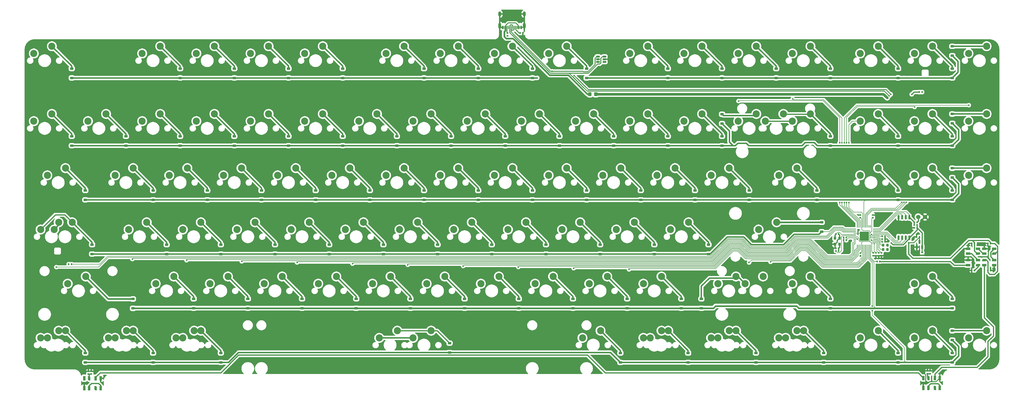
<source format=gbr>
%TF.GenerationSoftware,KiCad,Pcbnew,8.0.1*%
%TF.CreationDate,2025-07-07T19:41:59+09:00*%
%TF.ProjectId,lzIron_RP2040,6c7a4972-6f6e-45f5-9250-323034302e6b,rev?*%
%TF.SameCoordinates,Original*%
%TF.FileFunction,Copper,L1,Top*%
%TF.FilePolarity,Positive*%
%FSLAX46Y46*%
G04 Gerber Fmt 4.6, Leading zero omitted, Abs format (unit mm)*
G04 Created by KiCad (PCBNEW 8.0.1) date 2025-07-07 19:41:59*
%MOMM*%
%LPD*%
G01*
G04 APERTURE LIST*
G04 Aperture macros list*
%AMRoundRect*
0 Rectangle with rounded corners*
0 $1 Rounding radius*
0 $2 $3 $4 $5 $6 $7 $8 $9 X,Y pos of 4 corners*
0 Add a 4 corners polygon primitive as box body*
4,1,4,$2,$3,$4,$5,$6,$7,$8,$9,$2,$3,0*
0 Add four circle primitives for the rounded corners*
1,1,$1+$1,$2,$3*
1,1,$1+$1,$4,$5*
1,1,$1+$1,$6,$7*
1,1,$1+$1,$8,$9*
0 Add four rect primitives between the rounded corners*
20,1,$1+$1,$2,$3,$4,$5,0*
20,1,$1+$1,$4,$5,$6,$7,0*
20,1,$1+$1,$6,$7,$8,$9,0*
20,1,$1+$1,$8,$9,$2,$3,0*%
%AMOutline5P*
0 Free polygon, 5 corners , with rotation*
0 The origin of the aperture is its center*
0 number of corners: always 5*
0 $1 to $10 corner X, Y*
0 $11 Rotation angle, in degrees counterclockwise*
0 create outline with 5 corners*
4,1,5,$1,$2,$3,$4,$5,$6,$7,$8,$9,$10,$1,$2,$11*%
%AMOutline6P*
0 Free polygon, 6 corners , with rotation*
0 The origin of the aperture is its center*
0 number of corners: always 6*
0 $1 to $12 corner X, Y*
0 $13 Rotation angle, in degrees counterclockwise*
0 create outline with 6 corners*
4,1,6,$1,$2,$3,$4,$5,$6,$7,$8,$9,$10,$11,$12,$1,$2,$13*%
%AMOutline7P*
0 Free polygon, 7 corners , with rotation*
0 The origin of the aperture is its center*
0 number of corners: always 7*
0 $1 to $14 corner X, Y*
0 $15 Rotation angle, in degrees counterclockwise*
0 create outline with 7 corners*
4,1,7,$1,$2,$3,$4,$5,$6,$7,$8,$9,$10,$11,$12,$13,$14,$1,$2,$15*%
%AMOutline8P*
0 Free polygon, 8 corners , with rotation*
0 The origin of the aperture is its center*
0 number of corners: always 8*
0 $1 to $16 corner X, Y*
0 $17 Rotation angle, in degrees counterclockwise*
0 create outline with 8 corners*
4,1,8,$1,$2,$3,$4,$5,$6,$7,$8,$9,$10,$11,$12,$13,$14,$15,$16,$1,$2,$17*%
G04 Aperture macros list end*
%TA.AperFunction,SMDPad,CuDef*%
%ADD10RoundRect,0.140000X-0.140000X-0.170000X0.140000X-0.170000X0.140000X0.170000X-0.140000X0.170000X0*%
%TD*%
%TA.AperFunction,SMDPad,CuDef*%
%ADD11RoundRect,0.140000X0.170000X-0.140000X0.170000X0.140000X-0.170000X0.140000X-0.170000X-0.140000X0*%
%TD*%
%TA.AperFunction,ComponentPad*%
%ADD12C,2.500000*%
%TD*%
%TA.AperFunction,SMDPad,CuDef*%
%ADD13RoundRect,0.225000X0.375000X-0.225000X0.375000X0.225000X-0.375000X0.225000X-0.375000X-0.225000X0*%
%TD*%
%TA.AperFunction,SMDPad,CuDef*%
%ADD14RoundRect,0.140000X0.140000X0.170000X-0.140000X0.170000X-0.140000X-0.170000X0.140000X-0.170000X0*%
%TD*%
%TA.AperFunction,SMDPad,CuDef*%
%ADD15RoundRect,0.150000X-0.150000X0.650000X-0.150000X-0.650000X0.150000X-0.650000X0.150000X0.650000X0*%
%TD*%
%TA.AperFunction,SMDPad,CuDef*%
%ADD16R,1.600000X0.850000*%
%TD*%
%TA.AperFunction,SMDPad,CuDef*%
%ADD17Outline6P,-0.800000X0.085000X-0.460000X0.425000X0.800000X0.425000X0.800000X-0.085000X0.460000X-0.425000X-0.800000X-0.425000X0.000000*%
%TD*%
%TA.AperFunction,SMDPad,CuDef*%
%ADD18RoundRect,0.250000X-0.325000X-0.450000X0.325000X-0.450000X0.325000X0.450000X-0.325000X0.450000X0*%
%TD*%
%TA.AperFunction,SMDPad,CuDef*%
%ADD19RoundRect,0.140000X-0.170000X0.140000X-0.170000X-0.140000X0.170000X-0.140000X0.170000X0.140000X0*%
%TD*%
%TA.AperFunction,SMDPad,CuDef*%
%ADD20R,0.850000X1.600000*%
%TD*%
%TA.AperFunction,SMDPad,CuDef*%
%ADD21Outline6P,-0.800000X0.085000X-0.460000X0.425000X0.800000X0.425000X0.800000X-0.085000X0.460000X-0.425000X-0.800000X-0.425000X90.000000*%
%TD*%
%TA.AperFunction,SMDPad,CuDef*%
%ADD22Outline6P,-0.800000X0.085000X-0.460000X0.425000X0.800000X0.425000X0.800000X-0.085000X0.460000X-0.425000X-0.800000X-0.425000X180.000000*%
%TD*%
%TA.AperFunction,SMDPad,CuDef*%
%ADD23Outline6P,-0.800000X0.085000X-0.460000X0.425000X0.800000X0.425000X0.800000X-0.085000X0.460000X-0.425000X-0.800000X-0.425000X270.000000*%
%TD*%
%TA.AperFunction,SMDPad,CuDef*%
%ADD24RoundRect,0.225000X-0.225000X-0.250000X0.225000X-0.250000X0.225000X0.250000X-0.225000X0.250000X0*%
%TD*%
%TA.AperFunction,SMDPad,CuDef*%
%ADD25RoundRect,0.050000X-0.050000X0.387500X-0.050000X-0.387500X0.050000X-0.387500X0.050000X0.387500X0*%
%TD*%
%TA.AperFunction,SMDPad,CuDef*%
%ADD26RoundRect,0.050000X-0.387500X0.050000X-0.387500X-0.050000X0.387500X-0.050000X0.387500X0.050000X0*%
%TD*%
%TA.AperFunction,ComponentPad*%
%ADD27C,0.600000*%
%TD*%
%TA.AperFunction,SMDPad,CuDef*%
%ADD28RoundRect,0.144000X-1.456000X1.456000X-1.456000X-1.456000X1.456000X-1.456000X1.456000X1.456000X0*%
%TD*%
%TA.AperFunction,SMDPad,CuDef*%
%ADD29RoundRect,0.150000X0.150000X-0.587500X0.150000X0.587500X-0.150000X0.587500X-0.150000X-0.587500X0*%
%TD*%
%TA.AperFunction,SMDPad,CuDef*%
%ADD30RoundRect,0.225000X0.225000X0.250000X-0.225000X0.250000X-0.225000X-0.250000X0.225000X-0.250000X0*%
%TD*%
%TA.AperFunction,SMDPad,CuDef*%
%ADD31R,0.900000X1.000000*%
%TD*%
%TA.AperFunction,SMDPad,CuDef*%
%ADD32RoundRect,0.150000X0.150000X0.425000X-0.150000X0.425000X-0.150000X-0.425000X0.150000X-0.425000X0*%
%TD*%
%TA.AperFunction,SMDPad,CuDef*%
%ADD33RoundRect,0.075000X0.075000X0.500000X-0.075000X0.500000X-0.075000X-0.500000X0.075000X-0.500000X0*%
%TD*%
%TA.AperFunction,ComponentPad*%
%ADD34O,1.000000X2.100000*%
%TD*%
%TA.AperFunction,ComponentPad*%
%ADD35O,1.000000X1.800000*%
%TD*%
%TA.AperFunction,SMDPad,CuDef*%
%ADD36RoundRect,0.150000X0.512500X0.150000X-0.512500X0.150000X-0.512500X-0.150000X0.512500X-0.150000X0*%
%TD*%
%TA.AperFunction,ComponentPad*%
%ADD37C,1.524000*%
%TD*%
%TA.AperFunction,ViaPad*%
%ADD38C,0.600000*%
%TD*%
%TA.AperFunction,Conductor*%
%ADD39C,0.500000*%
%TD*%
%TA.AperFunction,Conductor*%
%ADD40C,0.400000*%
%TD*%
%TA.AperFunction,Conductor*%
%ADD41C,0.600000*%
%TD*%
%TA.AperFunction,Conductor*%
%ADD42C,0.300000*%
%TD*%
%TA.AperFunction,Conductor*%
%ADD43C,0.200000*%
%TD*%
%TA.AperFunction,Conductor*%
%ADD44C,0.900000*%
%TD*%
G04 APERTURE END LIST*
D10*
%TO.P,LC2,1*%
%TO.N,GND*%
X317545000Y-118975000D03*
%TO.P,LC2,2*%
%TO.N,VBUS*%
X318505000Y-118975000D03*
%TD*%
D11*
%TO.P,C4,1*%
%TO.N,GND*%
X282925000Y-123305000D03*
%TO.P,C4,2*%
%TO.N,+3V3*%
X282925000Y-122345000D03*
%TD*%
D12*
%TO.P,MX21,1,1*%
%TO.N,Col4*%
X64001250Y-76010000D03*
%TO.P,MX21,2,2*%
%TO.N,Net-(D21-A)*%
X70351250Y-73470000D03*
%TD*%
D13*
%TO.P,D74,1,K*%
%TO.N,Row4*%
X196412500Y-141787500D03*
%TO.P,D74,2,A*%
%TO.N,Net-(D74-A)*%
X196412500Y-138487500D03*
%TD*%
%TO.P,D31,1,K*%
%TO.N,Row1*%
X267850000Y-84637500D03*
%TO.P,D31,2,A*%
%TO.N,Net-(D31-A)*%
X267850000Y-81337500D03*
%TD*%
D12*
%TO.P,MX82,1,1*%
%TO.N,Col5*%
X109245000Y-152210000D03*
X121151250Y-152210000D03*
%TO.P,MX82,2,2*%
%TO.N,Net-(D82-A)*%
X115595000Y-149670000D03*
X127501250Y-149670000D03*
%TD*%
%TO.P,MX69,1,1*%
%TO.N,Col4*%
X87813750Y-133160000D03*
%TO.P,MX69,2,2*%
%TO.N,Net-(D69-A)*%
X94163750Y-130620000D03*
%TD*%
%TO.P,MX8,1,1*%
%TO.N,Col8*%
X149726250Y-52197500D03*
%TO.P,MX8,2,2*%
%TO.N,Net-(D8-A)*%
X156076250Y-49657500D03*
%TD*%
D14*
%TO.P,C1,1*%
%TO.N,GND*%
X287030000Y-117450000D03*
%TO.P,C1,2*%
%TO.N,+3V3*%
X286070000Y-117450000D03*
%TD*%
D13*
%TO.P,D68,1,K*%
%TO.N,Row4*%
X82112500Y-141787500D03*
%TO.P,D68,2,A*%
%TO.N,Net-(D68-A)*%
X82112500Y-138487500D03*
%TD*%
D15*
%TO.P,U2,1,~{CS}*%
%TO.N,/QSPI_SS*%
X295605000Y-109750000D03*
%TO.P,U2,2,DO(IO1)*%
%TO.N,/QSPI_SD1*%
X294335000Y-109750000D03*
%TO.P,U2,3,IO2*%
%TO.N,/QSPI_SD2*%
X293065000Y-109750000D03*
%TO.P,U2,4,GND*%
%TO.N,GND*%
X291795000Y-109750000D03*
%TO.P,U2,5,DI(IO0)*%
%TO.N,/QSPI_SD0*%
X291795000Y-116950000D03*
%TO.P,U2,6,CLK*%
%TO.N,/QSPI_SCLK*%
X293065000Y-116950000D03*
%TO.P,U2,7,IO3*%
%TO.N,/QSPI_SD3*%
X294335000Y-116950000D03*
%TO.P,U2,8,VCC*%
%TO.N,+3V3*%
X295605000Y-116950000D03*
%TD*%
D12*
%TO.P,MX47,1,1*%
%TO.N,Col12*%
X225926250Y-95060000D03*
%TO.P,MX47,2,2*%
%TO.N,Net-(D47-A)*%
X232276250Y-92520000D03*
%TD*%
D13*
%TO.P,D69,1,K*%
%TO.N,Row4*%
X101162500Y-141787500D03*
%TO.P,D69,2,A*%
%TO.N,Net-(D69-A)*%
X101162500Y-138487500D03*
%TD*%
%TO.P,D15,1,K*%
%TO.N,Row0*%
X310712500Y-60825000D03*
%TO.P,D15,2,A*%
%TO.N,Net-(D15-A)*%
X310712500Y-57525000D03*
%TD*%
%TO.P,D37,1,K*%
%TO.N,Row2*%
X48775000Y-103687500D03*
%TO.P,D37,2,A*%
%TO.N,Net-(D37-A)*%
X48775000Y-100387500D03*
%TD*%
D12*
%TO.P,MX75,1,1*%
%TO.N,Col10*%
X202113750Y-133160000D03*
%TO.P,MX75,2,2*%
%TO.N,Net-(D75-A)*%
X208463750Y-130620000D03*
%TD*%
D13*
%TO.P,D66,1,K*%
%TO.N,Row4*%
X44012500Y-141787500D03*
%TO.P,D66,2,A*%
%TO.N,Net-(D66-A)*%
X44012500Y-138487500D03*
%TD*%
D16*
%TO.P,ULED1,1,VSS*%
%TO.N,GND*%
X316275000Y-124875000D03*
%TO.P,ULED1,2,DIN*%
%TO.N,Net-(ULED1-DIN)*%
X316275000Y-126625000D03*
D17*
%TO.P,ULED1,3,VDD*%
%TO.N,VBUS*%
X319775000Y-126625000D03*
D16*
%TO.P,ULED1,4,DOUT*%
%TO.N,Net-(ULED1-DOUT)*%
X319775000Y-124875000D03*
%TD*%
D12*
%TO.P,MX81,1,1*%
%TO.N,Col2*%
X37807500Y-152210000D03*
X40188750Y-152210000D03*
%TO.P,MX81,2,2*%
%TO.N,Net-(D81-A)*%
X44157500Y-149670000D03*
X46538750Y-149670000D03*
%TD*%
D13*
%TO.P,D75,1,K*%
%TO.N,Row4*%
X215462500Y-141787500D03*
%TO.P,D75,2,A*%
%TO.N,Net-(D75-A)*%
X215462500Y-138487500D03*
%TD*%
D12*
%TO.P,MX12,1,1*%
%TO.N,Col13*%
X235451250Y-52197500D03*
%TO.P,MX12,2,2*%
%TO.N,Net-(D12-A)*%
X241801250Y-49657500D03*
%TD*%
D18*
%TO.P,F1,1*%
%TO.N,VBUS_C*%
X183300000Y-66500000D03*
%TO.P,F1,2*%
%TO.N,VBUS*%
X185350000Y-66500000D03*
%TD*%
D12*
%TO.P,MX35,1,1*%
%TO.N,Col0*%
X-7436250Y-95060000D03*
%TO.P,MX35,2,2*%
%TO.N,Net-(D35-A)*%
X-1086250Y-92520000D03*
%TD*%
D19*
%TO.P,C12,1*%
%TO.N,+1V1*%
X285775000Y-122345000D03*
%TO.P,C12,2*%
%TO.N,GND*%
X285775000Y-123305000D03*
%TD*%
D12*
%TO.P,MX56,1,1*%
%TO.N,Col4*%
X78288750Y-114110000D03*
%TO.P,MX56,2,2*%
%TO.N,Net-(D56-A)*%
X84638750Y-111570000D03*
%TD*%
D10*
%TO.P,R9,1*%
%TO.N,Net-(J1-CC1)*%
X158770000Y-45000000D03*
%TO.P,R9,2*%
%TO.N,GND*%
X159730000Y-45000000D03*
%TD*%
D13*
%TO.P,D20,1,K*%
%TO.N,Row1*%
X58300000Y-84637500D03*
%TO.P,D20,2,A*%
%TO.N,Net-(D20-A)*%
X58300000Y-81337500D03*
%TD*%
D10*
%TO.P,LC1,1*%
%TO.N,GND*%
X317545000Y-128475000D03*
%TO.P,LC1,2*%
%TO.N,VBUS*%
X318505000Y-128475000D03*
%TD*%
D12*
%TO.P,MX85,1,1*%
%TO.N,Col11*%
X225926250Y-152210000D03*
X228307500Y-152210000D03*
%TO.P,MX85,2,2*%
%TO.N,Net-(D85-A)*%
X232276250Y-149670000D03*
X234657500Y-149670000D03*
%TD*%
D13*
%TO.P,D88,1,K*%
%TO.N,Row5*%
X310712500Y-160837500D03*
%TO.P,D88,2,A*%
%TO.N,Net-(D88-A)*%
X310712500Y-157537500D03*
%TD*%
%TO.P,D84,1,K*%
%TO.N,Row5*%
X217843750Y-160837500D03*
%TO.P,D84,2,A*%
%TO.N,Net-(D84-A)*%
X217843750Y-157537500D03*
%TD*%
D20*
%TO.P,ULED8,1,VSS*%
%TO.N,GND*%
X5525000Y-169900000D03*
%TO.P,ULED8,2,DIN*%
%TO.N,Net-(ULED7-DOUT)*%
X7275000Y-169900000D03*
D21*
%TO.P,ULED8,3,VDD*%
%TO.N,VBUS*%
X7275000Y-166400000D03*
D20*
%TO.P,ULED8,4,DOUT*%
%TO.N,unconnected-(ULED8-DOUT-Pad4)*%
X5525000Y-166400000D03*
%TD*%
D12*
%TO.P,MX73,1,1*%
%TO.N,Col8*%
X164013750Y-133160000D03*
%TO.P,MX73,2,2*%
%TO.N,Net-(D73-A)*%
X170363750Y-130620000D03*
%TD*%
D14*
%TO.P,C8,1*%
%TO.N,+3V3*%
X298305000Y-113474999D03*
%TO.P,C8,2*%
%TO.N,GND*%
X297345000Y-113474999D03*
%TD*%
D13*
%TO.P,D36,1,K*%
%TO.N,Row2*%
X29725000Y-103687500D03*
%TO.P,D36,2,A*%
%TO.N,Net-(D36-A)*%
X29725000Y-100387500D03*
%TD*%
%TO.P,D34,1,K*%
%TO.N,Row1*%
X310712500Y-76800000D03*
%TO.P,D34,2,A*%
%TO.N,Net-(D34-A)*%
X310712500Y-73500000D03*
%TD*%
%TO.P,D52,1,K*%
%TO.N,Row3*%
X8293750Y-122737500D03*
%TO.P,D52,2,A*%
%TO.N,Net-(D52-A)*%
X8293750Y-119437500D03*
%TD*%
D12*
%TO.P,MX74,1,1*%
%TO.N,Col9*%
X183063750Y-133160000D03*
%TO.P,MX74,2,2*%
%TO.N,Net-(D74-A)*%
X189413750Y-130620000D03*
%TD*%
%TO.P,MX1,1,1*%
%TO.N,Col0*%
X-12198750Y-52197500D03*
%TO.P,MX1,2,2*%
%TO.N,Net-(D1-A)*%
X-5848750Y-49657500D03*
%TD*%
%TO.P,MX63,1,1*%
%TO.N,Col11*%
X211638750Y-114110000D03*
%TO.P,MX63,2,2*%
%TO.N,Net-(D63-A)*%
X217988750Y-111570000D03*
%TD*%
%TO.P,MX44,1,1*%
%TO.N,Col9*%
X168776250Y-95060000D03*
%TO.P,MX44,2,2*%
%TO.N,Net-(D44-A)*%
X175126250Y-92520000D03*
%TD*%
D20*
%TO.P,ULED6,1,VSS*%
%TO.N,GND*%
X300550000Y-169825000D03*
%TO.P,ULED6,2,DIN*%
%TO.N,Net-(ULED5-DOUT)*%
X302300000Y-169825000D03*
D21*
%TO.P,ULED6,3,VDD*%
%TO.N,VBUS*%
X302300000Y-166325000D03*
D20*
%TO.P,ULED6,4,DOUT*%
%TO.N,Net-(ULED6-DOUT)*%
X300550000Y-166325000D03*
%TD*%
D13*
%TO.P,D38,1,K*%
%TO.N,Row2*%
X67825000Y-103687500D03*
%TO.P,D38,2,A*%
%TO.N,Net-(D38-A)*%
X67825000Y-100387500D03*
%TD*%
D12*
%TO.P,MX62,1,1*%
%TO.N,Col10*%
X192588750Y-114110000D03*
%TO.P,MX62,2,2*%
%TO.N,Net-(D62-A)*%
X198938750Y-111570000D03*
%TD*%
D11*
%TO.P,C3,1*%
%TO.N,GND*%
X283875000Y-123305000D03*
%TO.P,C3,2*%
%TO.N,+3V3*%
X283875000Y-122345000D03*
%TD*%
D13*
%TO.P,D58,1,K*%
%TO.N,Row3*%
X129737500Y-122737500D03*
%TO.P,D58,2,A*%
%TO.N,Net-(D58-A)*%
X129737500Y-119437500D03*
%TD*%
D10*
%TO.P,C7,1*%
%TO.N,GND*%
X272495000Y-116875000D03*
%TO.P,C7,2*%
%TO.N,+3V3*%
X273455000Y-116875000D03*
%TD*%
D11*
%TO.P,C5,1*%
%TO.N,GND*%
X278400000Y-123380000D03*
%TO.P,C5,2*%
%TO.N,+3V3*%
X278400000Y-122420000D03*
%TD*%
D12*
%TO.P,MX18,1,1*%
%TO.N,Col1*%
X6851250Y-76010000D03*
%TO.P,MX18,2,2*%
%TO.N,Net-(D18-A)*%
X13201250Y-73470000D03*
%TD*%
%TO.P,MX83,1,1*%
%TO.N,Col9*%
X180682500Y-152210000D03*
%TO.P,MX83,2,2*%
%TO.N,Net-(D83-A)*%
X187032500Y-149670000D03*
%TD*%
%TO.P,MX64,1,1*%
%TO.N,Col12*%
X242595000Y-114110000D03*
%TO.P,MX64,2,2*%
%TO.N,Net-(D64-A)*%
X248945000Y-111570000D03*
%TD*%
D13*
%TO.P,D11,1,K*%
%TO.N,Row0*%
X229750000Y-60825000D03*
%TO.P,D11,2,A*%
%TO.N,Net-(D11-A)*%
X229750000Y-57525000D03*
%TD*%
D12*
%TO.P,MX52,1,1*%
%TO.N,Col0*%
X-5055000Y-114110000D03*
X-3467500Y-111570000D03*
%TO.P,MX52,2,2*%
%TO.N,Net-(D52-A)*%
X-9817500Y-114110000D03*
X1295000Y-111570000D03*
%TD*%
%TO.P,MX25,1,1*%
%TO.N,Col8*%
X140201250Y-76010000D03*
%TO.P,MX25,2,2*%
%TO.N,Net-(D25-A)*%
X146551250Y-73470000D03*
%TD*%
%TO.P,MX41,1,1*%
%TO.N,Col6*%
X111626250Y-95060000D03*
%TO.P,MX41,2,2*%
%TO.N,Net-(D41-A)*%
X117976250Y-92520000D03*
%TD*%
%TO.P,MX22,1,1*%
%TO.N,Col5*%
X83051250Y-76010000D03*
%TO.P,MX22,2,2*%
%TO.N,Net-(D22-A)*%
X89401250Y-73470000D03*
%TD*%
D13*
%TO.P,D83,1,K*%
%TO.N,Row5*%
X194031250Y-160837500D03*
%TO.P,D83,2,A*%
%TO.N,Net-(D83-A)*%
X194031250Y-157537500D03*
%TD*%
%TO.P,D2,1,K*%
%TO.N,Row0*%
X39250000Y-60825000D03*
%TO.P,D2,2,A*%
%TO.N,Net-(D2-A)*%
X39250000Y-57525000D03*
%TD*%
D12*
%TO.P,MX60,1,1*%
%TO.N,Col8*%
X154488750Y-114110000D03*
%TO.P,MX60,2,2*%
%TO.N,Net-(D60-A)*%
X160838750Y-111570000D03*
%TD*%
D13*
%TO.P,D46,1,K*%
%TO.N,Row2*%
X220225000Y-103687500D03*
%TO.P,D46,2,A*%
%TO.N,Net-(D46-A)*%
X220225000Y-100387500D03*
%TD*%
D10*
%TO.P,C16,1*%
%TO.N,GND*%
X269770000Y-120675000D03*
%TO.P,C16,2*%
%TO.N,Net-(C16-Pad2)*%
X270730000Y-120675000D03*
%TD*%
D19*
%TO.P,C6,1*%
%TO.N,GND*%
X278350000Y-108994999D03*
%TO.P,C6,2*%
%TO.N,+3V3*%
X278350000Y-109954999D03*
%TD*%
D13*
%TO.P,D9,1,K*%
%TO.N,Row0*%
X182125000Y-60825000D03*
%TO.P,D9,2,A*%
%TO.N,Net-(D9-A)*%
X182125000Y-57525000D03*
%TD*%
D19*
%TO.P,C17,1*%
%TO.N,GND*%
X282750000Y-108995000D03*
%TO.P,C17,2*%
%TO.N,+3V3*%
X282750000Y-109955000D03*
%TD*%
D12*
%TO.P,MX68,1,1*%
%TO.N,Col3*%
X68763750Y-133160000D03*
%TO.P,MX68,2,2*%
%TO.N,Net-(D68-A)*%
X75113750Y-130620000D03*
%TD*%
%TO.P,MX80,1,1*%
%TO.N,Col1*%
X13995000Y-152210000D03*
X16376250Y-152210000D03*
%TO.P,MX80,2,2*%
%TO.N,Net-(D80-A)*%
X20345000Y-149670000D03*
X22726250Y-149670000D03*
%TD*%
%TO.P,MX30,1,1*%
%TO.N,Col13*%
X235451250Y-76010000D03*
%TO.P,MX30,2,2*%
%TO.N,Net-(D30-A)*%
X241801250Y-73470000D03*
%TD*%
D13*
%TO.P,D63,1,K*%
%TO.N,Row3*%
X224987500Y-122737500D03*
%TO.P,D63,2,A*%
%TO.N,Net-(D63-A)*%
X224987500Y-119437500D03*
%TD*%
D12*
%TO.P,MX61,1,1*%
%TO.N,Col9*%
X173538750Y-114110000D03*
%TO.P,MX61,2,2*%
%TO.N,Net-(D61-A)*%
X179888750Y-111570000D03*
%TD*%
D13*
%TO.P,D4,1,K*%
%TO.N,Row0*%
X77350000Y-60825000D03*
%TO.P,D4,2,A*%
%TO.N,Net-(D4-A)*%
X77350000Y-57525000D03*
%TD*%
D12*
%TO.P,MX54,1,1*%
%TO.N,Col2*%
X40188750Y-114110000D03*
%TO.P,MX54,2,2*%
%TO.N,Net-(D54-A)*%
X46538750Y-111570000D03*
%TD*%
D13*
%TO.P,D43,1,K*%
%TO.N,Row2*%
X163075000Y-103687500D03*
%TO.P,D43,2,A*%
%TO.N,Net-(D43-A)*%
X163075000Y-100387500D03*
%TD*%
%TO.P,D85,1,K*%
%TO.N,Row5*%
X241656250Y-160837500D03*
%TO.P,D85,2,A*%
%TO.N,Net-(D85-A)*%
X241656250Y-157537500D03*
%TD*%
D12*
%TO.P,MX78,1,1*%
%TO.N,Col16*%
X297363750Y-133160000D03*
%TO.P,MX78,2,2*%
%TO.N,Net-(D78-A)*%
X303713750Y-130620000D03*
%TD*%
D16*
%TO.P,ULED2,1,VSS*%
%TO.N,GND*%
X316275000Y-120850000D03*
%TO.P,ULED2,2,DIN*%
%TO.N,Net-(ULED1-DOUT)*%
X316275000Y-122600000D03*
D17*
%TO.P,ULED2,3,VDD*%
%TO.N,VBUS*%
X319775000Y-122600000D03*
D16*
%TO.P,ULED2,4,DOUT*%
%TO.N,Net-(ULED2-DOUT)*%
X319775000Y-120850000D03*
%TD*%
D12*
%TO.P,MX24,1,1*%
%TO.N,Col7*%
X121151250Y-76010000D03*
%TO.P,MX24,2,2*%
%TO.N,Net-(D24-A)*%
X127501250Y-73470000D03*
%TD*%
%TO.P,MX51,1,1*%
%TO.N,Col17*%
X316413750Y-95060000D03*
%TO.P,MX51,2,2*%
%TO.N,Net-(D51-A)*%
X322763750Y-92520000D03*
%TD*%
%TO.P,MX48,1,1*%
%TO.N,Col13*%
X249738750Y-95060000D03*
%TO.P,MX48,2,2*%
%TO.N,Net-(D48-A)*%
X256088750Y-92520000D03*
%TD*%
D13*
%TO.P,D89,1,K*%
%TO.N,Row5*%
X310712500Y-153000000D03*
%TO.P,D89,2,A*%
%TO.N,Net-(D89-A)*%
X310712500Y-149700000D03*
%TD*%
%TO.P,D3,1,K*%
%TO.N,Row0*%
X58300000Y-60825000D03*
%TO.P,D3,2,A*%
%TO.N,Net-(D3-A)*%
X58300000Y-57525000D03*
%TD*%
D12*
%TO.P,MX26,1,1*%
%TO.N,Col9*%
X159251250Y-76010000D03*
%TO.P,MX26,2,2*%
%TO.N,Net-(D26-A)*%
X165601250Y-73470000D03*
%TD*%
D13*
%TO.P,D6,1,K*%
%TO.N,Row0*%
X124975000Y-60825000D03*
%TO.P,D6,2,A*%
%TO.N,Net-(D6-A)*%
X124975000Y-57525000D03*
%TD*%
D14*
%TO.P,R6,1*%
%TO.N,Net-(C16-Pad2)*%
X270730000Y-121625000D03*
%TO.P,R6,2*%
%TO.N,Net-(U3-XOUT)*%
X269770000Y-121625000D03*
%TD*%
D13*
%TO.P,D18,1,K*%
%TO.N,Row1*%
X20200000Y-84637500D03*
%TO.P,D18,2,A*%
%TO.N,Net-(D18-A)*%
X20200000Y-81337500D03*
%TD*%
%TO.P,D47,1,K*%
%TO.N,Row2*%
X239275000Y-103687500D03*
%TO.P,D47,2,A*%
%TO.N,Net-(D47-A)*%
X239275000Y-100387500D03*
%TD*%
%TO.P,D82,1,K*%
%TO.N,Row5*%
X133950000Y-157350000D03*
%TO.P,D82,2,A*%
%TO.N,Net-(D82-A)*%
X133950000Y-154050000D03*
%TD*%
D14*
%TO.P,R4,1*%
%TO.N,Net-(BOOTSEL1-Pad2)*%
X298305000Y-111577096D03*
%TO.P,R4,2*%
%TO.N,/QSPI_SS*%
X297345000Y-111577096D03*
%TD*%
D13*
%TO.P,D27,1,K*%
%TO.N,Row1*%
X191650000Y-84637500D03*
%TO.P,D27,2,A*%
%TO.N,Net-(D27-A)*%
X191650000Y-81337500D03*
%TD*%
%TO.P,D19,1,K*%
%TO.N,Row1*%
X39250000Y-84637500D03*
%TO.P,D19,2,A*%
%TO.N,Net-(D19-A)*%
X39250000Y-81337500D03*
%TD*%
D12*
%TO.P,MX17,1,1*%
%TO.N,Col0*%
X-12198750Y-76010000D03*
%TO.P,MX17,2,2*%
%TO.N,Net-(D17-A)*%
X-5848750Y-73470000D03*
%TD*%
D16*
%TO.P,ULED4,1,VSS*%
%TO.N,GND*%
X325425000Y-126625000D03*
%TO.P,ULED4,2,DIN*%
%TO.N,Net-(ULED3-DOUT)*%
X325425000Y-124875000D03*
D22*
%TO.P,ULED4,3,VDD*%
%TO.N,VBUS*%
X321925000Y-124875000D03*
D16*
%TO.P,ULED4,4,DOUT*%
%TO.N,Net-(ULED4-DOUT)*%
X321925000Y-126625000D03*
%TD*%
D12*
%TO.P,MX67,1,1*%
%TO.N,Col2*%
X49713750Y-133160000D03*
%TO.P,MX67,2,2*%
%TO.N,Net-(D67-A)*%
X56063750Y-130620000D03*
%TD*%
%TO.P,MX29,1,1*%
%TO.N,Col12*%
X216401250Y-76010000D03*
%TO.P,MX29,2,2*%
%TO.N,Net-(D29-A)*%
X222751250Y-73470000D03*
%TD*%
D20*
%TO.P,ULED5,1,VSS*%
%TO.N,GND*%
X306325000Y-166325000D03*
%TO.P,ULED5,2,DIN*%
%TO.N,Net-(ULED4-DOUT)*%
X304575000Y-166325000D03*
D23*
%TO.P,ULED5,3,VDD*%
%TO.N,VBUS*%
X304575000Y-169825000D03*
D20*
%TO.P,ULED5,4,DOUT*%
%TO.N,Net-(ULED5-DOUT)*%
X306325000Y-169825000D03*
%TD*%
D12*
%TO.P,MX87,1,1*%
%TO.N,Col15*%
X278313750Y-152210000D03*
%TO.P,MX87,2,2*%
%TO.N,Net-(D87-A)*%
X284663750Y-149670000D03*
%TD*%
%TO.P,MX5,1,1*%
%TO.N,Col5*%
X83051250Y-52197500D03*
%TO.P,MX5,2,2*%
%TO.N,Net-(D5-A)*%
X89401250Y-49657500D03*
%TD*%
D13*
%TO.P,D42,1,K*%
%TO.N,Row2*%
X144025000Y-103687500D03*
%TO.P,D42,2,A*%
%TO.N,Net-(D42-A)*%
X144025000Y-100387500D03*
%TD*%
D12*
%TO.P,MX15,1,1*%
%TO.N,Col16*%
X297363750Y-52197500D03*
%TO.P,MX15,2,2*%
%TO.N,Net-(D15-A)*%
X303713750Y-49657500D03*
%TD*%
D13*
%TO.P,D25,1,K*%
%TO.N,Row1*%
X153550000Y-84637500D03*
%TO.P,D25,2,A*%
%TO.N,Net-(D25-A)*%
X153550000Y-81337500D03*
%TD*%
D10*
%TO.P,LC3,1*%
%TO.N,GND*%
X323195000Y-118975000D03*
%TO.P,LC3,2*%
%TO.N,VBUS*%
X324155000Y-118975000D03*
%TD*%
D13*
%TO.P,D56,1,K*%
%TO.N,Row3*%
X91637500Y-122737500D03*
%TO.P,D56,2,A*%
%TO.N,Net-(D56-A)*%
X91637500Y-119437500D03*
%TD*%
D12*
%TO.P,MX86,1,1*%
%TO.N,Col12*%
X249738750Y-152210000D03*
X252120000Y-152210000D03*
%TO.P,MX86,2,2*%
%TO.N,Net-(D86-A)*%
X256088750Y-149670000D03*
X258470000Y-149670000D03*
%TD*%
%TO.P,MX55,1,1*%
%TO.N,Col3*%
X59238750Y-114110000D03*
%TO.P,MX55,2,2*%
%TO.N,Net-(D55-A)*%
X65588750Y-111570000D03*
%TD*%
%TO.P,MX84,1,1*%
%TO.N,Col10*%
X202113750Y-152210000D03*
X204495000Y-152210000D03*
%TO.P,MX84,2,2*%
%TO.N,Net-(D84-A)*%
X208463750Y-149670000D03*
X210845000Y-149670000D03*
%TD*%
D14*
%TO.P,R5,1*%
%TO.N,Net-(D90-A)*%
X300080000Y-65800000D03*
%TO.P,R5,2*%
%TO.N,Net-(U3-GPIO3)*%
X299120000Y-65800000D03*
%TD*%
D13*
%TO.P,D59,1,K*%
%TO.N,Row3*%
X148787500Y-122737500D03*
%TO.P,D59,2,A*%
%TO.N,Net-(D59-A)*%
X148787500Y-119437500D03*
%TD*%
%TO.P,D50,1,K*%
%TO.N,Row2*%
X310712500Y-103687500D03*
%TO.P,D50,2,A*%
%TO.N,Net-(D50-A)*%
X310712500Y-100387500D03*
%TD*%
D12*
%TO.P,MX53,1,1*%
%TO.N,Col1*%
X21138750Y-114110000D03*
%TO.P,MX53,2,2*%
%TO.N,Net-(D53-A)*%
X27488750Y-111570000D03*
%TD*%
%TO.P,MX79,1,1*%
%TO.N,Col0*%
X-9817500Y-152210000D03*
X-7436250Y-152210000D03*
%TO.P,MX79,2,2*%
%TO.N,Net-(D79-A)*%
X-3467500Y-149670000D03*
X-1086250Y-149670000D03*
%TD*%
%TO.P,MX14,1,1*%
%TO.N,Col15*%
X278313750Y-52197500D03*
%TO.P,MX14,2,2*%
%TO.N,Net-(D14-A)*%
X284663750Y-49657500D03*
%TD*%
D13*
%TO.P,D53,1,K*%
%TO.N,Row3*%
X34487500Y-122737500D03*
%TO.P,D53,2,A*%
%TO.N,Net-(D53-A)*%
X34487500Y-119437500D03*
%TD*%
%TO.P,D10,1,K*%
%TO.N,Row0*%
X210700000Y-60825000D03*
%TO.P,D10,2,A*%
%TO.N,Net-(D10-A)*%
X210700000Y-57525000D03*
%TD*%
D19*
%TO.P,C9,1*%
%TO.N,+3V3*%
X284825000Y-122345000D03*
%TO.P,C9,2*%
%TO.N,GND*%
X284825000Y-123305000D03*
%TD*%
%TO.P,LC7,1*%
%TO.N,GND*%
X7975000Y-163945000D03*
%TO.P,LC7,2*%
%TO.N,VBUS*%
X7975000Y-164905000D03*
%TD*%
D24*
%TO.P,R2,1*%
%TO.N,Net-(U3-USB_DM)*%
X286350000Y-121125000D03*
%TO.P,R2,2*%
%TO.N,DM*%
X287900000Y-121125000D03*
%TD*%
D10*
%TO.P,R8,1*%
%TO.N,Net-(D92-A)*%
X75000Y-126325000D03*
%TO.P,R8,2*%
%TO.N,Net-(U3-GPIO13)*%
X1035000Y-126325000D03*
%TD*%
D12*
%TO.P,MX10,1,1*%
%TO.N,Col11*%
X197351250Y-52197500D03*
%TO.P,MX10,2,2*%
%TO.N,Net-(D10-A)*%
X203701250Y-49657500D03*
%TD*%
%TO.P,MX2,1,1*%
%TO.N,Col2*%
X25901250Y-52197500D03*
%TO.P,MX2,2,2*%
%TO.N,Net-(D2-A)*%
X32251250Y-49657500D03*
%TD*%
D13*
%TO.P,D29,1,K*%
%TO.N,Row1*%
X229750000Y-84637500D03*
%TO.P,D29,2,A*%
%TO.N,Net-(D29-A)*%
X229750000Y-81337500D03*
%TD*%
%TO.P,D78,1,K*%
%TO.N,Row4*%
X310712500Y-141787500D03*
%TO.P,D78,2,A*%
%TO.N,Net-(D78-A)*%
X310712500Y-138487500D03*
%TD*%
D12*
%TO.P,MX7,1,1*%
%TO.N,Col7*%
X130676250Y-52197500D03*
%TO.P,MX7,2,2*%
%TO.N,Net-(D7-A)*%
X137026250Y-49657500D03*
%TD*%
%TO.P,MX31,1,1*%
%TO.N,Col14*%
X244976250Y-76010000D03*
X254501250Y-76010000D03*
%TO.P,MX31,2,2*%
%TO.N,Net-(D31-A)*%
X251326250Y-73470000D03*
X260851250Y-73470000D03*
%TD*%
D13*
%TO.P,D45,1,K*%
%TO.N,Row2*%
X201175000Y-103687500D03*
%TO.P,D45,2,A*%
%TO.N,Net-(D45-A)*%
X201175000Y-100387500D03*
%TD*%
%TO.P,D26,1,K*%
%TO.N,Row1*%
X172600000Y-84637500D03*
%TO.P,D26,2,A*%
%TO.N,Net-(D26-A)*%
X172600000Y-81337500D03*
%TD*%
D12*
%TO.P,MX77,1,1*%
%TO.N,Col12*%
X254501250Y-133160000D03*
%TO.P,MX77,2,2*%
%TO.N,Net-(D77-A)*%
X260851250Y-130620000D03*
%TD*%
%TO.P,MX57,1,1*%
%TO.N,Col5*%
X97338750Y-114110000D03*
%TO.P,MX57,2,2*%
%TO.N,Net-(D57-A)*%
X103688750Y-111570000D03*
%TD*%
%TO.P,MX20,1,1*%
%TO.N,Col3*%
X44951250Y-76010000D03*
%TO.P,MX20,2,2*%
%TO.N,Net-(D20-A)*%
X51301250Y-73470000D03*
%TD*%
D14*
%TO.P,R3,1*%
%TO.N,+3V3*%
X298305000Y-112525000D03*
%TO.P,R3,2*%
%TO.N,/QSPI_SS*%
X297345000Y-112525000D03*
%TD*%
D12*
%TO.P,MX16,1,1*%
%TO.N,Col17*%
X316413750Y-52197500D03*
%TO.P,MX16,2,2*%
%TO.N,Net-(D16-A)*%
X322763750Y-49657500D03*
%TD*%
%TO.P,MX58,1,1*%
%TO.N,Col6*%
X116388750Y-114110000D03*
%TO.P,MX58,2,2*%
%TO.N,Net-(D58-A)*%
X122738750Y-111570000D03*
%TD*%
%TO.P,MX89,1,1*%
%TO.N,Col17*%
X316413750Y-152210000D03*
%TO.P,MX89,2,2*%
%TO.N,Net-(D89-A)*%
X322763750Y-149670000D03*
%TD*%
%TO.P,MX46,1,1*%
%TO.N,Col11*%
X206876250Y-95060000D03*
%TO.P,MX46,2,2*%
%TO.N,Net-(D46-A)*%
X213226250Y-92520000D03*
%TD*%
%TO.P,MX34,1,1*%
%TO.N,Col17*%
X316413750Y-76010000D03*
%TO.P,MX34,2,2*%
%TO.N,Net-(D34-A)*%
X322763750Y-73470000D03*
%TD*%
D14*
%TO.P,C13,1*%
%TO.N,VBUS*%
X299130000Y-116700000D03*
%TO.P,C13,2*%
%TO.N,GND*%
X298170000Y-116700000D03*
%TD*%
D13*
%TO.P,D86,1,K*%
%TO.N,Row5*%
X265468750Y-160837500D03*
%TO.P,D86,2,A*%
%TO.N,Net-(D86-A)*%
X265468750Y-157537500D03*
%TD*%
%TO.P,D65,1,K*%
%TO.N,Row4*%
X22650000Y-141825000D03*
%TO.P,D65,2,A*%
%TO.N,Net-(D65-A)*%
X22650000Y-138525000D03*
%TD*%
%TO.P,D40,1,K*%
%TO.N,Row2*%
X105925000Y-103687500D03*
%TO.P,D40,2,A*%
%TO.N,Net-(D40-A)*%
X105925000Y-100387500D03*
%TD*%
%TO.P,D73,1,K*%
%TO.N,Row4*%
X177362500Y-141787500D03*
%TO.P,D73,2,A*%
%TO.N,Net-(D73-A)*%
X177362500Y-138487500D03*
%TD*%
D12*
%TO.P,MX40,1,1*%
%TO.N,Col5*%
X92576250Y-95060000D03*
%TO.P,MX40,2,2*%
%TO.N,Net-(D40-A)*%
X98926250Y-92520000D03*
%TD*%
D25*
%TO.P,U3,1,IOVDD*%
%TO.N,+3V3*%
X282412500Y-113025000D03*
%TO.P,U3,2,GPIO0*%
%TO.N,unconnected-(U3-GPIO0-Pad2)*%
X282012499Y-113025000D03*
%TO.P,U3,3,GPIO1*%
%TO.N,unconnected-(U3-GPIO1-Pad3)*%
X281612500Y-113025000D03*
%TO.P,U3,4,GPIO2*%
%TO.N,unconnected-(U3-GPIO2-Pad4)*%
X281212500Y-113025000D03*
%TO.P,U3,5,GPIO3*%
%TO.N,Net-(U3-GPIO3)*%
X280812500Y-113025000D03*
%TO.P,U3,6,GPIO4*%
%TO.N,Row0*%
X280412501Y-113025000D03*
%TO.P,U3,7,GPIO5*%
%TO.N,Row1*%
X280012500Y-113025000D03*
%TO.P,U3,8,GPIO6*%
%TO.N,Row2*%
X279612500Y-113025000D03*
%TO.P,U3,9,GPIO7*%
%TO.N,Col15*%
X279212499Y-113025000D03*
%TO.P,U3,10,IOVDD*%
%TO.N,+3V3*%
X278812500Y-113025000D03*
%TO.P,U3,11,GPIO8*%
%TO.N,Col16*%
X278412500Y-113025000D03*
%TO.P,U3,12,GPIO9*%
%TO.N,Col17*%
X278012500Y-113025000D03*
%TO.P,U3,13,GPIO10*%
%TO.N,Col14*%
X277612501Y-113025000D03*
%TO.P,U3,14,GPIO11*%
%TO.N,Col13*%
X277212500Y-113025000D03*
D26*
%TO.P,U3,15,GPIO12*%
%TO.N,Row3*%
X276375000Y-113862500D03*
%TO.P,U3,16,GPIO13*%
%TO.N,Net-(U3-GPIO13)*%
X276375000Y-114262501D03*
%TO.P,U3,17,GPIO14*%
%TO.N,Col0*%
X276375000Y-114662500D03*
%TO.P,U3,18,GPIO15*%
%TO.N,Col1*%
X276375000Y-115062500D03*
%TO.P,U3,19,TESTEN*%
%TO.N,GND*%
X276375000Y-115462500D03*
%TO.P,U3,20,XIN*%
%TO.N,Net-(U3-XIN)*%
X276375000Y-115862499D03*
%TO.P,U3,21,XOUT*%
%TO.N,Net-(U3-XOUT)*%
X276375000Y-116262500D03*
%TO.P,U3,22,IOVDD*%
%TO.N,+3V3*%
X276375000Y-116662500D03*
%TO.P,U3,23,DVDD*%
%TO.N,+1V1*%
X276375000Y-117062501D03*
%TO.P,U3,24,SWCLK*%
%TO.N,SWCLK*%
X276375000Y-117462500D03*
%TO.P,U3,25,SWD*%
%TO.N,SWD*%
X276375000Y-117862500D03*
%TO.P,U3,26,RUN*%
%TO.N,unconnected-(U3-RUN-Pad26)*%
X276375000Y-118262500D03*
%TO.P,U3,27,GPIO16*%
%TO.N,Col2*%
X276375000Y-118662499D03*
%TO.P,U3,28,GPIO17*%
%TO.N,Col3*%
X276375000Y-119062500D03*
D25*
%TO.P,U3,29,GPIO18*%
%TO.N,Col4*%
X277212500Y-119900000D03*
%TO.P,U3,30,GPIO19*%
%TO.N,Col5*%
X277612501Y-119900000D03*
%TO.P,U3,31,GPIO20*%
%TO.N,Col6*%
X278012500Y-119900000D03*
%TO.P,U3,32,GPIO21*%
%TO.N,Col7*%
X278412500Y-119900000D03*
%TO.P,U3,33,IOVDD*%
%TO.N,+3V3*%
X278812500Y-119900000D03*
%TO.P,U3,34,GPIO22*%
%TO.N,Col8*%
X279212499Y-119900000D03*
%TO.P,U3,35,GPIO23*%
%TO.N,Col9*%
X279612500Y-119900000D03*
%TO.P,U3,36,GPIO24*%
%TO.N,Col10*%
X280012500Y-119900000D03*
%TO.P,U3,37,GPIO25*%
%TO.N,Col11*%
X280412501Y-119900000D03*
%TO.P,U3,38,GPIO26_ADC0*%
%TO.N,Col12*%
X280812500Y-119900000D03*
%TO.P,U3,39,GPIO27_ADC1*%
%TO.N,Row5*%
X281212500Y-119900000D03*
%TO.P,U3,40,GPIO28_ADC2*%
%TO.N,Row4*%
X281612500Y-119900000D03*
%TO.P,U3,41,GPIO29_ADC3*%
%TO.N,Net-(U3-GPIO29_ADC3)*%
X282012499Y-119900000D03*
%TO.P,U3,42,IOVDD*%
%TO.N,+3V3*%
X282412500Y-119900000D03*
D26*
%TO.P,U3,43,ADC_AVDD*%
X283250000Y-119062500D03*
%TO.P,U3,44,VREG_IN*%
X283250000Y-118662499D03*
%TO.P,U3,45,VREG_VOUT*%
%TO.N,+1V1*%
X283250000Y-118262500D03*
%TO.P,U3,46,USB_DM*%
%TO.N,Net-(U3-USB_DM)*%
X283250000Y-117862500D03*
%TO.P,U3,47,USB_DP*%
%TO.N,Net-(U3-USB_DP)*%
X283250000Y-117462500D03*
%TO.P,U3,48,USB_VDD*%
%TO.N,+3V3*%
X283250000Y-117062501D03*
%TO.P,U3,49,IOVDD*%
X283250000Y-116662500D03*
%TO.P,U3,50,DVDD*%
%TO.N,+1V1*%
X283250000Y-116262500D03*
%TO.P,U3,51,QSPI_SD3*%
%TO.N,/QSPI_SD3*%
X283250000Y-115862499D03*
%TO.P,U3,52,QSPI_SCLK*%
%TO.N,/QSPI_SCLK*%
X283250000Y-115462500D03*
%TO.P,U3,53,QSPI_SD0*%
%TO.N,/QSPI_SD0*%
X283250000Y-115062500D03*
%TO.P,U3,54,QSPI_SD2*%
%TO.N,/QSPI_SD2*%
X283250000Y-114662500D03*
%TO.P,U3,55,QSPI_SD1*%
%TO.N,/QSPI_SD1*%
X283250000Y-114262501D03*
%TO.P,U3,56,QSPI_SS*%
%TO.N,/QSPI_SS*%
X283250000Y-113862500D03*
D27*
%TO.P,U3,57,GND*%
%TO.N,GND*%
X281087500Y-115187500D03*
X279812500Y-115187500D03*
X278537500Y-115187500D03*
X281087500Y-116462500D03*
X279812500Y-116462500D03*
D28*
X279812500Y-116462500D03*
D27*
X278537500Y-116462500D03*
X281087500Y-117737500D03*
X279812500Y-117737500D03*
X278537500Y-117737500D03*
%TD*%
D12*
%TO.P,MX59,1,1*%
%TO.N,Col7*%
X135438750Y-114110000D03*
%TO.P,MX59,2,2*%
%TO.N,Net-(D59-A)*%
X141788750Y-111570000D03*
%TD*%
%TO.P,MX19,1,1*%
%TO.N,Col2*%
X25901250Y-76010000D03*
%TO.P,MX19,2,2*%
%TO.N,Net-(D19-A)*%
X32251250Y-73470000D03*
%TD*%
D13*
%TO.P,D51,1,K*%
%TO.N,Row2*%
X310712500Y-95850000D03*
%TO.P,D51,2,A*%
%TO.N,Net-(D51-A)*%
X310712500Y-92550000D03*
%TD*%
D20*
%TO.P,ULED7,1,VSS*%
%TO.N,GND*%
X11300000Y-166400000D03*
%TO.P,ULED7,2,DIN*%
%TO.N,Net-(ULED6-DOUT)*%
X9550000Y-166400000D03*
D23*
%TO.P,ULED7,3,VDD*%
%TO.N,VBUS*%
X9550000Y-169900000D03*
D20*
%TO.P,ULED7,4,DOUT*%
%TO.N,Net-(ULED7-DOUT)*%
X11300000Y-169900000D03*
%TD*%
D13*
%TO.P,D64,1,K*%
%TO.N,Row3*%
X264800000Y-114875000D03*
%TO.P,D64,2,A*%
%TO.N,Net-(D64-A)*%
X264800000Y-111575000D03*
%TD*%
D12*
%TO.P,MX28,1,1*%
%TO.N,Col11*%
X197351250Y-76010000D03*
%TO.P,MX28,2,2*%
%TO.N,Net-(D28-A)*%
X203701250Y-73470000D03*
%TD*%
%TO.P,MX76,1,1*%
%TO.N,Col11*%
X228307500Y-133160000D03*
X244182500Y-130620000D03*
%TO.P,MX76,2,2*%
%TO.N,Net-(D76-A)*%
X234657500Y-130620000D03*
X237832500Y-133160000D03*
%TD*%
D29*
%TO.P,U1,1,GND*%
%TO.N,GND*%
X298209619Y-120277881D03*
%TO.P,U1,2,VO*%
%TO.N,+3V3*%
X300109619Y-120277881D03*
%TO.P,U1,3,VI*%
%TO.N,VBUS*%
X299159619Y-118402880D03*
%TD*%
D13*
%TO.P,D23,1,K*%
%TO.N,Row1*%
X115450000Y-84637500D03*
%TO.P,D23,2,A*%
%TO.N,Net-(D23-A)*%
X115450000Y-81337500D03*
%TD*%
%TO.P,D87,1,K*%
%TO.N,Row5*%
X291662500Y-160837500D03*
%TO.P,D87,2,A*%
%TO.N,Net-(D87-A)*%
X291662500Y-157537500D03*
%TD*%
%TO.P,D12,1,K*%
%TO.N,Row0*%
X248800000Y-60825000D03*
%TO.P,D12,2,A*%
%TO.N,Net-(D12-A)*%
X248800000Y-57525000D03*
%TD*%
%TO.P,D44,1,K*%
%TO.N,Row2*%
X182125000Y-103687500D03*
%TO.P,D44,2,A*%
%TO.N,Net-(D44-A)*%
X182125000Y-100387500D03*
%TD*%
%TO.P,D57,1,K*%
%TO.N,Row3*%
X110687500Y-122737500D03*
%TO.P,D57,2,A*%
%TO.N,Net-(D57-A)*%
X110687500Y-119437500D03*
%TD*%
D12*
%TO.P,MX72,1,1*%
%TO.N,Col7*%
X144963750Y-133160000D03*
%TO.P,MX72,2,2*%
%TO.N,Net-(D72-A)*%
X151313750Y-130620000D03*
%TD*%
%TO.P,MX33,1,1*%
%TO.N,Col16*%
X297363750Y-76010000D03*
%TO.P,MX33,2,2*%
%TO.N,Net-(D33-A)*%
X303713750Y-73470000D03*
%TD*%
D13*
%TO.P,D76,1,K*%
%TO.N,Row4*%
X222500000Y-141787500D03*
%TO.P,D76,2,A*%
%TO.N,Net-(D76-A)*%
X222500000Y-138487500D03*
%TD*%
%TO.P,D80,1,K*%
%TO.N,Row5*%
X29725000Y-160837500D03*
%TO.P,D80,2,A*%
%TO.N,Net-(D80-A)*%
X29725000Y-157537500D03*
%TD*%
D14*
%TO.P,LC4,1*%
%TO.N,GND*%
X324155000Y-128475000D03*
%TO.P,LC4,2*%
%TO.N,VBUS*%
X323195000Y-128475000D03*
%TD*%
D12*
%TO.P,MX32,1,1*%
%TO.N,Col15*%
X278313750Y-76010000D03*
%TO.P,MX32,2,2*%
%TO.N,Net-(D32-A)*%
X284663750Y-73470000D03*
%TD*%
D13*
%TO.P,D32,1,K*%
%TO.N,Row1*%
X291662500Y-84637500D03*
%TO.P,D32,2,A*%
%TO.N,Net-(D32-A)*%
X291662500Y-81337500D03*
%TD*%
D30*
%TO.P,R1,1*%
%TO.N,DP*%
X287900000Y-119625000D03*
%TO.P,R1,2*%
%TO.N,Net-(U3-USB_DP)*%
X286350000Y-119625000D03*
%TD*%
D12*
%TO.P,MX49,1,1*%
%TO.N,Col15*%
X278313750Y-95060000D03*
%TO.P,MX49,2,2*%
%TO.N,Net-(D49-A)*%
X284663750Y-92520000D03*
%TD*%
D14*
%TO.P,C2,1*%
%TO.N,GND*%
X287035000Y-118400000D03*
%TO.P,C2,2*%
%TO.N,+3V3*%
X286075000Y-118400000D03*
%TD*%
D19*
%TO.P,LC8,1*%
%TO.N,GND*%
X7020000Y-163945000D03*
%TO.P,LC8,2*%
%TO.N,VBUS*%
X7020000Y-164905000D03*
%TD*%
D12*
%TO.P,MX88,1,1*%
%TO.N,Col16*%
X297363750Y-152210000D03*
%TO.P,MX88,2,2*%
%TO.N,Net-(D88-A)*%
X303713750Y-149670000D03*
%TD*%
%TO.P,MX4,1,1*%
%TO.N,Col4*%
X64001250Y-52197500D03*
%TO.P,MX4,2,2*%
%TO.N,Net-(D4-A)*%
X70351250Y-49657500D03*
%TD*%
D19*
%TO.P,R10,1*%
%TO.N,Net-(J1-CC2)*%
X154325000Y-45045000D03*
%TO.P,R10,2*%
%TO.N,GND*%
X154325000Y-46005000D03*
%TD*%
D31*
%TO.P,Y1,1,1*%
%TO.N,Net-(U3-XIN)*%
X269475000Y-117125000D03*
%TO.P,Y1,2,2*%
%TO.N,GND*%
X269475000Y-119275000D03*
%TO.P,Y1,3,3*%
%TO.N,Net-(C16-Pad2)*%
X271025000Y-119275000D03*
%TO.P,Y1,4,4*%
%TO.N,GND*%
X271025000Y-117125000D03*
%TD*%
D12*
%TO.P,MX23,1,1*%
%TO.N,Col6*%
X102101250Y-76010000D03*
%TO.P,MX23,2,2*%
%TO.N,Net-(D23-A)*%
X108451250Y-73470000D03*
%TD*%
%TO.P,MX39,1,1*%
%TO.N,Col4*%
X73526250Y-95060000D03*
%TO.P,MX39,2,2*%
%TO.N,Net-(D39-A)*%
X79876250Y-92520000D03*
%TD*%
%TO.P,MX27,1,1*%
%TO.N,Col10*%
X178301250Y-76010000D03*
%TO.P,MX27,2,2*%
%TO.N,Net-(D27-A)*%
X184651250Y-73470000D03*
%TD*%
D14*
%TO.P,R11,1*%
%TO.N,Net-(ULED1-DIN)*%
X285205000Y-125350000D03*
%TO.P,R11,2*%
%TO.N,Net-(U3-GPIO29_ADC3)*%
X284245000Y-125350000D03*
%TD*%
D12*
%TO.P,MX3,1,1*%
%TO.N,Col3*%
X44951250Y-52197500D03*
%TO.P,MX3,2,2*%
%TO.N,Net-(D3-A)*%
X51301250Y-49657500D03*
%TD*%
D13*
%TO.P,D79,1,K*%
%TO.N,Row5*%
X5912500Y-160837500D03*
%TO.P,D79,2,A*%
%TO.N,Net-(D79-A)*%
X5912500Y-157537500D03*
%TD*%
%TO.P,D60,1,K*%
%TO.N,Row3*%
X167837500Y-122737500D03*
%TO.P,D60,2,A*%
%TO.N,Net-(D60-A)*%
X167837500Y-119437500D03*
%TD*%
%TO.P,D33,1,K*%
%TO.N,Row1*%
X310712500Y-84637500D03*
%TO.P,D33,2,A*%
%TO.N,Net-(D33-A)*%
X310712500Y-81337500D03*
%TD*%
%TO.P,D24,1,K*%
%TO.N,Row1*%
X134500000Y-84637500D03*
%TO.P,D24,2,A*%
%TO.N,Net-(D24-A)*%
X134500000Y-81337500D03*
%TD*%
D12*
%TO.P,MX66,1,1*%
%TO.N,Col1*%
X30663750Y-133160000D03*
%TO.P,MX66,2,2*%
%TO.N,Net-(D66-A)*%
X37013750Y-130620000D03*
%TD*%
D13*
%TO.P,D81,1,K*%
%TO.N,Row5*%
X53537500Y-160837500D03*
%TO.P,D81,2,A*%
%TO.N,Net-(D81-A)*%
X53537500Y-157537500D03*
%TD*%
%TO.P,D41,1,K*%
%TO.N,Row2*%
X124975000Y-103687500D03*
%TO.P,D41,2,A*%
%TO.N,Net-(D41-A)*%
X124975000Y-100387500D03*
%TD*%
%TO.P,D5,1,K*%
%TO.N,Row0*%
X96400000Y-60825000D03*
%TO.P,D5,2,A*%
%TO.N,Net-(D5-A)*%
X96400000Y-57525000D03*
%TD*%
%TO.P,D14,1,K*%
%TO.N,Row0*%
X291662500Y-60825000D03*
%TO.P,D14,2,A*%
%TO.N,Net-(D14-A)*%
X291662500Y-57525000D03*
%TD*%
D12*
%TO.P,MX43,1,1*%
%TO.N,Col8*%
X149726250Y-95060000D03*
%TO.P,MX43,2,2*%
%TO.N,Net-(D43-A)*%
X156076250Y-92520000D03*
%TD*%
D13*
%TO.P,D71,1,K*%
%TO.N,Row4*%
X139262500Y-141787500D03*
%TO.P,D71,2,A*%
%TO.N,Net-(D71-A)*%
X139262500Y-138487500D03*
%TD*%
D16*
%TO.P,ULED3,1,VSS*%
%TO.N,GND*%
X321925000Y-120850000D03*
%TO.P,ULED3,2,DIN*%
%TO.N,Net-(ULED2-DOUT)*%
X321925000Y-122600000D03*
D17*
%TO.P,ULED3,3,VDD*%
%TO.N,VBUS*%
X325425000Y-122600000D03*
D16*
%TO.P,ULED3,4,DOUT*%
%TO.N,Net-(ULED3-DOUT)*%
X325425000Y-120850000D03*
%TD*%
D13*
%TO.P,D7,1,K*%
%TO.N,Row0*%
X144025000Y-60825000D03*
%TO.P,D7,2,A*%
%TO.N,Net-(D7-A)*%
X144025000Y-57525000D03*
%TD*%
%TO.P,D70,1,K*%
%TO.N,Row4*%
X120212500Y-141787500D03*
%TO.P,D70,2,A*%
%TO.N,Net-(D70-A)*%
X120212500Y-138487500D03*
%TD*%
D32*
%TO.P,J1,A1,GND*%
%TO.N,GND*%
X159125000Y-43090000D03*
%TO.P,J1,A4,VBUS*%
%TO.N,VBUS_C*%
X158325000Y-43090000D03*
D33*
%TO.P,J1,A5,CC1*%
%TO.N,Net-(J1-CC1)*%
X157175000Y-43089999D03*
%TO.P,J1,A6,D+*%
%TO.N,DP*%
X156175000Y-43090000D03*
%TO.P,J1,A7,D-*%
%TO.N,DM*%
X155675000Y-43090000D03*
%TO.P,J1,A8,SBU1*%
%TO.N,unconnected-(J1-SBU1-PadA8)*%
X154675000Y-43089999D03*
D32*
%TO.P,J1,A9,VBUS*%
%TO.N,VBUS_C*%
X153525000Y-43090000D03*
%TO.P,J1,A12,GND*%
%TO.N,GND*%
X152725000Y-43090000D03*
%TO.P,J1,B1,GND*%
X152725000Y-43090000D03*
%TO.P,J1,B4,VBUS*%
%TO.N,VBUS_C*%
X153525000Y-43090000D03*
D33*
%TO.P,J1,B5,CC2*%
%TO.N,Net-(J1-CC2)*%
X154175000Y-43090000D03*
%TO.P,J1,B6,D+*%
%TO.N,DP*%
X155175000Y-43090000D03*
%TO.P,J1,B7,D-*%
%TO.N,DM*%
X156675000Y-43090000D03*
%TO.P,J1,B8,SBU2*%
%TO.N,unconnected-(J1-SBU2-PadB8)*%
X157675000Y-43090000D03*
D32*
%TO.P,J1,B9,VBUS*%
%TO.N,VBUS_C*%
X158325000Y-43090000D03*
%TO.P,J1,B12,GND*%
%TO.N,GND*%
X159125000Y-43090000D03*
D34*
%TO.P,J1,S1,SHIELD*%
X160245000Y-42515000D03*
D35*
X160245000Y-38335000D03*
D34*
X151605000Y-42515000D03*
D35*
X151605000Y-38335000D03*
%TD*%
D19*
%TO.P,LC6,1*%
%TO.N,GND*%
X301975000Y-163820000D03*
%TO.P,LC6,2*%
%TO.N,VBUS*%
X301975000Y-164780000D03*
%TD*%
D36*
%TO.P,U4,1,IO1*%
%TO.N,unconnected-(U4-IO1-Pad1)*%
X188387500Y-55199999D03*
%TO.P,U4,2,VN*%
%TO.N,GND*%
X188387500Y-54250000D03*
%TO.P,U4,3,IO2*%
%TO.N,DP*%
X188387500Y-53300001D03*
%TO.P,U4,4,IO3*%
%TO.N,DM*%
X186112500Y-53300001D03*
%TO.P,U4,5,VP*%
%TO.N,VBUS_C*%
X186112500Y-54250000D03*
%TO.P,U4,6,IO4*%
%TO.N,unconnected-(U4-IO4-Pad6)*%
X186112500Y-55199999D03*
%TD*%
D12*
%TO.P,MX13,1,1*%
%TO.N,Col14*%
X254501250Y-52197500D03*
%TO.P,MX13,2,2*%
%TO.N,Net-(D13-A)*%
X260851250Y-49657500D03*
%TD*%
D19*
%TO.P,LC5,1*%
%TO.N,GND*%
X302925000Y-163820000D03*
%TO.P,LC5,2*%
%TO.N,VBUS*%
X302925000Y-164780000D03*
%TD*%
D12*
%TO.P,MX36,1,1*%
%TO.N,Col1*%
X16376250Y-95060000D03*
%TO.P,MX36,2,2*%
%TO.N,Net-(D36-A)*%
X22726250Y-92520000D03*
%TD*%
%TO.P,MX65,1,1*%
%TO.N,Col0*%
X-292500Y-133160000D03*
%TO.P,MX65,2,2*%
%TO.N,Net-(D65-A)*%
X6057500Y-130620000D03*
%TD*%
%TO.P,MX9,1,1*%
%TO.N,Col9*%
X168776250Y-52197500D03*
%TO.P,MX9,2,2*%
%TO.N,Net-(D9-A)*%
X175126250Y-49657500D03*
%TD*%
%TO.P,MX6,1,1*%
%TO.N,Col6*%
X111626250Y-52197500D03*
%TO.P,MX6,2,2*%
%TO.N,Net-(D6-A)*%
X117976250Y-49657500D03*
%TD*%
D13*
%TO.P,D28,1,K*%
%TO.N,Row1*%
X210700000Y-84637500D03*
%TO.P,D28,2,A*%
%TO.N,Net-(D28-A)*%
X210700000Y-81337500D03*
%TD*%
%TO.P,D8,1,K*%
%TO.N,Row0*%
X163075000Y-60825000D03*
%TO.P,D8,2,A*%
%TO.N,Net-(D8-A)*%
X163075000Y-57525000D03*
%TD*%
%TO.P,D16,1,K*%
%TO.N,Row0*%
X310712500Y-52987500D03*
%TO.P,D16,2,A*%
%TO.N,Net-(D16-A)*%
X310712500Y-49687500D03*
%TD*%
D19*
%TO.P,C14,1*%
%TO.N,+3V3*%
X300109619Y-122172882D03*
%TO.P,C14,2*%
%TO.N,GND*%
X300109619Y-123132882D03*
%TD*%
D13*
%TO.P,D13,1,K*%
%TO.N,Row0*%
X267850000Y-60825000D03*
%TO.P,D13,2,A*%
%TO.N,Net-(D13-A)*%
X267850000Y-57525000D03*
%TD*%
%TO.P,D55,1,K*%
%TO.N,Row3*%
X72587500Y-122737500D03*
%TO.P,D55,2,A*%
%TO.N,Net-(D55-A)*%
X72587500Y-119437500D03*
%TD*%
%TO.P,D30,1,K*%
%TO.N,Row1*%
X229775000Y-76875000D03*
%TO.P,D30,2,A*%
%TO.N,Net-(D30-A)*%
X229775000Y-73575000D03*
%TD*%
D10*
%TO.P,C10,1*%
%TO.N,+1V1*%
X286070000Y-116500000D03*
%TO.P,C10,2*%
%TO.N,GND*%
X287030000Y-116500000D03*
%TD*%
D37*
%TO.P,BOOTSEL1,1,1*%
%TO.N,GND*%
X301125000Y-109697904D03*
%TO.P,BOOTSEL1,2,2*%
%TO.N,Net-(BOOTSEL1-Pad2)*%
X298725000Y-109697904D03*
%TD*%
D14*
%TO.P,C11,1*%
%TO.N,+1V1*%
X273455000Y-117825000D03*
%TO.P,C11,2*%
%TO.N,GND*%
X272495000Y-117825000D03*
%TD*%
D13*
%TO.P,D48,1,K*%
%TO.N,Row2*%
X263087500Y-103687500D03*
%TO.P,D48,2,A*%
%TO.N,Net-(D48-A)*%
X263087500Y-100387500D03*
%TD*%
%TO.P,D77,1,K*%
%TO.N,Row4*%
X267850000Y-141787500D03*
%TO.P,D77,2,A*%
%TO.N,Net-(D77-A)*%
X267850000Y-138487500D03*
%TD*%
%TO.P,D17,1,K*%
%TO.N,Row1*%
X1150000Y-84637500D03*
%TO.P,D17,2,A*%
%TO.N,Net-(D17-A)*%
X1150000Y-81337500D03*
%TD*%
%TO.P,D49,1,K*%
%TO.N,Row2*%
X291662500Y-103687500D03*
%TO.P,D49,2,A*%
%TO.N,Net-(D49-A)*%
X291662500Y-100387500D03*
%TD*%
%TO.P,D35,1,K*%
%TO.N,Row2*%
X5912500Y-103687500D03*
%TO.P,D35,2,A*%
%TO.N,Net-(D35-A)*%
X5912500Y-100387500D03*
%TD*%
%TO.P,D22,1,K*%
%TO.N,Row1*%
X96400000Y-84637500D03*
%TO.P,D22,2,A*%
%TO.N,Net-(D22-A)*%
X96400000Y-81337500D03*
%TD*%
D12*
%TO.P,MX70,1,1*%
%TO.N,Col5*%
X106863750Y-133160000D03*
%TO.P,MX70,2,2*%
%TO.N,Net-(D70-A)*%
X113213750Y-130620000D03*
%TD*%
D13*
%TO.P,D21,1,K*%
%TO.N,Row1*%
X77350000Y-84637500D03*
%TO.P,D21,2,A*%
%TO.N,Net-(D21-A)*%
X77350000Y-81337500D03*
%TD*%
%TO.P,D54,1,K*%
%TO.N,Row3*%
X53537500Y-122737500D03*
%TO.P,D54,2,A*%
%TO.N,Net-(D54-A)*%
X53537500Y-119437500D03*
%TD*%
D12*
%TO.P,MX45,1,1*%
%TO.N,Col10*%
X187826250Y-95060000D03*
%TO.P,MX45,2,2*%
%TO.N,Net-(D45-A)*%
X194176250Y-92520000D03*
%TD*%
D13*
%TO.P,D1,1,K*%
%TO.N,Row0*%
X1150000Y-60825000D03*
%TO.P,D1,2,A*%
%TO.N,Net-(D1-A)*%
X1150000Y-57525000D03*
%TD*%
%TO.P,D61,1,K*%
%TO.N,Row3*%
X186887500Y-122737500D03*
%TO.P,D61,2,A*%
%TO.N,Net-(D61-A)*%
X186887500Y-119437500D03*
%TD*%
%TO.P,D72,1,K*%
%TO.N,Row4*%
X158312500Y-141787500D03*
%TO.P,D72,2,A*%
%TO.N,Net-(D72-A)*%
X158312500Y-138487500D03*
%TD*%
D12*
%TO.P,MX71,1,1*%
%TO.N,Col6*%
X125913750Y-133160000D03*
%TO.P,MX71,2,2*%
%TO.N,Net-(D71-A)*%
X132263750Y-130620000D03*
%TD*%
%TO.P,MX38,1,1*%
%TO.N,Col3*%
X54476250Y-95060000D03*
%TO.P,MX38,2,2*%
%TO.N,Net-(D38-A)*%
X60826250Y-92520000D03*
%TD*%
D14*
%TO.P,C15,1*%
%TO.N,GND*%
X270730000Y-115725000D03*
%TO.P,C15,2*%
%TO.N,Net-(U3-XIN)*%
X269770000Y-115725000D03*
%TD*%
D13*
%TO.P,D67,1,K*%
%TO.N,Row4*%
X63062500Y-141787500D03*
%TO.P,D67,2,A*%
%TO.N,Net-(D67-A)*%
X63062500Y-138487500D03*
%TD*%
D12*
%TO.P,MX11,1,1*%
%TO.N,Col12*%
X216401250Y-52197500D03*
%TO.P,MX11,2,2*%
%TO.N,Net-(D11-A)*%
X222751250Y-49657500D03*
%TD*%
%TO.P,MX42,1,1*%
%TO.N,Col7*%
X130676250Y-95060000D03*
%TO.P,MX42,2,2*%
%TO.N,Net-(D42-A)*%
X137026250Y-92520000D03*
%TD*%
%TO.P,MX50,1,1*%
%TO.N,Col16*%
X297363750Y-95060000D03*
%TO.P,MX50,2,2*%
%TO.N,Net-(D50-A)*%
X303713750Y-92520000D03*
%TD*%
%TO.P,MX37,1,1*%
%TO.N,Col2*%
X35426250Y-95060000D03*
%TO.P,MX37,2,2*%
%TO.N,Net-(D37-A)*%
X41776250Y-92520000D03*
%TD*%
D13*
%TO.P,D39,1,K*%
%TO.N,Row2*%
X86875000Y-103687500D03*
%TO.P,D39,2,A*%
%TO.N,Net-(D39-A)*%
X86875000Y-100387500D03*
%TD*%
%TO.P,D62,1,K*%
%TO.N,Row3*%
X205937500Y-122737500D03*
%TO.P,D62,2,A*%
%TO.N,Net-(D62-A)*%
X205937500Y-119437500D03*
%TD*%
D38*
%TO.N,GND*%
X119062500Y-128587500D03*
X300037500Y-90487500D03*
X323850000Y-52387500D03*
X111918750Y-164306250D03*
X5525000Y-169925000D03*
X100012500Y-128587500D03*
X266700000Y-109537500D03*
X176212500Y-128587500D03*
X214312500Y-133350000D03*
X290512500Y-52387500D03*
X11300000Y-166400000D03*
X123825000Y-90487500D03*
X57150000Y-71437500D03*
X298175000Y-116700000D03*
X28575000Y-90487500D03*
X316275000Y-124825000D03*
X95250000Y-71437500D03*
X276225000Y-80962500D03*
X300550000Y-163225000D03*
X323850000Y-161925000D03*
X247650000Y-52387500D03*
X282750000Y-109000000D03*
X280987500Y-128587500D03*
X309562500Y-71437500D03*
X80962500Y-128587500D03*
X154325000Y-46000000D03*
X195262500Y-133350000D03*
X76200000Y-147637500D03*
X138112500Y-128587500D03*
X278350000Y-109000000D03*
X306325000Y-166300000D03*
X33337500Y-109537500D03*
X123825000Y-52387500D03*
X19050000Y-128587500D03*
X290512500Y-147637500D03*
X66675000Y-90487500D03*
X228600000Y-52387500D03*
X171450000Y-147637500D03*
X261937500Y-90487500D03*
X185737500Y-109537500D03*
X176212500Y-159543750D03*
X176212500Y-164306250D03*
X128587500Y-109537500D03*
X319087500Y-133350000D03*
X278400000Y-123375000D03*
X247650000Y-133350000D03*
X152400000Y-71437500D03*
X323850000Y-142875000D03*
X9525000Y-109537500D03*
X323850000Y-133350000D03*
X209550000Y-52387500D03*
X325425000Y-126600000D03*
X271025000Y-117100000D03*
X309562500Y-90487500D03*
X309562500Y-128587500D03*
X287025000Y-118400000D03*
X272500000Y-117825000D03*
X166687500Y-109537500D03*
X142875000Y-52387500D03*
X88106250Y-159543750D03*
X283900000Y-123300000D03*
X200025000Y-90487500D03*
X57150000Y-147637500D03*
X269450000Y-119300000D03*
X266700000Y-147637500D03*
X289675000Y-113725000D03*
X219075000Y-147637500D03*
X242887500Y-71437500D03*
X61912500Y-128587500D03*
X142875000Y-164306250D03*
X180975000Y-90487500D03*
X319087500Y-142875000D03*
X123825000Y-147637500D03*
X316275000Y-120850000D03*
X73818750Y-164306250D03*
X138112500Y-147637500D03*
X171450000Y-71437500D03*
X142875000Y-90487500D03*
X195262500Y-147637500D03*
X147637500Y-109537500D03*
X282925000Y-123325000D03*
X300550000Y-169800000D03*
X257175000Y-71437500D03*
X47625000Y-90487500D03*
X157162500Y-128587500D03*
X19050000Y-52387500D03*
X204787500Y-109537500D03*
X276225000Y-90487500D03*
X321925000Y-120850000D03*
X252412500Y-109537500D03*
X190500000Y-71437500D03*
X9525000Y-147637500D03*
X38100000Y-71437500D03*
X142875000Y-159543750D03*
X76200000Y-52387500D03*
X90487500Y-147637500D03*
X238125000Y-109537500D03*
X238125000Y-90487500D03*
X71437500Y-109537500D03*
X133350000Y-71437500D03*
X242887500Y-147637500D03*
X42862500Y-128587500D03*
X0Y-71437500D03*
X219075000Y-71437500D03*
X109537500Y-109537500D03*
X114300000Y-71437500D03*
X288625000Y-113750000D03*
X266700000Y-52387500D03*
X33337500Y-147637500D03*
X157162500Y-147637500D03*
X104775000Y-147637500D03*
X111918750Y-159543750D03*
X76200000Y-71437500D03*
X19050000Y-71437500D03*
X73818750Y-159543750D03*
X161925000Y-90487500D03*
X52387500Y-109537500D03*
X190500000Y-52387500D03*
X290512500Y-128587500D03*
X90487500Y-109537500D03*
X38100000Y-52387500D03*
X14287500Y-109537500D03*
X4762500Y-90487500D03*
X0Y-52387500D03*
X88106250Y-164306250D03*
X284825000Y-123300000D03*
X57150000Y-52387500D03*
X104775000Y-90487500D03*
X95250000Y-52387500D03*
X219075000Y-90487500D03*
X223837500Y-109537500D03*
X85725000Y-90487500D03*
X270750000Y-115725000D03*
X285775000Y-123275000D03*
X209550000Y-71437500D03*
X272500000Y-116875000D03*
X290800000Y-113700000D03*
X266700000Y-128587500D03*
X295275000Y-90487500D03*
%TO.N,+3V3*%
X289225000Y-118825000D03*
X286070000Y-117450000D03*
%TO.N,+1V1*%
X277312500Y-117486866D03*
X282312500Y-115899311D03*
X282312500Y-117831529D03*
%TO.N,VBUS*%
X9550000Y-169900000D03*
X323925000Y-129875000D03*
X304575000Y-169825000D03*
X302925000Y-164780000D03*
X318505000Y-128475000D03*
X295325000Y-118725000D03*
X287825000Y-67825000D03*
X7975000Y-164905000D03*
%TO.N,Net-(D90-A)*%
X300075000Y-65800000D03*
%TO.N,DP*%
X288500000Y-67150000D03*
X287900000Y-119625000D03*
%TO.N,DM*%
X177781739Y-60018261D03*
X170075000Y-58493749D03*
X289065687Y-66584313D03*
X287900000Y-121125000D03*
%TO.N,Col4*%
X80351875Y-125698125D03*
%TO.N,Col11*%
X239262500Y-125700000D03*
%TO.N,Col3*%
X60901875Y-125298125D03*
%TO.N,Col0*%
X-4275000Y-127325000D03*
%TO.N,Col10*%
X197051875Y-128098125D03*
%TO.N,Col9*%
X177614375Y-127710625D03*
%TO.N,Row1*%
X292950000Y-104500000D03*
X292950000Y-84637500D03*
%TO.N,Col7*%
X138739375Y-126935625D03*
%TO.N,Row0*%
X164775000Y-60825000D03*
X293750000Y-104500000D03*
X293725000Y-60825000D03*
X182125000Y-60825000D03*
%TO.N,Col8*%
X158151875Y-127298125D03*
%TO.N,Col2*%
X41498750Y-124887500D03*
%TO.N,Col14*%
X271925000Y-83600000D03*
X254606250Y-68225000D03*
X271925000Y-104650000D03*
%TO.N,Col13*%
X271125000Y-83600000D03*
X271125000Y-104650000D03*
X235556250Y-68943750D03*
%TO.N,Col5*%
X99826875Y-126123125D03*
%TO.N,Col1*%
X22448750Y-124487500D03*
%TO.N,Col6*%
X119264375Y-126510625D03*
%TO.N,Col12*%
X246808125Y-125466875D03*
%TO.N,Row5*%
X282575000Y-142600000D03*
X282575000Y-141000000D03*
%TO.N,Col15*%
X274325000Y-104650000D03*
X274325000Y-83600000D03*
%TO.N,Col16*%
X297468750Y-71025000D03*
X273525000Y-104650000D03*
X273525000Y-83600000D03*
%TO.N,Col17*%
X316518750Y-70400000D03*
X272725000Y-83600000D03*
X272725000Y-104650000D03*
%TO.N,Net-(D92-A)*%
X75000Y-126325000D03*
%TO.N,VBUS_C*%
X186112500Y-54250000D03*
X159782141Y-50442859D03*
%TO.N,Net-(U3-GPIO3)*%
X294550000Y-104500000D03*
X296450000Y-66575000D03*
%TD*%
D39*
%TO.N,Net-(D1-A)*%
X-5848750Y-49657500D02*
X1150000Y-56656250D01*
X1150000Y-56656250D02*
X1150000Y-57525000D01*
%TO.N,Net-(D2-A)*%
X32251250Y-49657500D02*
X39250000Y-56656250D01*
X39250000Y-56656250D02*
X39250000Y-57525000D01*
%TO.N,Net-(D3-A)*%
X58300000Y-56656250D02*
X58300000Y-57525000D01*
X51301250Y-49657500D02*
X58300000Y-56656250D01*
%TO.N,Net-(D4-A)*%
X77350000Y-56656250D02*
X77350000Y-57525000D01*
X70351250Y-49657500D02*
X77350000Y-56656250D01*
%TO.N,Net-(D5-A)*%
X89401250Y-49657500D02*
X96400000Y-56656250D01*
X96400000Y-56656250D02*
X96400000Y-57525000D01*
%TO.N,Net-(D6-A)*%
X124975000Y-56656250D02*
X124975000Y-57525000D01*
X117976250Y-49657500D02*
X124975000Y-56656250D01*
%TO.N,Net-(D7-A)*%
X137026250Y-49657500D02*
X144025000Y-56656250D01*
X144025000Y-56656250D02*
X144025000Y-57525000D01*
%TO.N,Net-(D8-A)*%
X163075000Y-56656250D02*
X163075000Y-57525000D01*
X156076250Y-49657500D02*
X163075000Y-56656250D01*
%TO.N,Net-(D9-A)*%
X175126250Y-49657500D02*
X182125000Y-56656250D01*
X182125000Y-56656250D02*
X182125000Y-57525000D01*
%TO.N,Net-(D10-A)*%
X203701250Y-49657500D02*
X210700000Y-56656250D01*
X210700000Y-56656250D02*
X210700000Y-57525000D01*
%TO.N,Net-(D11-A)*%
X229750000Y-56656250D02*
X229750000Y-57525000D01*
X222751250Y-49657500D02*
X229750000Y-56656250D01*
%TO.N,Net-(D12-A)*%
X241801250Y-49657500D02*
X248800000Y-56656250D01*
X248800000Y-56656250D02*
X248800000Y-57525000D01*
%TO.N,Net-(D13-A)*%
X260851250Y-49657500D02*
X267850000Y-56656250D01*
X267850000Y-56656250D02*
X267850000Y-57525000D01*
%TO.N,Net-(D14-A)*%
X284663750Y-49657500D02*
X291662500Y-56656250D01*
X291662500Y-56656250D02*
X291662500Y-57525000D01*
%TO.N,Net-(D15-A)*%
X303713750Y-49657500D02*
X310712500Y-56656250D01*
X310712500Y-56656250D02*
X310712500Y-57525000D01*
%TO.N,Net-(D16-A)*%
X310742500Y-49657500D02*
X310712500Y-49687500D01*
X322763750Y-49657500D02*
X310742500Y-49657500D01*
%TO.N,Net-(D17-A)*%
X-5848750Y-73470000D02*
X1150000Y-80468750D01*
X1150000Y-80468750D02*
X1150000Y-81337500D01*
%TO.N,Net-(D18-A)*%
X13201250Y-73470000D02*
X20200000Y-80468750D01*
X20200000Y-80468750D02*
X20200000Y-81337500D01*
%TO.N,Net-(D19-A)*%
X32251250Y-73470000D02*
X39250000Y-80468750D01*
X39250000Y-80468750D02*
X39250000Y-81337500D01*
%TO.N,Net-(D20-A)*%
X58300000Y-80468750D02*
X58300000Y-81337500D01*
X51301250Y-73470000D02*
X58300000Y-80468750D01*
%TO.N,Net-(D21-A)*%
X77350000Y-80468750D02*
X77350000Y-81337500D01*
X70351250Y-73470000D02*
X77350000Y-80468750D01*
%TO.N,Net-(D22-A)*%
X96400000Y-80468750D02*
X96400000Y-81337500D01*
X89401250Y-73470000D02*
X96400000Y-80468750D01*
%TO.N,Net-(D23-A)*%
X108451250Y-73470000D02*
X115450000Y-80468750D01*
X115450000Y-80468750D02*
X115450000Y-81337500D01*
%TO.N,Net-(D24-A)*%
X134500000Y-80468750D02*
X134500000Y-81337500D01*
X127501250Y-73470000D02*
X134500000Y-80468750D01*
%TO.N,Net-(D25-A)*%
X146551250Y-73470000D02*
X153550000Y-80468750D01*
X153550000Y-80468750D02*
X153550000Y-81337500D01*
%TO.N,Net-(D26-A)*%
X172600000Y-80468750D02*
X172600000Y-81337500D01*
X165601250Y-73470000D02*
X172600000Y-80468750D01*
%TO.N,Net-(D27-A)*%
X184651250Y-73470000D02*
X191650000Y-80468750D01*
X191650000Y-80468750D02*
X191650000Y-81337500D01*
%TO.N,Net-(D28-A)*%
X203701250Y-73470000D02*
X210700000Y-80468750D01*
X210700000Y-80468750D02*
X210700000Y-81337500D01*
%TO.N,Net-(D29-A)*%
X222751250Y-73470000D02*
X229750000Y-80468750D01*
X229750000Y-80468750D02*
X229750000Y-81337500D01*
%TO.N,Net-(D30-A)*%
X241246250Y-74025000D02*
X241801250Y-73470000D01*
X230225000Y-74025000D02*
X241246250Y-74025000D01*
X229775000Y-73575000D02*
X230225000Y-74025000D01*
D40*
%TO.N,Net-(D31-A)*%
X251326250Y-73470000D02*
X251395250Y-73539000D01*
D39*
X267850000Y-81337500D02*
X267850000Y-80468750D01*
X267850000Y-80468750D02*
X260851250Y-73470000D01*
D40*
X251395250Y-73539000D02*
X260851250Y-73539000D01*
D39*
%TO.N,Net-(D32-A)*%
X291662500Y-80468750D02*
X284663750Y-73470000D01*
X291662500Y-81337500D02*
X291662500Y-80468750D01*
%TO.N,Net-(D33-A)*%
X310712500Y-81337500D02*
X310712500Y-80468750D01*
X310712500Y-80468750D02*
X303713750Y-73470000D01*
%TO.N,Net-(D34-A)*%
X322763750Y-73470000D02*
X310742500Y-73470000D01*
X310742500Y-73470000D02*
X310712500Y-73500000D01*
%TO.N,Net-(D35-A)*%
X5912500Y-99518750D02*
X5912500Y-100387500D01*
X-1086250Y-92520000D02*
X5912500Y-99518750D01*
%TO.N,Net-(D36-A)*%
X22726250Y-92520000D02*
X29725000Y-99518750D01*
X29725000Y-99518750D02*
X29725000Y-100387500D01*
%TO.N,Net-(D37-A)*%
X48775000Y-99518750D02*
X48775000Y-100387500D01*
X41776250Y-92520000D02*
X48775000Y-99518750D01*
%TO.N,Net-(D38-A)*%
X67825000Y-99518750D02*
X67825000Y-100387500D01*
X60826250Y-92520000D02*
X67825000Y-99518750D01*
%TO.N,Net-(D39-A)*%
X86875000Y-99518750D02*
X86875000Y-100387500D01*
X79876250Y-92520000D02*
X86875000Y-99518750D01*
%TO.N,Net-(D40-A)*%
X105925000Y-99518750D02*
X105925000Y-100387500D01*
X98926250Y-92520000D02*
X105925000Y-99518750D01*
%TO.N,Net-(D41-A)*%
X124975000Y-99518750D02*
X124975000Y-100387500D01*
X117976250Y-92520000D02*
X124975000Y-99518750D01*
%TO.N,Net-(D42-A)*%
X144025000Y-99518750D02*
X144025000Y-100387500D01*
X137026250Y-92520000D02*
X144025000Y-99518750D01*
%TO.N,Net-(D43-A)*%
X163075000Y-99518750D02*
X163075000Y-100387500D01*
X156076250Y-92520000D02*
X163075000Y-99518750D01*
%TO.N,Net-(D44-A)*%
X175126250Y-92520000D02*
X182125000Y-99518750D01*
X182125000Y-99518750D02*
X182125000Y-100387500D01*
%TO.N,Net-(D45-A)*%
X194176250Y-92520000D02*
X201175000Y-99518750D01*
X201175000Y-99518750D02*
X201175000Y-100387500D01*
%TO.N,Net-(D46-A)*%
X220225000Y-99518750D02*
X220225000Y-100387500D01*
X213226250Y-92520000D02*
X220225000Y-99518750D01*
%TO.N,Net-(D47-A)*%
X232276250Y-92520000D02*
X239275000Y-99518750D01*
X239275000Y-99518750D02*
X239275000Y-100387500D01*
%TO.N,Net-(D48-A)*%
X263087500Y-99518750D02*
X263087500Y-100387500D01*
X256088750Y-92520000D02*
X263087500Y-99518750D01*
%TO.N,Net-(D49-A)*%
X291662500Y-99518750D02*
X291662500Y-100387500D01*
X284663750Y-92520000D02*
X291662500Y-99518750D01*
%TO.N,Net-(D50-A)*%
X303713750Y-92520000D02*
X310712500Y-99518750D01*
X310712500Y-99518750D02*
X310712500Y-100387500D01*
%TO.N,Net-(D51-A)*%
X322763750Y-92520000D02*
X310742500Y-92520000D01*
X310742500Y-92520000D02*
X310712500Y-92550000D01*
D40*
%TO.N,Net-(D52-A)*%
X-1350000Y-108925000D02*
X-4632500Y-108925000D01*
D39*
X8293750Y-118568750D02*
X8293750Y-119437500D01*
D40*
X-4632500Y-108925000D02*
X-9817500Y-114110000D01*
D39*
X1295000Y-111570000D02*
X8293750Y-118568750D01*
D40*
X1295000Y-111570000D02*
X-1350000Y-108925000D01*
D39*
%TO.N,Net-(D53-A)*%
X27488750Y-111570000D02*
X34487500Y-118568750D01*
X34487500Y-118568750D02*
X34487500Y-119437500D01*
%TO.N,Net-(D54-A)*%
X53537500Y-118568750D02*
X53537500Y-119437500D01*
X46538750Y-111570000D02*
X53537500Y-118568750D01*
%TO.N,Net-(D55-A)*%
X72587500Y-118568750D02*
X72587500Y-119437500D01*
X65588750Y-111570000D02*
X72587500Y-118568750D01*
%TO.N,Net-(D56-A)*%
X91637500Y-118568750D02*
X91637500Y-119437500D01*
X84638750Y-111570000D02*
X91637500Y-118568750D01*
%TO.N,Net-(D57-A)*%
X103688750Y-111570000D02*
X110687500Y-118568750D01*
X110687500Y-118568750D02*
X110687500Y-119437500D01*
%TO.N,Net-(D58-A)*%
X122738750Y-111570000D02*
X129737500Y-118568750D01*
X129737500Y-118568750D02*
X129737500Y-119437500D01*
%TO.N,Net-(D59-A)*%
X148787500Y-118568750D02*
X148787500Y-119437500D01*
X141788750Y-111570000D02*
X148787500Y-118568750D01*
%TO.N,Net-(D60-A)*%
X160838750Y-111570000D02*
X167837500Y-118568750D01*
X167837500Y-118568750D02*
X167837500Y-119437500D01*
%TO.N,Net-(D61-A)*%
X179888750Y-111570000D02*
X186887500Y-118568750D01*
X186887500Y-118568750D02*
X186887500Y-119437500D01*
%TO.N,Net-(D62-A)*%
X198938750Y-111570000D02*
X205937500Y-118568750D01*
X205937500Y-118568750D02*
X205937500Y-119437500D01*
%TO.N,Net-(D63-A)*%
X217988750Y-111570000D02*
X224987500Y-118568750D01*
X224987500Y-118568750D02*
X224987500Y-119437500D01*
D41*
%TO.N,Net-(D64-A)*%
X248950000Y-111575000D02*
X248945000Y-111570000D01*
X264800000Y-111575000D02*
X248950000Y-111575000D01*
%TO.N,Net-(D65-A)*%
X13962500Y-138525000D02*
X22650000Y-138525000D01*
X6057500Y-130620000D02*
X13962500Y-138525000D01*
D39*
%TO.N,Net-(D66-A)*%
X44012500Y-137618750D02*
X37013750Y-130620000D01*
X44012500Y-138487500D02*
X44012500Y-137618750D01*
%TO.N,Net-(D67-A)*%
X63062500Y-138487500D02*
X63062500Y-137618750D01*
X63062500Y-137618750D02*
X56063750Y-130620000D01*
%TO.N,Net-(D68-A)*%
X82112500Y-137618750D02*
X75113750Y-130620000D01*
X82112500Y-138487500D02*
X82112500Y-137618750D01*
%TO.N,Net-(D69-A)*%
X101162500Y-138487500D02*
X101162500Y-137618750D01*
X101162500Y-137618750D02*
X94163750Y-130620000D01*
%TO.N,Net-(D70-A)*%
X120212500Y-138487500D02*
X120212500Y-137618750D01*
X120212500Y-137618750D02*
X113213750Y-130620000D01*
%TO.N,Net-(D71-A)*%
X139262500Y-137618750D02*
X132263750Y-130620000D01*
X139262500Y-138487500D02*
X139262500Y-137618750D01*
%TO.N,Net-(D72-A)*%
X158312500Y-138487500D02*
X158312500Y-137618750D01*
X158312500Y-137618750D02*
X151313750Y-130620000D01*
%TO.N,Net-(D73-A)*%
X177362500Y-138487500D02*
X177362500Y-137618750D01*
X177362500Y-137618750D02*
X170363750Y-130620000D01*
%TO.N,Net-(D74-A)*%
X196412500Y-137618750D02*
X189413750Y-130620000D01*
X196412500Y-138487500D02*
X196412500Y-137618750D01*
%TO.N,Net-(D75-A)*%
X215462500Y-138487500D02*
X215462500Y-137618750D01*
X215462500Y-137618750D02*
X208463750Y-130620000D01*
%TO.N,Net-(D76-A)*%
X234657500Y-130620000D02*
X235292500Y-130620000D01*
X222500000Y-138487500D02*
X222500000Y-134000000D01*
X222500000Y-134000000D02*
X225325000Y-131175000D01*
X235292500Y-130620000D02*
X237832500Y-133160000D01*
X234102500Y-131175000D02*
X234657500Y-130620000D01*
X225325000Y-131175000D02*
X234102500Y-131175000D01*
%TO.N,Net-(D77-A)*%
X260851250Y-130620000D02*
X267850000Y-137618750D01*
X267850000Y-137618750D02*
X267850000Y-138487500D01*
%TO.N,Net-(D78-A)*%
X303713750Y-130620000D02*
X310712500Y-137618750D01*
X310712500Y-137618750D02*
X310712500Y-138487500D01*
%TO.N,Net-(D79-A)*%
X5912500Y-156668750D02*
X-1086250Y-149670000D01*
X5912500Y-157537500D02*
X5912500Y-156668750D01*
%TO.N,Net-(D80-A)*%
X29725000Y-157537500D02*
X29725000Y-156668750D01*
X29725000Y-156668750D02*
X22726250Y-149670000D01*
%TO.N,Net-(D81-A)*%
X53537500Y-157537500D02*
X53537500Y-156668750D01*
X53537500Y-156668750D02*
X46538750Y-149670000D01*
D40*
%TO.N,Net-(D82-A)*%
X115595000Y-149670000D02*
X127501250Y-149670000D01*
X129570000Y-149670000D02*
X133950000Y-154050000D01*
X127501250Y-149670000D02*
X129570000Y-149670000D01*
D39*
%TO.N,Net-(D83-A)*%
X194031250Y-157537500D02*
X194031250Y-156668750D01*
X194031250Y-156668750D02*
X187032500Y-149670000D01*
%TO.N,Net-(D84-A)*%
X217843750Y-157537500D02*
X217843750Y-156668750D01*
X217843750Y-156668750D02*
X210845000Y-149670000D01*
%TO.N,Net-(D85-A)*%
X241656250Y-157537500D02*
X241656250Y-156668750D01*
X241656250Y-156668750D02*
X234657500Y-149670000D01*
%TO.N,Net-(D86-A)*%
X265468750Y-156668750D02*
X258470000Y-149670000D01*
X265468750Y-157537500D02*
X265468750Y-156668750D01*
%TO.N,Net-(D87-A)*%
X291662500Y-156668750D02*
X284663750Y-149670000D01*
X291662500Y-157537500D02*
X291662500Y-156668750D01*
%TO.N,Net-(D88-A)*%
X310712500Y-157537500D02*
X310712500Y-156668750D01*
X310712500Y-156668750D02*
X303713750Y-149670000D01*
%TO.N,Net-(D89-A)*%
X310712500Y-149700000D02*
X322733750Y-149700000D01*
X322733750Y-149700000D02*
X322763750Y-149670000D01*
D40*
%TO.N,Net-(BOOTSEL1-Pad2)*%
X298730000Y-111152096D02*
X298730000Y-109697904D01*
X298305000Y-111577096D02*
X298730000Y-111152096D01*
D42*
%TO.N,GND*%
X301400000Y-167700000D02*
X300850000Y-168250000D01*
X159730000Y-45000000D02*
X160245000Y-44485000D01*
X152180000Y-43090000D02*
X151605000Y-42515000D01*
D40*
X270250000Y-117900000D02*
X271025000Y-117125000D01*
D43*
X276375000Y-115462500D02*
X278262500Y-115462500D01*
D40*
X270750000Y-115745000D02*
X270750000Y-115725000D01*
X287030000Y-116500000D02*
X287030000Y-118395000D01*
D42*
X305000001Y-167650000D02*
X306325000Y-166325001D01*
D43*
X278262500Y-115462500D02*
X278537500Y-115187500D01*
D42*
X152725000Y-43090000D02*
X152180000Y-43090000D01*
D40*
X271025000Y-117125000D02*
X271025000Y-117100000D01*
X269475000Y-120380000D02*
X269770000Y-120675000D01*
D42*
X160245000Y-38335000D02*
X160245000Y-42515000D01*
X151605000Y-38335000D02*
X160245000Y-38335000D01*
X300550000Y-168550000D02*
X300550000Y-169824999D01*
D40*
X287030000Y-118395000D02*
X287035000Y-118400000D01*
D42*
X159125000Y-43090000D02*
X159670000Y-43090000D01*
X302694977Y-167650000D02*
X305000001Y-167650000D01*
X151605000Y-42515000D02*
X151605000Y-38335000D01*
D40*
X284825000Y-123300000D02*
X283900000Y-123300000D01*
D42*
X301400000Y-165250001D02*
X301400000Y-167700000D01*
X302194977Y-168150000D02*
X302694977Y-167650000D01*
D40*
X269475000Y-119275000D02*
X269450000Y-119300000D01*
D42*
X300850000Y-168250000D02*
X300950000Y-168150000D01*
X300850000Y-168250000D02*
X300550000Y-168550000D01*
X300550000Y-163225000D02*
X300550000Y-164400001D01*
D40*
X270250000Y-118500000D02*
X270250000Y-117900000D01*
X270750000Y-115725000D02*
X270730000Y-115725000D01*
D42*
X159670000Y-43090000D02*
X160245000Y-42515000D01*
D40*
X285775000Y-123305000D02*
X285775000Y-123275000D01*
X282925000Y-123325000D02*
X282925000Y-123305000D01*
X269475000Y-119275000D02*
X270250000Y-118500000D01*
X270730000Y-115725000D02*
X270730000Y-115725000D01*
D42*
X300550000Y-164400001D02*
X301400000Y-165250001D01*
D40*
X269450000Y-119300000D02*
X269475000Y-120380000D01*
X271025000Y-117100000D02*
X271025000Y-116020000D01*
X283900000Y-123300000D02*
X282925000Y-123325000D01*
X271025000Y-116020000D02*
X270750000Y-115745000D01*
D42*
X160245000Y-44485000D02*
X160245000Y-42515000D01*
X300950000Y-168150000D02*
X302194977Y-168150000D01*
X151520000Y-42600000D02*
X151605000Y-42515000D01*
D40*
X285775000Y-123275000D02*
X284825000Y-123300000D01*
D43*
%TO.N,+3V3*%
X278812500Y-122007500D02*
X278400000Y-122420000D01*
X284500241Y-117062500D02*
X285837741Y-118400000D01*
X281712500Y-114818598D02*
X281456402Y-114562500D01*
X281456402Y-114562500D02*
X279337500Y-114562500D01*
X276375000Y-116662500D02*
X273667500Y-116662500D01*
D40*
X293441974Y-119425000D02*
X289825000Y-119425000D01*
D43*
X276375000Y-116662500D02*
X277336663Y-116662500D01*
X278168598Y-118362500D02*
X279225000Y-118362500D01*
D40*
X295605000Y-116950000D02*
X298305000Y-114250000D01*
X298305000Y-112525000D02*
X298305000Y-113474999D01*
D43*
X283250000Y-116662500D02*
X282225000Y-116662500D01*
D40*
X298305000Y-113474999D02*
X300109619Y-115279618D01*
D43*
X282412500Y-118962500D02*
X281812500Y-118362500D01*
X281712500Y-115375000D02*
X281712500Y-114818598D01*
X282412500Y-119900000D02*
X282412500Y-118962500D01*
X282712501Y-118662499D02*
X283250000Y-118662499D01*
X283250000Y-121750000D02*
X283845000Y-122345000D01*
X283250000Y-118662499D02*
X283837499Y-118662499D01*
X279337500Y-114562500D02*
X278812500Y-114037500D01*
X283250000Y-118662499D02*
X283250000Y-119062500D01*
X282225000Y-116662500D02*
X281712500Y-116150000D01*
X282412500Y-121832500D02*
X282925000Y-122345000D01*
X282412500Y-118962500D02*
X282712501Y-118662499D01*
X282412500Y-113025000D02*
X282412500Y-110292500D01*
X282050001Y-117062501D02*
X281712500Y-116725000D01*
X277912500Y-118106402D02*
X278168598Y-118362500D01*
X282412500Y-119900000D02*
X282412500Y-121832500D01*
X283845000Y-122345000D02*
X283875000Y-122345000D01*
X282412500Y-114675000D02*
X281712500Y-115375000D01*
X282412500Y-110292500D02*
X282750000Y-109955000D01*
X283250000Y-116662500D02*
X284687500Y-116662500D01*
D41*
X295605000Y-117495000D02*
X295605000Y-116950000D01*
D43*
X278812500Y-114037500D02*
X278812500Y-113025000D01*
X284200000Y-119025000D02*
X283837499Y-118662499D01*
D40*
X300109619Y-115279618D02*
X300109619Y-120277881D01*
D43*
X283250000Y-116662500D02*
X283250000Y-117062501D01*
X285837741Y-118400000D02*
X286075000Y-118400000D01*
X281812500Y-118362500D02*
X281456402Y-118362500D01*
X284687500Y-116662500D02*
X285475000Y-117450000D01*
X277912500Y-117238337D02*
X277912500Y-118106402D01*
X284200000Y-121720000D02*
X284825000Y-122345000D01*
X278812499Y-118775001D02*
X279225000Y-118362500D01*
X283250000Y-117062501D02*
X282050001Y-117062501D01*
X281712500Y-116725000D02*
X281712500Y-116150000D01*
X284200000Y-119025000D02*
X284200000Y-121720000D01*
X285475000Y-117450000D02*
X286070000Y-117450000D01*
D40*
X295605000Y-116950000D02*
X295605000Y-117261974D01*
D43*
X278812500Y-113025000D02*
X278812500Y-110417499D01*
X281712500Y-118106402D02*
X281712500Y-116725000D01*
X277336663Y-116662500D02*
X277912500Y-117238337D01*
D40*
X289825000Y-119425000D02*
X289225000Y-118825000D01*
D42*
X300109619Y-120277881D02*
X300109619Y-122172882D01*
D43*
X281712500Y-116150000D02*
X281712500Y-115375000D01*
X283250000Y-117062501D02*
X284500241Y-117062500D01*
X279225000Y-118362500D02*
X281456402Y-118362500D01*
X278812500Y-119900000D02*
X278812499Y-118775001D01*
X282412500Y-113025000D02*
X282412500Y-114675000D01*
D40*
X298305000Y-114250000D02*
X298305000Y-113474999D01*
X295605000Y-117261974D02*
X293441974Y-119425000D01*
D43*
X278812500Y-119900000D02*
X278812500Y-122007500D01*
X273667500Y-116662500D02*
X273455000Y-116875000D01*
X281456402Y-118362500D02*
X281712500Y-118106402D01*
X278400000Y-122420000D02*
X278425000Y-122445000D01*
X278812500Y-110417499D02*
X278350000Y-109954999D01*
X283250000Y-119062500D02*
X283250000Y-121750000D01*
%TO.N,+1V1*%
X284600000Y-121170000D02*
X285775000Y-122345000D01*
X277312500Y-117466140D02*
X277312500Y-117486866D01*
X284853186Y-116262500D02*
X283250000Y-116262500D01*
X282312500Y-117858860D02*
X282716140Y-118262500D01*
X286070000Y-116500000D02*
X285090686Y-116500000D01*
X282675689Y-116262500D02*
X282312500Y-115899311D01*
X285090686Y-116500000D02*
X284853186Y-116262500D01*
X284003185Y-118262499D02*
X284600000Y-118859315D01*
X283250000Y-118262500D02*
X284003185Y-118262499D01*
X283250000Y-116262500D02*
X282675689Y-116262500D01*
X282312500Y-117831529D02*
X282312500Y-117858860D01*
X284600000Y-118859315D02*
X284600000Y-121170000D01*
X276375000Y-117062501D02*
X276908860Y-117062500D01*
X282716140Y-118262500D02*
X283250000Y-118262500D01*
X274217499Y-117062501D02*
X273455000Y-117825000D01*
X276908860Y-117062500D02*
X277312500Y-117466140D01*
X276375000Y-117062501D02*
X274217499Y-117062501D01*
D40*
%TO.N,VBUS*%
X301975000Y-164780000D02*
X302925000Y-164780000D01*
X317300000Y-117875000D02*
X323364999Y-117875000D01*
X295325000Y-118725000D02*
X295325000Y-122700000D01*
X323195000Y-129145000D02*
X323925000Y-129875000D01*
X321925001Y-124875000D02*
X322725001Y-124875000D01*
X7020000Y-164905000D02*
X7975000Y-164905000D01*
X9550000Y-169899999D02*
X9550000Y-169900000D01*
X295325000Y-122700000D02*
X296825000Y-124200000D01*
X323195000Y-128475000D02*
X323195000Y-129145000D01*
X322725001Y-124875000D02*
X323195000Y-125344999D01*
X7275000Y-165160000D02*
X7020000Y-164905000D01*
X304575000Y-169824999D02*
X304575000Y-169825000D01*
X296825000Y-124200000D02*
X310125000Y-124200000D01*
X324155000Y-118975000D02*
X325575000Y-118975000D01*
X326625000Y-120025000D02*
X326625000Y-121750000D01*
D42*
X299159619Y-116782881D02*
X299159619Y-118402880D01*
D40*
X325475000Y-129875000D02*
X323925000Y-129875000D01*
X318505000Y-121605000D02*
X319500000Y-122600000D01*
X319774999Y-127205001D02*
X318505000Y-128475000D01*
X319774999Y-126625000D02*
X319774999Y-127205001D01*
D42*
X297217500Y-118725000D02*
X295325000Y-118725000D01*
D40*
X301975000Y-166000001D02*
X302300000Y-166325001D01*
D44*
X287825000Y-67825000D02*
X286500000Y-66500000D01*
D40*
X326625000Y-121750000D02*
X326625000Y-128725000D01*
X316450000Y-117875000D02*
X317300000Y-117875000D01*
X310125000Y-124200000D02*
X316450000Y-117875000D01*
X323195000Y-125344999D02*
X323195000Y-128475000D01*
X326625000Y-121750000D02*
X325775000Y-122600000D01*
X7275000Y-166400001D02*
X7275000Y-165160000D01*
X326625000Y-128725000D02*
X325475000Y-129875000D01*
X324155000Y-118665001D02*
X324155000Y-118975000D01*
X318505000Y-118665001D02*
X317714999Y-117875000D01*
X301975000Y-164780000D02*
X301975000Y-166000001D01*
X318505000Y-118975000D02*
X318505000Y-121605000D01*
X323364999Y-117875000D02*
X324155000Y-118665001D01*
D44*
X286500000Y-66500000D02*
X185350000Y-66500000D01*
D40*
X325575000Y-118975000D02*
X326625000Y-120025000D01*
X317714999Y-117875000D02*
X317300000Y-117875000D01*
X325775000Y-122600000D02*
X325425000Y-122600000D01*
D42*
X299159619Y-116782881D02*
X297217500Y-118725000D01*
D40*
X319500000Y-122600000D02*
X319775000Y-122600000D01*
X318505000Y-118975000D02*
X318505000Y-118665001D01*
D43*
%TO.N,Net-(U3-XIN)*%
X271056134Y-115115000D02*
X270380000Y-115115000D01*
X271803633Y-115862499D02*
X271056134Y-115115000D01*
X270380000Y-115115000D02*
X269770000Y-115725000D01*
X276375000Y-115862499D02*
X271803633Y-115862499D01*
D40*
X269475000Y-116020000D02*
X269770000Y-115725000D01*
X269475000Y-117125000D02*
X269475000Y-116020000D01*
%TO.N,Net-(C16-Pad2)*%
X271025000Y-119275000D02*
X271025000Y-120380000D01*
X271025000Y-120380000D02*
X270730000Y-120675000D01*
X270730000Y-120675000D02*
X270730000Y-121625000D01*
%TO.N,Net-(D90-A)*%
X300080000Y-65800000D02*
X300075000Y-65800000D01*
D42*
%TO.N,DP*%
X155175000Y-43090000D02*
X155175000Y-44916478D01*
X175775000Y-59143749D02*
X182750855Y-59143749D01*
X187150000Y-55575000D02*
X187150000Y-53875002D01*
X182750855Y-59143749D02*
X185944604Y-55950000D01*
X288500000Y-67150000D02*
X286800000Y-65450000D01*
X175775000Y-59143749D02*
X175987987Y-59143749D01*
X169402270Y-59143749D02*
X175600000Y-59143749D01*
X186775000Y-55950000D02*
X187150000Y-55575000D01*
X187725001Y-53300001D02*
X188387500Y-53300001D01*
X156175000Y-43090000D02*
X156175000Y-42411880D01*
X175600000Y-59143749D02*
X175987987Y-59143749D01*
X167841761Y-57583239D02*
X168579261Y-58320739D01*
X155175000Y-44916478D02*
X159516761Y-49258239D01*
X155928120Y-42165000D02*
X155421880Y-42165000D01*
X155421880Y-42165000D02*
X155175000Y-42411880D01*
X167841761Y-57583239D02*
X169402270Y-59143749D01*
X182294238Y-65450000D02*
X175987987Y-59143749D01*
X155175000Y-42411880D02*
X155175000Y-43090000D01*
X159516761Y-49258239D02*
X167841761Y-57583239D01*
X187150000Y-53875002D02*
X187725001Y-53300001D01*
X286800000Y-65450000D02*
X182294238Y-65450000D01*
X156175000Y-42411880D02*
X155928120Y-42165000D01*
X185944604Y-55950000D02*
X186775000Y-55950000D01*
X175600000Y-59143749D02*
X175775000Y-59143749D01*
D43*
%TO.N,Net-(U3-USB_DP)*%
X283250000Y-117462500D02*
X284334555Y-117462500D01*
X284334555Y-117462500D02*
X285400000Y-118527945D01*
X286350000Y-119625000D02*
X285691990Y-119625000D01*
X285691990Y-119625000D02*
X285400000Y-119333010D01*
X285400000Y-119333010D02*
X285400000Y-118527945D01*
D42*
%TO.N,DM*%
X155675000Y-43090000D02*
X155675000Y-43768120D01*
X287431374Y-64950000D02*
X182713478Y-64950000D01*
X169459377Y-58493749D02*
X180875000Y-58493749D01*
X181025000Y-58643749D02*
X182543749Y-58643749D01*
X182543749Y-58643749D02*
X185100000Y-56087498D01*
X155675000Y-43768120D02*
X155921879Y-44014999D01*
X182713478Y-64950000D02*
X177781739Y-60018261D01*
X155921879Y-44014999D02*
X156428120Y-44014999D01*
X185100000Y-56087498D02*
X185100000Y-53888738D01*
X185100000Y-53888738D02*
X185688737Y-53300001D01*
X156428120Y-44014999D02*
X156675000Y-43768119D01*
X156675000Y-43768119D02*
X156675000Y-43090000D01*
X185688737Y-53300001D02*
X186112500Y-53300001D01*
X180875000Y-58493749D02*
X181025000Y-58643749D01*
X155675000Y-44709372D02*
X169459377Y-58493749D01*
X289065687Y-66584313D02*
X287431374Y-64950000D01*
X155675000Y-43768120D02*
X155675000Y-44709372D01*
D43*
%TO.N,Net-(U3-USB_DM)*%
X283250000Y-117862500D02*
X284168870Y-117862500D01*
X285000000Y-118693630D02*
X284999999Y-120499999D01*
X284168870Y-117862500D02*
X285000000Y-118693630D01*
X285625000Y-121125000D02*
X286350000Y-121125000D01*
X284999999Y-120499999D02*
X285625000Y-121125000D01*
%TO.N,/QSPI_SS*%
X285110576Y-113862500D02*
X291123078Y-107850000D01*
D40*
X297345000Y-111577096D02*
X297345000Y-111490000D01*
D43*
X283250000Y-113862500D02*
X285110576Y-113862500D01*
X294504999Y-107850000D02*
X295605000Y-108950001D01*
D40*
X297345000Y-111490000D02*
X295605000Y-109750000D01*
X297345000Y-112525000D02*
X297345000Y-111577096D01*
D43*
X295605000Y-108950001D02*
X295605000Y-109750000D01*
X291123078Y-107850000D02*
X294504999Y-107850000D01*
%TO.N,Net-(U3-XOUT)*%
X272171367Y-116262499D02*
X276375000Y-116262500D01*
X271775000Y-116658866D02*
X272171367Y-116262499D01*
X269770000Y-121625000D02*
X270380000Y-122235000D01*
X270380000Y-122235000D02*
X271056134Y-122235000D01*
X271056134Y-122235000D02*
X271775000Y-121516134D01*
X271775000Y-121516134D02*
X271775000Y-116658866D01*
%TO.N,/QSPI_SD3*%
X290418629Y-118925000D02*
X293159999Y-118925000D01*
X294335000Y-117749999D02*
X294335000Y-116950000D01*
X293159999Y-118925000D02*
X294335000Y-117749999D01*
X287356127Y-115862499D02*
X290418629Y-118925000D01*
X283250000Y-115862499D02*
X287356127Y-115862499D01*
%TO.N,/QSPI_SD0*%
X287687500Y-115062500D02*
X290750000Y-118125000D01*
X290750000Y-118125000D02*
X291450000Y-118125000D01*
X291450000Y-118125000D02*
X291795000Y-117780000D01*
X291795000Y-117780000D02*
X291795000Y-116950000D01*
X283250000Y-115062500D02*
X287687500Y-115062500D01*
%TO.N,/QSPI_SD2*%
X293065000Y-108950001D02*
X293065000Y-109750000D01*
X283250000Y-114662500D02*
X285441948Y-114662500D01*
X285441948Y-114662500D02*
X291454448Y-108650000D01*
X292764999Y-108650000D02*
X293065000Y-108950001D01*
X291454448Y-108650000D02*
X292764999Y-108650000D01*
%TO.N,/QSPI_SD1*%
X294335000Y-108950001D02*
X294335000Y-109750000D01*
X283250000Y-114262501D02*
X285276261Y-114262501D01*
X285276261Y-114262501D02*
X291288763Y-108250000D01*
X291288763Y-108250000D02*
X293634999Y-108250000D01*
X293634999Y-108250000D02*
X294335000Y-108950001D01*
%TO.N,/QSPI_SCLK*%
X293065000Y-117749999D02*
X293065000Y-116950000D01*
X292289998Y-118525000D02*
X293065000Y-117749999D01*
X283250000Y-115462500D02*
X287521814Y-115462500D01*
X290584314Y-118525000D02*
X292289998Y-118525000D01*
X287521814Y-115462500D02*
X290584314Y-118525000D01*
%TO.N,Col4*%
X252474512Y-122025000D02*
X239044116Y-122025000D01*
X236319111Y-119300000D02*
X232628425Y-119300000D01*
X266475488Y-124175000D02*
X260650487Y-118350000D01*
X277212500Y-119900000D02*
X277212500Y-120575000D01*
X276437500Y-122765442D02*
X275027942Y-124175000D01*
X80562500Y-125487500D02*
X80351875Y-125698125D01*
X275027942Y-124175000D02*
X266475488Y-124175000D01*
X232628425Y-119300000D02*
X226440927Y-125487500D01*
X276437500Y-121350000D02*
X276437500Y-122765442D01*
X277212500Y-120575000D02*
X276437500Y-121350000D01*
X239044116Y-122025000D02*
X236319111Y-119300000D01*
X260650487Y-118350000D02*
X256149513Y-118350000D01*
X226440927Y-125487500D02*
X80562500Y-125487500D01*
X256149513Y-118350000D02*
X252474512Y-122025000D01*
%TO.N,Col11*%
X239262500Y-125700000D02*
X240137500Y-124825000D01*
X240137500Y-124825000D02*
X253634314Y-124825000D01*
X259490685Y-121150000D02*
X265315686Y-126975000D01*
X277709312Y-126975000D02*
X280412500Y-124271814D01*
X257309314Y-121150000D02*
X259490685Y-121150000D01*
X280412500Y-124271814D02*
X280412501Y-119900000D01*
X265315686Y-126975000D02*
X277709312Y-126975000D01*
X253634314Y-124825000D02*
X257309314Y-121150000D01*
%TO.N,Col3*%
X266641174Y-123775000D02*
X260816172Y-117950000D01*
X276037500Y-122599756D02*
X274862256Y-123775000D01*
X236484796Y-118900000D02*
X232462739Y-118900000D01*
X239209801Y-121625000D02*
X236484796Y-118900000D01*
X260816172Y-117950000D02*
X255983827Y-117950000D01*
X61112500Y-125087500D02*
X60901875Y-125298125D01*
X232462739Y-118900000D02*
X226275242Y-125087500D01*
X226275242Y-125087500D02*
X61112500Y-125087500D01*
X276037500Y-119400000D02*
X276037500Y-122599756D01*
X274862256Y-123775000D02*
X266641174Y-123775000D01*
X252308826Y-121625000D02*
X239209801Y-121625000D01*
X255983827Y-117950000D02*
X252308826Y-121625000D01*
X276375000Y-119062500D02*
X276037500Y-119400000D01*
%TO.N,Row4*%
X283175000Y-125740686D02*
X283175000Y-141200000D01*
D41*
X222500000Y-141787500D02*
X22687500Y-141787500D01*
X267850000Y-141787500D02*
X267862500Y-141800000D01*
X267862500Y-141800000D02*
X284325000Y-141800000D01*
D43*
X283775000Y-141800000D02*
X284325000Y-141800000D01*
D41*
X226662500Y-141787500D02*
X222500000Y-141787500D01*
X284325000Y-141800000D02*
X310700000Y-141800000D01*
D43*
X281612500Y-119900000D02*
X281612499Y-124178185D01*
D41*
X227450000Y-141000000D02*
X226662500Y-141787500D01*
D43*
X283175000Y-141200000D02*
X283775000Y-141800000D01*
D41*
X22687500Y-141787500D02*
X22650000Y-141825000D01*
X267850000Y-141787500D02*
X256787500Y-141787500D01*
X310700000Y-141800000D02*
X310712500Y-141787500D01*
X256000000Y-141000000D02*
X227450000Y-141000000D01*
X256787500Y-141787500D02*
X256000000Y-141000000D01*
D43*
X281612499Y-124178185D02*
X283175000Y-125740686D01*
%TO.N,Row2*%
X279612500Y-113025000D02*
X279612500Y-104312500D01*
D39*
X280300000Y-103687500D02*
X5912500Y-103687500D01*
D43*
X280237500Y-103687500D02*
X280300000Y-103687500D01*
D39*
X313000000Y-98137500D02*
X313000000Y-101400000D01*
X313000000Y-101400000D02*
X310712500Y-103687500D01*
X310712500Y-95850000D02*
X313000000Y-98137500D01*
D43*
X279612500Y-104312500D02*
X280237500Y-103687500D01*
D39*
X310712500Y-103687500D02*
X280300000Y-103687500D01*
D43*
%TO.N,Col0*%
X236981851Y-117700000D02*
X239706856Y-120425000D01*
X13941366Y-123887500D02*
X225778184Y-123887500D01*
X266640686Y-116750000D02*
X269365687Y-114025000D01*
X-4275000Y-127325000D02*
X10503866Y-127325000D01*
D39*
X-3467500Y-112522500D02*
X-5055000Y-114110000D01*
D43*
X255486771Y-116750000D02*
X266640686Y-116750000D01*
X272478185Y-114662500D02*
X276375000Y-114662500D01*
X271840685Y-114025000D02*
X272478185Y-114662500D01*
X10503866Y-127325000D02*
X13941366Y-123887500D01*
X231965683Y-117700000D02*
X236981851Y-117700000D01*
X251811768Y-120425000D02*
X255486771Y-116750000D01*
D39*
X-3467500Y-111570000D02*
X-3467500Y-112522500D01*
D43*
X225778184Y-123887500D02*
X231965683Y-117700000D01*
X239706856Y-120425000D02*
X251811768Y-120425000D01*
X269365687Y-114025000D02*
X271840685Y-114025000D01*
%TO.N,Col10*%
X235325000Y-121700000D02*
X233622542Y-121700000D01*
X253468628Y-124425000D02*
X238050000Y-124425000D01*
X265481372Y-126575000D02*
X259656371Y-120750000D01*
X197262500Y-127887500D02*
X197051875Y-128098125D01*
X277543627Y-126575000D02*
X265481372Y-126575000D01*
X280012500Y-119900000D02*
X280012500Y-124106128D01*
X259656371Y-120750000D02*
X257143629Y-120750000D01*
X280012500Y-124106128D02*
X277543627Y-126575000D01*
X257143629Y-120750000D02*
X253468628Y-124425000D01*
X238050000Y-124425000D02*
X235325000Y-121700000D01*
X227435037Y-127887500D02*
X197262500Y-127887500D01*
X233622542Y-121700000D02*
X227435037Y-127887500D01*
%TO.N,Col9*%
X279612500Y-119900000D02*
X279612499Y-123940443D01*
X235490686Y-121300000D02*
X233456852Y-121300000D01*
X279612499Y-123940443D02*
X277377941Y-126175000D01*
X233456852Y-121300000D02*
X227269352Y-127487500D01*
X238215686Y-124025000D02*
X235490686Y-121300000D01*
X227269352Y-127487500D02*
X177837500Y-127487500D01*
X259822057Y-120350000D02*
X256977943Y-120350000D01*
X277377941Y-126175000D02*
X265647058Y-126175000D01*
X177837500Y-127487500D02*
X177614375Y-127710625D01*
X253302942Y-124025000D02*
X238215686Y-124025000D01*
X265647058Y-126175000D02*
X259822057Y-120350000D01*
X256977943Y-120350000D02*
X253302942Y-124025000D01*
D39*
%TO.N,Row1*%
X229775000Y-76875000D02*
X232400000Y-79500000D01*
X258975000Y-83575000D02*
X262187500Y-83575000D01*
X312950000Y-82400000D02*
X310712500Y-84637500D01*
X238287500Y-83775000D02*
X239150000Y-84637500D01*
X232050000Y-84637500D02*
X1150000Y-84637500D01*
X239150000Y-84637500D02*
X257912500Y-84637500D01*
D43*
X290800000Y-106650000D02*
X292950000Y-104500000D01*
D39*
X232050000Y-84637500D02*
X233650000Y-84637500D01*
X257912500Y-84637500D02*
X258975000Y-83575000D01*
D43*
X280012500Y-113025000D02*
X280012500Y-108856128D01*
D39*
X232400000Y-79500000D02*
X232400000Y-83387500D01*
D43*
X282218630Y-106650000D02*
X290800000Y-106650000D01*
D39*
X312950000Y-79037500D02*
X312950000Y-82400000D01*
X263250000Y-84637500D02*
X292950000Y-84637500D01*
X234437500Y-84637500D02*
X235300000Y-83775000D01*
X292950000Y-84637500D02*
X310712500Y-84637500D01*
X310712500Y-76800000D02*
X312950000Y-79037500D01*
X235300000Y-83775000D02*
X238287500Y-83775000D01*
X233650000Y-84637500D02*
X234437500Y-84637500D01*
X262187500Y-83575000D02*
X263250000Y-84637500D01*
D43*
X280012500Y-108856128D02*
X282218630Y-106650000D01*
D39*
X232400000Y-83387500D02*
X233650000Y-84637500D01*
D43*
%TO.N,Col7*%
X138987500Y-126687500D02*
X138739375Y-126935625D01*
X238547058Y-123225000D02*
X235822056Y-120500000D01*
X277637500Y-121847057D02*
X277637500Y-123262500D01*
X233125480Y-120500000D02*
X226937982Y-126687500D01*
X226937982Y-126687500D02*
X138987500Y-126687500D01*
X235822056Y-120500000D02*
X233125480Y-120500000D01*
X277637500Y-123262500D02*
X275525000Y-125375000D01*
X278412500Y-119900000D02*
X278412500Y-121072058D01*
X260153427Y-119550000D02*
X256646571Y-119550000D01*
X256646571Y-119550000D02*
X252971570Y-123225000D01*
X278412500Y-121072058D02*
X277637500Y-121847057D01*
X265978430Y-125375000D02*
X260153427Y-119550000D01*
X252971570Y-123225000D02*
X238547058Y-123225000D01*
X275525000Y-125375000D02*
X265978430Y-125375000D01*
D39*
%TO.N,Row0*%
X164775000Y-60825000D02*
X1150000Y-60825000D01*
D43*
X293750000Y-104548529D02*
X293750000Y-104500000D01*
X280412501Y-113025000D02*
X280412500Y-109021814D01*
D39*
X312700000Y-58837500D02*
X310712500Y-60825000D01*
X312700000Y-54975000D02*
X312700000Y-58837500D01*
D43*
X291248529Y-107050000D02*
X293750000Y-104548529D01*
D39*
X293725000Y-60825000D02*
X310712500Y-60825000D01*
X310712500Y-52987500D02*
X312700000Y-54975000D01*
D43*
X282384315Y-107050000D02*
X291248529Y-107050000D01*
X280412500Y-109021814D02*
X282384315Y-107050000D01*
D39*
X182125000Y-60825000D02*
X293725000Y-60825000D01*
D43*
%TO.N,Col8*%
X256812257Y-119950000D02*
X253137256Y-123625000D01*
X253137256Y-123625000D02*
X238381372Y-123625000D01*
X277212256Y-125775000D02*
X265812744Y-125775000D01*
X238381372Y-123625000D02*
X235656371Y-120900000D01*
X233291166Y-120900000D02*
X227103667Y-127087500D01*
X259987742Y-119950000D02*
X256812257Y-119950000D01*
X158362500Y-127087500D02*
X158151875Y-127298125D01*
X227103667Y-127087500D02*
X158362500Y-127087500D01*
X279212499Y-123774757D02*
X277212256Y-125775000D01*
X235656371Y-120900000D02*
X233291166Y-120900000D01*
X279212499Y-119900000D02*
X279212499Y-123774757D01*
X265812744Y-125775000D02*
X259987742Y-119950000D01*
%TO.N,Col2*%
X275841140Y-118662500D02*
X275637500Y-118866140D01*
X236650481Y-118500000D02*
X232297054Y-118500000D01*
X255818142Y-117550000D02*
X252143140Y-121225000D01*
X275637500Y-122434070D02*
X274696570Y-123375000D01*
X274696570Y-123375000D02*
X266806860Y-123375000D01*
X266806860Y-123375000D02*
X260981858Y-117550000D01*
X226109556Y-124687500D02*
X41698750Y-124687500D01*
X275637500Y-118866140D02*
X275637500Y-122434070D01*
X41698750Y-124687500D02*
X41498750Y-124887500D01*
X232297054Y-118500000D02*
X226109556Y-124687500D01*
X239375486Y-121225000D02*
X236650481Y-118500000D01*
X252143140Y-121225000D02*
X239375486Y-121225000D01*
X260981858Y-117550000D02*
X255818142Y-117550000D01*
X276375000Y-118662499D02*
X275841140Y-118662500D01*
%TO.N,Col14*%
X271925000Y-74884314D02*
X265490685Y-68450000D01*
X254831250Y-68450000D02*
X254606250Y-68225000D01*
X271925000Y-104650000D02*
X271925000Y-105656372D01*
X265490685Y-68450000D02*
X254831250Y-68450000D01*
D40*
X244976250Y-76010000D02*
X254501250Y-76010000D01*
D43*
X277612501Y-111343873D02*
X277612501Y-113025000D01*
X271925000Y-105656372D02*
X277612501Y-111343873D01*
X271925000Y-83600000D02*
X271925000Y-74884314D01*
%TO.N,Col13*%
X271125000Y-74650000D02*
X271125000Y-83600000D01*
X265325000Y-68850000D02*
X271125000Y-74650000D01*
X235556250Y-68943750D02*
X235650000Y-68850000D01*
X277212500Y-111509558D02*
X277212500Y-113025000D01*
X235650000Y-68850000D02*
X265325000Y-68850000D01*
X271125000Y-105422058D02*
X277212500Y-111509558D01*
X271125000Y-104650000D02*
X271125000Y-105422058D01*
%TO.N,Col5*%
X276837500Y-121515685D02*
X276837500Y-122931128D01*
D39*
X109245000Y-152210000D02*
X121151250Y-152210000D01*
D43*
X275193628Y-124575000D02*
X266309802Y-124575000D01*
X256315199Y-118750000D02*
X252640198Y-122425000D01*
X277612500Y-120740686D02*
X276837500Y-121515685D01*
X100062500Y-125887500D02*
X99826875Y-126123125D01*
X226606612Y-125887500D02*
X100062500Y-125887500D01*
X252640198Y-122425000D02*
X238878430Y-122425000D01*
X238878430Y-122425000D02*
X236153426Y-119700000D01*
X260484802Y-118750000D02*
X256315199Y-118750000D01*
X236153426Y-119700000D02*
X232794110Y-119700000D01*
X276837500Y-122931128D02*
X275193628Y-124575000D01*
X277612501Y-119900000D02*
X277612500Y-120740686D01*
X232794110Y-119700000D02*
X226606612Y-125887500D01*
X266309802Y-124575000D02*
X260484802Y-118750000D01*
%TO.N,Col1*%
X232131368Y-118100000D02*
X225943871Y-124287500D01*
X269531372Y-114425000D02*
X266806371Y-117150000D01*
X22648750Y-124287500D02*
X22448750Y-124487500D01*
X266806371Y-117150000D02*
X255652456Y-117150000D01*
X276375000Y-115062500D02*
X272312500Y-115062500D01*
X251977454Y-120825000D02*
X239541171Y-120825000D01*
X236816166Y-118100000D02*
X232131368Y-118100000D01*
X255652456Y-117150000D02*
X251977454Y-120825000D01*
X272312500Y-115062500D02*
X271675000Y-114425000D01*
X225943871Y-124287500D02*
X22648750Y-124287500D01*
X271675000Y-114425000D02*
X269531372Y-114425000D01*
X239541171Y-120825000D02*
X236816166Y-118100000D01*
%TO.N,Col6*%
X238712744Y-122825000D02*
X235987741Y-120100000D01*
X277237500Y-121681371D02*
X277237500Y-123096814D01*
X232959795Y-120100000D02*
X226772297Y-126287500D01*
X278012500Y-120906372D02*
X277237500Y-121681371D01*
X277237500Y-123096814D02*
X275359314Y-124975000D01*
X256480885Y-119150000D02*
X252805884Y-122825000D01*
X252805884Y-122825000D02*
X238712744Y-122825000D01*
X235987741Y-120100000D02*
X232959795Y-120100000D01*
X119487500Y-126287500D02*
X119264375Y-126510625D01*
X226772297Y-126287500D02*
X119487500Y-126287500D01*
X260319112Y-119150000D02*
X256480885Y-119150000D01*
X275359314Y-124975000D02*
X266144116Y-124975000D01*
X278012500Y-119900000D02*
X278012500Y-120906372D01*
X266144116Y-124975000D02*
X260319112Y-119150000D01*
D39*
%TO.N,Row3*%
X251418264Y-119475000D02*
X240100357Y-119475000D01*
X34487500Y-122737500D02*
X224987500Y-122737500D01*
D43*
X267384314Y-114875000D02*
X269034315Y-113225000D01*
D39*
X263875000Y-115800000D02*
X255093264Y-115800000D01*
D43*
X269034315Y-113225000D02*
X272172057Y-113225000D01*
D39*
X237375353Y-116750000D02*
X231572180Y-116750000D01*
D43*
X272809558Y-113862501D02*
X276375000Y-113862500D01*
D39*
X225584681Y-122737500D02*
X224987500Y-122737500D01*
X255093264Y-115800000D02*
X251418264Y-119475000D01*
D43*
X272172057Y-113225000D02*
X272809558Y-113862501D01*
D39*
X231572180Y-116750000D02*
X225584681Y-122737500D01*
D43*
X264800000Y-114875000D02*
X267384314Y-114875000D01*
D39*
X264800000Y-114875000D02*
X263875000Y-115800000D01*
X240100357Y-119475000D02*
X237375353Y-116750000D01*
X8293750Y-122737500D02*
X34487500Y-122737500D01*
D43*
%TO.N,Col12*%
X280812500Y-119900000D02*
X280812500Y-124437500D01*
X259325000Y-121550000D02*
X257475000Y-121550000D01*
X277874997Y-127375000D02*
X265150000Y-127375000D01*
X257475000Y-121550000D02*
X253800000Y-125225000D01*
X280812500Y-124437500D02*
X277874997Y-127375000D01*
X253800000Y-125225000D02*
X247050000Y-125225000D01*
X265150000Y-127375000D02*
X259325000Y-121550000D01*
X247050000Y-125225000D02*
X246808125Y-125466875D01*
D39*
%TO.N,Row5*%
X310712500Y-153000000D02*
X312975000Y-155262500D01*
X59750000Y-157350000D02*
X56262500Y-160837500D01*
X194031250Y-160837500D02*
X294975000Y-160837500D01*
X312975000Y-155262500D02*
X312975000Y-158575000D01*
D43*
X282575000Y-141000000D02*
X282575000Y-125706372D01*
D39*
X294975000Y-160837500D02*
X310712500Y-160837500D01*
D43*
X294487500Y-160837500D02*
X294975000Y-160837500D01*
X282575000Y-144275000D02*
X293875000Y-155575000D01*
D39*
X190543750Y-157350000D02*
X194031250Y-160837500D01*
D43*
X293875000Y-160225000D02*
X294487500Y-160837500D01*
D39*
X133950000Y-157350000D02*
X190543750Y-157350000D01*
D43*
X281212499Y-124343871D02*
X281212500Y-119900000D01*
D39*
X5912500Y-160837500D02*
X55100000Y-160837500D01*
D43*
X282575000Y-125706372D02*
X281212499Y-124343871D01*
X293875000Y-155575000D02*
X293875000Y-160225000D01*
D39*
X56262500Y-160837500D02*
X55100000Y-160837500D01*
X133950000Y-157350000D02*
X59750000Y-157350000D01*
D43*
X282575000Y-142600000D02*
X282575000Y-144275000D01*
D39*
X312975000Y-158575000D02*
X310712500Y-160837500D01*
D43*
%TO.N,Col15*%
X274325000Y-104650000D02*
X274325000Y-106359314D01*
X276015686Y-108050000D02*
X278825000Y-108050000D01*
X278825000Y-108050000D02*
X279212499Y-108437499D01*
X274325000Y-77275000D02*
X275590000Y-76010000D01*
X274325000Y-106359314D02*
X276015686Y-108050000D01*
X279212499Y-108437499D02*
X279212499Y-113025000D01*
X274325000Y-83600000D02*
X274325000Y-77275000D01*
X275590000Y-76010000D02*
X278313750Y-76010000D01*
%TO.N,Col16*%
X273525000Y-106125000D02*
X273525000Y-104650000D01*
X273525000Y-74665686D02*
X277390686Y-70800000D01*
X278412500Y-113025000D02*
X278412500Y-111012500D01*
X278412500Y-111012500D02*
X273525000Y-106125000D01*
X273525000Y-83600000D02*
X273525000Y-74665686D01*
X297243750Y-70800000D02*
X297468750Y-71025000D01*
X277390686Y-70800000D02*
X297243750Y-70800000D01*
%TO.N,Col17*%
X272725000Y-83600000D02*
X272725000Y-74900000D01*
X272725000Y-74900000D02*
X277225000Y-70400000D01*
X272725000Y-104650000D02*
X272725000Y-105890686D01*
X272725000Y-105890686D02*
X278012500Y-111178186D01*
X277225000Y-70400000D02*
X316518750Y-70400000D01*
X278012500Y-111178186D02*
X278012500Y-113025000D01*
D41*
%TO.N,VBUS_C*%
X156264284Y-46925000D02*
X159782141Y-50442859D01*
D42*
X158325000Y-43090000D02*
X158325000Y-42561880D01*
D41*
X153200000Y-44550000D02*
X153200000Y-46250000D01*
X153525000Y-44225000D02*
X153200000Y-44550000D01*
D42*
X153525000Y-42561880D02*
X153525000Y-43090000D01*
D41*
X175718749Y-59793749D02*
X182425000Y-66500000D01*
X153875000Y-46925000D02*
X156264284Y-46925000D01*
X153525000Y-43090000D02*
X153525000Y-44225000D01*
X169133031Y-59793749D02*
X175718749Y-59793749D01*
X153200000Y-46250000D02*
X153875000Y-46925000D01*
D42*
X157263120Y-41500000D02*
X154586880Y-41500000D01*
D41*
X182425000Y-66500000D02*
X183300000Y-66500000D01*
X159782141Y-50442859D02*
X169133031Y-59793749D01*
D42*
X158325000Y-42561880D02*
X157263120Y-41500000D01*
X154586880Y-41500000D02*
X153525000Y-42561880D01*
%TO.N,Net-(J1-CC2)*%
X154175000Y-44895000D02*
X154175000Y-43090000D01*
X154325000Y-45045000D02*
X154175000Y-44895000D01*
%TO.N,Net-(J1-CC1)*%
X157175000Y-43089999D02*
X157175000Y-43768120D01*
X157175000Y-43768120D02*
X158406880Y-45000000D01*
X158406880Y-45000000D02*
X158770000Y-45000000D01*
D43*
%TO.N,Net-(U3-GPIO29_ADC3)*%
X282012499Y-124012499D02*
X283350000Y-125350000D01*
X282012499Y-119900000D02*
X282012499Y-124012499D01*
X283350000Y-125350000D02*
X284245000Y-125350000D01*
D40*
%TO.N,Net-(ULED1-DIN)*%
X311325000Y-126625000D02*
X316275001Y-126625000D01*
X310050000Y-125350000D02*
X311325000Y-126625000D01*
X285205000Y-125350000D02*
X310050000Y-125350000D01*
%TO.N,Net-(ULED1-DOUT)*%
X316275000Y-122600000D02*
X317499999Y-122600000D01*
X317499999Y-122600000D02*
X319774999Y-124875000D01*
%TO.N,Net-(ULED2-DOUT)*%
X321565686Y-122600000D02*
X321925000Y-122600000D01*
X319775000Y-120850000D02*
X319815686Y-120850000D01*
X319815686Y-120850000D02*
X321565686Y-122600000D01*
%TO.N,Net-(ULED3-DOUT)*%
X325425000Y-120850000D02*
X324225000Y-122050000D01*
X324225000Y-123675001D02*
X325424999Y-124875000D01*
X324225000Y-122050000D02*
X324225000Y-123675001D01*
%TO.N,Net-(ULED4-DOUT)*%
X304575000Y-164925000D02*
X304575000Y-166325001D01*
X323250000Y-158750000D02*
X319425000Y-162575000D01*
X325175000Y-148350000D02*
X325175000Y-151500000D01*
X323250000Y-153425000D02*
X323250000Y-158750000D01*
X325175000Y-151500000D02*
X323250000Y-153425000D01*
X319425000Y-162575000D02*
X306925000Y-162575000D01*
X321925001Y-145100001D02*
X325175000Y-148350000D01*
X321925001Y-126625000D02*
X321925001Y-145100001D01*
X306925000Y-162575000D02*
X304575000Y-164925000D01*
%TO.N,Net-(ULED5-DOUT)*%
X306325000Y-169824999D02*
X306325000Y-168875000D01*
X302300000Y-169050000D02*
X302300000Y-169824999D01*
X303075000Y-168275000D02*
X302300000Y-169050000D01*
X306325000Y-168875000D02*
X305725000Y-168275000D01*
X305725000Y-168275000D02*
X303075000Y-168275000D01*
%TO.N,Net-(ULED6-DOUT)*%
X188675000Y-164500000D02*
X182425000Y-158250000D01*
X9550000Y-166025001D02*
X9550000Y-166400001D01*
X300550000Y-166325001D02*
X298724999Y-164500000D01*
X298724999Y-164500000D02*
X188675000Y-164500000D01*
X59769238Y-158250000D02*
X53569238Y-164450000D01*
X53569238Y-164450000D02*
X11125001Y-164450000D01*
X11125001Y-164450000D02*
X9550000Y-166025001D01*
X182425000Y-158250000D02*
X59769238Y-158250000D01*
%TO.N,Net-(ULED7-DOUT)*%
X7275000Y-168975000D02*
X7275000Y-169899999D01*
X11300000Y-168925000D02*
X10550000Y-168175000D01*
X11300000Y-169899999D02*
X11300000Y-168925000D01*
X10550000Y-168175000D02*
X8075000Y-168175000D01*
X8075000Y-168175000D02*
X7275000Y-168975000D01*
D43*
%TO.N,Net-(U3-GPIO3)*%
X280812500Y-109187500D02*
X282550000Y-107450000D01*
X280812500Y-113025000D02*
X280812500Y-109187500D01*
X294550000Y-104548529D02*
X294550000Y-104500000D01*
D40*
X297225000Y-65800000D02*
X296450000Y-66575000D01*
X299120000Y-65800000D02*
X297225000Y-65800000D01*
D43*
X282550000Y-107450000D02*
X291648529Y-107450000D01*
X291648529Y-107450000D02*
X294550000Y-104548529D01*
%TO.N,Net-(U3-GPIO13)*%
X237147536Y-117300000D02*
X231799998Y-117300000D01*
X276375000Y-114262501D02*
X272643872Y-114262501D01*
X10938181Y-126325000D02*
X1035000Y-126325000D01*
X255321086Y-116350000D02*
X251646082Y-120025000D01*
X239872541Y-120025000D02*
X237147536Y-117300000D01*
X269200000Y-113625000D02*
X266475000Y-116350000D01*
X225612499Y-123487500D02*
X13775680Y-123487500D01*
X251646082Y-120025000D02*
X239872541Y-120025000D01*
X13775680Y-123487500D02*
X10938181Y-126325000D01*
X266475000Y-116350000D02*
X255321086Y-116350000D01*
X272006371Y-113625000D02*
X269200000Y-113625000D01*
X272643872Y-114262501D02*
X272006371Y-113625000D01*
X231799998Y-117300000D02*
X225612499Y-123487500D01*
%TD*%
%TA.AperFunction,Conductor*%
%TO.N,GND*%
G36*
X6591818Y-167316736D02*
G01*
X6620073Y-167337888D01*
X6865067Y-167582882D01*
X6865077Y-167582891D01*
X6926863Y-167630886D01*
X6931984Y-167634864D01*
X7064951Y-167689940D01*
X7149023Y-167700500D01*
X7259481Y-167700499D01*
X7326519Y-167720183D01*
X7372274Y-167772987D01*
X7382218Y-167842145D01*
X7353194Y-167905701D01*
X7347161Y-167912180D01*
X6730890Y-168528451D01*
X6730887Y-168528455D01*
X6695642Y-168581203D01*
X6695641Y-168581205D01*
X6680341Y-168604102D01*
X6626728Y-168648906D01*
X6620576Y-168651390D01*
X6607665Y-168656205D01*
X6492455Y-168742452D01*
X6487324Y-168747584D01*
X6426001Y-168781069D01*
X6356309Y-168776085D01*
X6311962Y-168747584D01*
X6307187Y-168742809D01*
X6192093Y-168656649D01*
X6192086Y-168656645D01*
X6057379Y-168606403D01*
X6057372Y-168606401D01*
X5997844Y-168600000D01*
X5775000Y-168600000D01*
X5775000Y-170026000D01*
X5755315Y-170093039D01*
X5702511Y-170138794D01*
X5651000Y-170150000D01*
X5399000Y-170150000D01*
X5331961Y-170130315D01*
X5286206Y-170077511D01*
X5275000Y-170026000D01*
X5275000Y-168600000D01*
X5052155Y-168600000D01*
X4992627Y-168606401D01*
X4992620Y-168606403D01*
X4857913Y-168656645D01*
X4857906Y-168656649D01*
X4742812Y-168742809D01*
X4742809Y-168742812D01*
X4656649Y-168857906D01*
X4652396Y-168865696D01*
X4650181Y-168864486D01*
X4616304Y-168909737D01*
X4550838Y-168934150D01*
X4482566Y-168919295D01*
X4433163Y-168869888D01*
X4417998Y-168810466D01*
X4417998Y-167490963D01*
X4437683Y-167423924D01*
X4490487Y-167378169D01*
X4559645Y-167368225D01*
X4623201Y-167397250D01*
X4649880Y-167435677D01*
X4651953Y-167434546D01*
X4656206Y-167442335D01*
X4742452Y-167557544D01*
X4742455Y-167557547D01*
X4857664Y-167643793D01*
X4857671Y-167643797D01*
X4992517Y-167694091D01*
X4992516Y-167694091D01*
X4999444Y-167694835D01*
X5052127Y-167700500D01*
X5997872Y-167700499D01*
X6057483Y-167694091D01*
X6192331Y-167643796D01*
X6307546Y-167557546D01*
X6393796Y-167442331D01*
X6393885Y-167442093D01*
X6416210Y-167382237D01*
X6458081Y-167326303D01*
X6523545Y-167301885D01*
X6591818Y-167316736D01*
G37*
%TD.AperFunction*%
%TA.AperFunction,Conductor*%
G36*
X299623203Y-167255226D02*
G01*
X299658182Y-167305606D01*
X299681202Y-167367328D01*
X299681206Y-167367335D01*
X299767452Y-167482544D01*
X299767455Y-167482547D01*
X299882664Y-167568793D01*
X299882671Y-167568797D01*
X300017517Y-167619091D01*
X300017516Y-167619091D01*
X300023553Y-167619740D01*
X300077127Y-167625500D01*
X301022872Y-167625499D01*
X301082483Y-167619091D01*
X301217331Y-167568796D01*
X301332546Y-167482546D01*
X301418796Y-167367331D01*
X301429778Y-167337888D01*
X301441210Y-167307237D01*
X301483081Y-167251303D01*
X301548545Y-167226885D01*
X301616818Y-167241736D01*
X301645073Y-167262888D01*
X301890067Y-167507882D01*
X301890077Y-167507891D01*
X301949725Y-167554225D01*
X301956984Y-167559864D01*
X302089951Y-167614940D01*
X302174023Y-167625500D01*
X302434481Y-167625499D01*
X302501519Y-167645183D01*
X302547274Y-167697987D01*
X302557218Y-167767146D01*
X302528193Y-167830701D01*
X302522161Y-167837180D01*
X301866703Y-168492638D01*
X301805380Y-168526123D01*
X301792277Y-168528247D01*
X301767516Y-168530909D01*
X301632671Y-168581202D01*
X301632664Y-168581206D01*
X301517455Y-168667452D01*
X301512324Y-168672584D01*
X301451001Y-168706069D01*
X301381309Y-168701085D01*
X301336962Y-168672584D01*
X301332187Y-168667809D01*
X301217093Y-168581649D01*
X301217086Y-168581645D01*
X301082379Y-168531403D01*
X301082372Y-168531401D01*
X301022844Y-168525000D01*
X300800000Y-168525000D01*
X300800000Y-169951000D01*
X300780315Y-170018039D01*
X300727511Y-170063794D01*
X300676000Y-170075000D01*
X300424000Y-170075000D01*
X300356961Y-170055315D01*
X300311206Y-170002511D01*
X300300000Y-169951000D01*
X300300000Y-168525000D01*
X300077155Y-168525000D01*
X300017627Y-168531401D01*
X300017620Y-168531403D01*
X299882913Y-168581645D01*
X299882906Y-168581649D01*
X299767812Y-168667809D01*
X299767809Y-168667812D01*
X299681649Y-168782906D01*
X299681645Y-168782913D01*
X299658179Y-168845830D01*
X299616307Y-168901764D01*
X299550843Y-168926181D01*
X299482570Y-168911329D01*
X299433165Y-168861924D01*
X299417997Y-168802497D01*
X299417997Y-167426365D01*
X299418000Y-167426354D01*
X299418000Y-167348939D01*
X299437685Y-167281900D01*
X299490489Y-167236145D01*
X299559647Y-167226201D01*
X299623203Y-167255226D01*
G37*
%TD.AperFunction*%
%TA.AperFunction,Conductor*%
G36*
X13407572Y-165170185D02*
G01*
X13453327Y-165222989D01*
X13463271Y-165292147D01*
X13434246Y-165355703D01*
X13410974Y-165376548D01*
X13397091Y-165386131D01*
X13372582Y-165403048D01*
X13372564Y-165403063D01*
X13146155Y-165603644D01*
X12945554Y-165830076D01*
X12773709Y-166079035D01*
X12633133Y-166346879D01*
X12633133Y-166346880D01*
X12633131Y-166346884D01*
X12633130Y-166346887D01*
X12616720Y-166390158D01*
X12525862Y-166629727D01*
X12497566Y-166744528D01*
X12475369Y-166834587D01*
X12469397Y-166858816D01*
X12434240Y-166919197D01*
X12372021Y-166950985D01*
X12302492Y-166944089D01*
X12247730Y-166900698D01*
X12225120Y-166834587D01*
X12225000Y-166829141D01*
X12225000Y-166650000D01*
X11550000Y-166650000D01*
X11550000Y-167700000D01*
X11772828Y-167700000D01*
X11772844Y-167699999D01*
X11832372Y-167693598D01*
X11832379Y-167693596D01*
X11967086Y-167643354D01*
X11967093Y-167643350D01*
X12082187Y-167557190D01*
X12082190Y-167557187D01*
X12168350Y-167442093D01*
X12168354Y-167442086D01*
X12176821Y-167419386D01*
X12218692Y-167363452D01*
X12284156Y-167339035D01*
X12352429Y-167353886D01*
X12401835Y-167403291D01*
X12417003Y-167462719D01*
X12417003Y-168835851D01*
X12397318Y-168902890D01*
X12344514Y-168948645D01*
X12275356Y-168958589D01*
X12211800Y-168929564D01*
X12176821Y-168879184D01*
X12168797Y-168857671D01*
X12168793Y-168857664D01*
X12082547Y-168742455D01*
X11964914Y-168654394D01*
X11924665Y-168602580D01*
X11920778Y-168593196D01*
X11920777Y-168593195D01*
X11920775Y-168593189D01*
X11844114Y-168478457D01*
X11844112Y-168478454D01*
X11086319Y-167720661D01*
X11052834Y-167659338D01*
X11050000Y-167632980D01*
X11050000Y-166274000D01*
X11069685Y-166206961D01*
X11122489Y-166161206D01*
X11174000Y-166150000D01*
X12225000Y-166150000D01*
X12225000Y-165552172D01*
X12224999Y-165552155D01*
X12218598Y-165492627D01*
X12218596Y-165492620D01*
X12168354Y-165357913D01*
X12168353Y-165357911D01*
X12161540Y-165348810D01*
X12137124Y-165283345D01*
X12151976Y-165215072D01*
X12201382Y-165165667D01*
X12260808Y-165150500D01*
X13340533Y-165150500D01*
X13407572Y-165170185D01*
G37*
%TD.AperFunction*%
%TA.AperFunction,Conductor*%
G36*
X308861965Y-163295185D02*
G01*
X308907720Y-163347989D01*
X308917664Y-163417147D01*
X308888639Y-163480703D01*
X308853084Y-163509015D01*
X308611874Y-163637110D01*
X308611859Y-163637119D01*
X308364730Y-163809279D01*
X308140040Y-164009854D01*
X307941056Y-164235926D01*
X307770624Y-164484265D01*
X307631234Y-164751242D01*
X307631228Y-164751255D01*
X307524885Y-165033021D01*
X307524880Y-165033037D01*
X307452276Y-165328950D01*
X307417184Y-165389368D01*
X307354998Y-165421222D01*
X307285462Y-165414399D01*
X307230654Y-165371066D01*
X307215666Y-165342735D01*
X307193354Y-165282913D01*
X307193350Y-165282906D01*
X307107190Y-165167812D01*
X307107187Y-165167809D01*
X306992093Y-165081649D01*
X306992086Y-165081645D01*
X306857379Y-165031403D01*
X306857372Y-165031401D01*
X306797844Y-165025000D01*
X306575000Y-165025000D01*
X306575000Y-167625000D01*
X306797828Y-167625000D01*
X306797844Y-167624999D01*
X306857372Y-167618598D01*
X306857379Y-167618596D01*
X306992086Y-167568354D01*
X306992093Y-167568350D01*
X307107186Y-167482190D01*
X307193735Y-167366578D01*
X307249669Y-167324707D01*
X307319361Y-167319723D01*
X307380684Y-167353208D01*
X307414168Y-167414532D01*
X307417002Y-167440889D01*
X307417002Y-168708276D01*
X307397317Y-168775315D01*
X307344513Y-168821070D01*
X307275355Y-168831014D01*
X307211799Y-168801989D01*
X307193736Y-168782588D01*
X307111386Y-168672584D01*
X307107546Y-168667454D01*
X307107544Y-168667453D01*
X307107544Y-168667452D01*
X306992333Y-168581205D01*
X306985768Y-168577620D01*
X306942093Y-168537679D01*
X306869114Y-168428457D01*
X306869112Y-168428454D01*
X306171546Y-167730888D01*
X306171542Y-167730885D01*
X306130109Y-167703200D01*
X306085304Y-167649587D01*
X306075000Y-167600098D01*
X306075000Y-165025000D01*
X305852155Y-165025000D01*
X305792627Y-165031401D01*
X305785070Y-165033187D01*
X305784612Y-165031250D01*
X305725333Y-165035488D01*
X305664011Y-165002001D01*
X305630528Y-164940677D01*
X305635515Y-164870986D01*
X305664014Y-164826642D01*
X306287928Y-164202729D01*
X307178838Y-163311819D01*
X307240161Y-163278334D01*
X307266519Y-163275500D01*
X308794926Y-163275500D01*
X308861965Y-163295185D01*
G37*
%TD.AperFunction*%
%TA.AperFunction,Conductor*%
G36*
X303596365Y-165451835D02*
G01*
X303640129Y-165506301D01*
X303649500Y-165553590D01*
X303649500Y-167172870D01*
X303649501Y-167172876D01*
X303655908Y-167232483D01*
X303706202Y-167367328D01*
X303706206Y-167367334D01*
X303712835Y-167376190D01*
X303737252Y-167441654D01*
X303722400Y-167509927D01*
X303672995Y-167559332D01*
X303613568Y-167574500D01*
X303261432Y-167574500D01*
X303194393Y-167554815D01*
X303148638Y-167502011D01*
X303138694Y-167432853D01*
X303162165Y-167376190D01*
X303165679Y-167371494D01*
X303168796Y-167367331D01*
X303219091Y-167232483D01*
X303225500Y-167172873D01*
X303225499Y-165824025D01*
X303214940Y-165739950D01*
X303198480Y-165700214D01*
X303191012Y-165630747D01*
X303222286Y-165568268D01*
X303278443Y-165533688D01*
X303351395Y-165512494D01*
X303462379Y-165446857D01*
X303530103Y-165429675D01*
X303596365Y-165451835D01*
G37*
%TD.AperFunction*%
%TA.AperFunction,Conductor*%
G36*
X151855000Y-44034862D02*
G01*
X151896689Y-44026570D01*
X152011514Y-43979008D01*
X152080983Y-43971539D01*
X152143463Y-44002814D01*
X152146648Y-44005888D01*
X152173438Y-44032678D01*
X152173447Y-44032685D01*
X152314803Y-44116282D01*
X152314802Y-44116282D01*
X152358938Y-44129104D01*
X152417824Y-44166709D01*
X152447032Y-44230182D01*
X152438908Y-44295629D01*
X152430264Y-44316499D01*
X152430261Y-44316510D01*
X152399500Y-44471153D01*
X152399500Y-46328846D01*
X152430261Y-46483489D01*
X152430264Y-46483501D01*
X152490602Y-46629172D01*
X152490609Y-46629185D01*
X152578210Y-46760288D01*
X152578213Y-46760292D01*
X153253211Y-47435289D01*
X153364711Y-47546789D01*
X153364712Y-47546790D01*
X153495814Y-47634390D01*
X153495827Y-47634397D01*
X153579633Y-47669110D01*
X153641503Y-47694737D01*
X153641507Y-47694737D01*
X153641508Y-47694738D01*
X153796154Y-47725500D01*
X153796157Y-47725500D01*
X153796158Y-47725500D01*
X155578129Y-47725500D01*
X155645168Y-47745185D01*
X155690923Y-47797989D01*
X155700867Y-47867147D01*
X155671842Y-47930703D01*
X155614679Y-47967991D01*
X155434923Y-48023438D01*
X155198553Y-48137267D01*
X155198552Y-48137268D01*
X154981770Y-48285067D01*
X154789448Y-48463514D01*
X154625864Y-48668643D01*
X154494682Y-48895856D01*
X154398832Y-49140078D01*
X154398826Y-49140097D01*
X154340447Y-49395874D01*
X154340446Y-49395879D01*
X154320842Y-49657495D01*
X154320842Y-49657504D01*
X154340446Y-49919120D01*
X154340447Y-49919125D01*
X154398826Y-50174902D01*
X154398828Y-50174911D01*
X154398830Y-50174916D01*
X154494682Y-50419143D01*
X154625864Y-50646357D01*
X154731194Y-50778436D01*
X154789448Y-50851485D01*
X154890364Y-50945120D01*
X154981771Y-51029933D01*
X155198546Y-51177728D01*
X155198551Y-51177730D01*
X155198552Y-51177731D01*
X155198553Y-51177732D01*
X155324093Y-51238188D01*
X155434923Y-51291561D01*
X155434924Y-51291561D01*
X155434927Y-51291563D01*
X155685635Y-51368896D01*
X155945068Y-51408000D01*
X156207432Y-51408000D01*
X156466865Y-51368896D01*
X156593726Y-51329763D01*
X156663588Y-51328814D01*
X156717956Y-51360574D01*
X158757701Y-53400319D01*
X158791186Y-53461642D01*
X158786202Y-53531334D01*
X158744330Y-53587267D01*
X158678866Y-53611684D01*
X158670020Y-53612000D01*
X158527671Y-53612000D01*
X158469345Y-53621238D01*
X158352693Y-53639714D01*
X158184210Y-53694456D01*
X158184207Y-53694457D01*
X158026359Y-53774886D01*
X157948354Y-53831561D01*
X157883036Y-53879017D01*
X157883034Y-53879019D01*
X157883033Y-53879019D01*
X157757769Y-54004283D01*
X157757769Y-54004284D01*
X157757767Y-54004286D01*
X157748335Y-54017268D01*
X157653636Y-54147609D01*
X157573207Y-54305457D01*
X157573206Y-54305460D01*
X157518464Y-54473943D01*
X157490750Y-54648921D01*
X157490750Y-54826078D01*
X157518464Y-55001056D01*
X157573206Y-55169539D01*
X157573207Y-55169542D01*
X157613973Y-55249548D01*
X157653636Y-55327390D01*
X157757767Y-55470714D01*
X157883036Y-55595983D01*
X158026360Y-55700114D01*
X158094827Y-55735000D01*
X158184207Y-55780542D01*
X158184210Y-55780543D01*
X158268451Y-55807914D01*
X158352695Y-55835286D01*
X158527671Y-55863000D01*
X158527672Y-55863000D01*
X158704828Y-55863000D01*
X158704829Y-55863000D01*
X158879805Y-55835286D01*
X159048292Y-55780542D01*
X159206140Y-55700114D01*
X159349464Y-55595983D01*
X159474733Y-55470714D01*
X159578864Y-55327390D01*
X159659292Y-55169542D01*
X159714036Y-55001055D01*
X159741750Y-54826079D01*
X159741750Y-54683728D01*
X159761435Y-54616690D01*
X159814239Y-54570935D01*
X159883397Y-54560991D01*
X159946953Y-54590016D01*
X159953431Y-54596048D01*
X162087194Y-56729811D01*
X162120679Y-56791134D01*
X162115695Y-56860826D01*
X162105052Y-56882588D01*
X162038000Y-56991296D01*
X162037996Y-56991305D01*
X161984651Y-57152290D01*
X161974500Y-57251647D01*
X161974500Y-57798337D01*
X161974501Y-57798355D01*
X161984650Y-57897707D01*
X161984651Y-57897710D01*
X162037996Y-58058694D01*
X162038001Y-58058705D01*
X162127029Y-58203040D01*
X162127032Y-58203044D01*
X162246955Y-58322967D01*
X162246959Y-58322970D01*
X162391294Y-58411998D01*
X162391297Y-58411999D01*
X162391303Y-58412003D01*
X162552292Y-58465349D01*
X162651655Y-58475500D01*
X163498344Y-58475499D01*
X163498352Y-58475498D01*
X163498355Y-58475498D01*
X163552760Y-58469940D01*
X163597708Y-58465349D01*
X163758697Y-58412003D01*
X163903044Y-58322968D01*
X164022968Y-58203044D01*
X164112003Y-58058697D01*
X164165349Y-57897708D01*
X164175500Y-57798345D01*
X164175499Y-57251656D01*
X164165349Y-57152292D01*
X164112003Y-56991303D01*
X164111999Y-56991296D01*
X164111998Y-56991294D01*
X164022970Y-56846959D01*
X164022969Y-56846958D01*
X164022968Y-56846956D01*
X163903044Y-56727032D01*
X163884399Y-56715531D01*
X163837677Y-56663582D01*
X163825500Y-56609995D01*
X163825500Y-56582329D01*
X163796659Y-56437342D01*
X163796658Y-56437341D01*
X163796658Y-56437337D01*
X163796656Y-56437332D01*
X163740087Y-56300761D01*
X163740080Y-56300748D01*
X163657952Y-56177835D01*
X163657951Y-56177834D01*
X163553416Y-56073299D01*
X160730569Y-53250452D01*
X157783250Y-50303132D01*
X157749765Y-50241809D01*
X157752444Y-50178887D01*
X157753662Y-50174935D01*
X157753670Y-50174916D01*
X157812052Y-49919130D01*
X157813762Y-49896307D01*
X157838398Y-49830929D01*
X157894472Y-49789246D01*
X157964180Y-49784496D01*
X158025096Y-49817892D01*
X159152324Y-50945120D01*
X159152325Y-50945121D01*
X159160352Y-50953148D01*
X168511242Y-60304038D01*
X168622742Y-60415538D01*
X168753852Y-60503143D01*
X168856864Y-60545811D01*
X168899533Y-60563486D01*
X169054183Y-60594248D01*
X169054186Y-60594249D01*
X169054188Y-60594249D01*
X169054189Y-60594249D01*
X175335809Y-60594249D01*
X175402848Y-60613934D01*
X175423490Y-60630568D01*
X181803211Y-67010289D01*
X181870184Y-67077262D01*
X181914712Y-67121790D01*
X182045814Y-67209390D01*
X182045827Y-67209397D01*
X182133230Y-67245599D01*
X182191503Y-67269737D01*
X182251283Y-67281627D01*
X182313192Y-67314010D01*
X182332628Y-67338145D01*
X182382288Y-67418656D01*
X182506344Y-67542712D01*
X182655666Y-67634814D01*
X182822203Y-67689999D01*
X182924991Y-67700500D01*
X183675008Y-67700499D01*
X183675016Y-67700498D01*
X183675019Y-67700498D01*
X183731302Y-67694748D01*
X183777797Y-67689999D01*
X183944334Y-67634814D01*
X184093656Y-67542712D01*
X184217712Y-67418656D01*
X184219461Y-67415819D01*
X184221169Y-67414283D01*
X184222193Y-67412989D01*
X184222414Y-67413163D01*
X184271406Y-67369096D01*
X184340368Y-67357872D01*
X184404451Y-67385713D01*
X184430537Y-67415817D01*
X184432288Y-67418656D01*
X184556344Y-67542712D01*
X184705666Y-67634814D01*
X184872203Y-67689999D01*
X184974991Y-67700500D01*
X185725008Y-67700499D01*
X185725016Y-67700498D01*
X185725019Y-67700498D01*
X185781302Y-67694748D01*
X185827797Y-67689999D01*
X185994334Y-67634814D01*
X186143656Y-67542712D01*
X186199549Y-67486819D01*
X186260872Y-67453334D01*
X186287230Y-67450500D01*
X253949310Y-67450500D01*
X254016349Y-67470185D01*
X254062104Y-67522989D01*
X254072048Y-67592147D01*
X254043023Y-67655703D01*
X254036991Y-67662181D01*
X253976434Y-67722737D01*
X253880461Y-67875476D01*
X253820881Y-68045745D01*
X253820880Y-68045750D01*
X253810331Y-68139383D01*
X253783265Y-68203797D01*
X253725670Y-68243353D01*
X253687111Y-68249500D01*
X235991690Y-68249500D01*
X235925717Y-68230493D01*
X235905774Y-68217961D01*
X235735504Y-68158381D01*
X235735499Y-68158380D01*
X235556254Y-68138185D01*
X235556246Y-68138185D01*
X235377000Y-68158380D01*
X235376995Y-68158381D01*
X235206726Y-68217961D01*
X235053987Y-68313934D01*
X234926434Y-68441487D01*
X234830461Y-68594226D01*
X234770881Y-68764495D01*
X234770880Y-68764500D01*
X234750685Y-68943746D01*
X234750685Y-68943753D01*
X234770880Y-69122999D01*
X234770881Y-69123004D01*
X234830461Y-69293273D01*
X234926434Y-69446012D01*
X235053988Y-69573566D01*
X235206728Y-69669539D01*
X235376995Y-69729118D01*
X235377000Y-69729119D01*
X235556246Y-69749315D01*
X235556250Y-69749315D01*
X235556254Y-69749315D01*
X235735499Y-69729119D01*
X235735502Y-69729118D01*
X235735505Y-69729118D01*
X235905772Y-69669539D01*
X236058512Y-69573566D01*
X236145259Y-69486819D01*
X236206582Y-69453334D01*
X236232940Y-69450500D01*
X265024903Y-69450500D01*
X265091942Y-69470185D01*
X265112584Y-69486819D01*
X270488181Y-74862416D01*
X270521666Y-74923739D01*
X270524500Y-74950097D01*
X270524500Y-83017587D01*
X270504815Y-83084626D01*
X270497450Y-83094896D01*
X270495186Y-83097734D01*
X270399211Y-83250476D01*
X270339631Y-83420745D01*
X270339630Y-83420750D01*
X270319435Y-83599996D01*
X270319435Y-83600002D01*
X270336236Y-83749116D01*
X270324182Y-83817938D01*
X270276833Y-83869318D01*
X270213016Y-83887000D01*
X268776874Y-83887000D01*
X268709835Y-83867315D01*
X268689193Y-83850681D01*
X268678044Y-83839532D01*
X268678040Y-83839529D01*
X268533705Y-83750501D01*
X268533699Y-83750498D01*
X268533697Y-83750497D01*
X268511057Y-83742995D01*
X268372709Y-83697151D01*
X268273346Y-83687000D01*
X267426662Y-83687000D01*
X267426644Y-83687001D01*
X267327292Y-83697150D01*
X267327289Y-83697151D01*
X267166305Y-83750496D01*
X267166294Y-83750501D01*
X267021959Y-83839529D01*
X267021955Y-83839532D01*
X267010807Y-83850681D01*
X266949484Y-83884166D01*
X266923126Y-83887000D01*
X263612230Y-83887000D01*
X263545191Y-83867315D01*
X263524549Y-83850681D01*
X262665921Y-82992052D01*
X262665914Y-82992046D01*
X262592229Y-82942812D01*
X262592229Y-82942813D01*
X262542991Y-82909913D01*
X262406417Y-82853343D01*
X262406407Y-82853340D01*
X262261420Y-82824500D01*
X262261418Y-82824500D01*
X258901082Y-82824500D01*
X258901080Y-82824500D01*
X258756092Y-82853340D01*
X258756086Y-82853342D01*
X258619508Y-82909914D01*
X258619496Y-82909921D01*
X258570269Y-82942813D01*
X258496588Y-82992044D01*
X258496580Y-82992050D01*
X257637951Y-83850681D01*
X257576628Y-83884166D01*
X257550270Y-83887000D01*
X239512229Y-83887000D01*
X239445190Y-83867315D01*
X239424548Y-83850681D01*
X238765921Y-83192052D01*
X238765914Y-83192046D01*
X238660569Y-83121658D01*
X238642995Y-83109916D01*
X238642990Y-83109913D01*
X238506417Y-83053343D01*
X238506407Y-83053340D01*
X238361420Y-83024500D01*
X238361418Y-83024500D01*
X235373917Y-83024500D01*
X235226082Y-83024500D01*
X235226080Y-83024500D01*
X235081092Y-83053340D01*
X235081082Y-83053343D01*
X234944511Y-83109912D01*
X234944498Y-83109919D01*
X234821584Y-83192048D01*
X234821580Y-83192051D01*
X234162951Y-83850681D01*
X234101628Y-83884166D01*
X234075270Y-83887000D01*
X234012230Y-83887000D01*
X233945191Y-83867315D01*
X233924549Y-83850681D01*
X233186819Y-83112951D01*
X233153334Y-83051628D01*
X233150500Y-83025270D01*
X233150500Y-79426088D01*
X233150500Y-79426082D01*
X233150498Y-79426076D01*
X233150039Y-79421409D01*
X233163056Y-79352762D01*
X233211120Y-79302051D01*
X233278970Y-79285374D01*
X233345065Y-79308028D01*
X233361123Y-79321570D01*
X233448036Y-79408483D01*
X233591360Y-79512614D01*
X233659827Y-79547500D01*
X233749207Y-79593042D01*
X233749210Y-79593043D01*
X233833451Y-79620414D01*
X233917695Y-79647786D01*
X234092671Y-79675500D01*
X234092672Y-79675500D01*
X234269828Y-79675500D01*
X234269829Y-79675500D01*
X234444805Y-79647786D01*
X234613292Y-79593042D01*
X234771140Y-79512614D01*
X234914464Y-79408483D01*
X235039733Y-79283214D01*
X235143864Y-79139890D01*
X235224292Y-78982042D01*
X235279036Y-78813555D01*
X235297416Y-78697513D01*
X237010750Y-78697513D01*
X237038766Y-78910307D01*
X237049257Y-78989993D01*
X237125611Y-79274951D01*
X237125614Y-79274961D01*
X237238504Y-79547500D01*
X237238508Y-79547510D01*
X237386011Y-79802993D01*
X237565602Y-80037040D01*
X237565608Y-80037047D01*
X237774202Y-80245641D01*
X237774209Y-80245647D01*
X238008256Y-80425238D01*
X238263739Y-80572741D01*
X238263740Y-80572741D01*
X238263743Y-80572743D01*
X238536298Y-80685639D01*
X238821257Y-80761993D01*
X239113744Y-80800500D01*
X239113751Y-80800500D01*
X239408749Y-80800500D01*
X239408756Y-80800500D01*
X239701243Y-80761993D01*
X239986202Y-80685639D01*
X240258757Y-80572743D01*
X240514244Y-80425238D01*
X240748292Y-80245646D01*
X240956896Y-80037042D01*
X241136488Y-79802994D01*
X241283993Y-79547507D01*
X241396889Y-79274952D01*
X241473243Y-78989993D01*
X241511750Y-78697506D01*
X241511750Y-78638579D01*
X242580750Y-78638579D01*
X242587629Y-78682009D01*
X242608464Y-78813556D01*
X242663206Y-78982039D01*
X242663207Y-78982042D01*
X242743636Y-79139890D01*
X242847767Y-79283214D01*
X242973036Y-79408483D01*
X243116360Y-79512614D01*
X243184827Y-79547500D01*
X243274207Y-79593042D01*
X243274210Y-79593043D01*
X243358451Y-79620414D01*
X243442695Y-79647786D01*
X243617671Y-79675500D01*
X243617672Y-79675500D01*
X243794828Y-79675500D01*
X243794829Y-79675500D01*
X243969805Y-79647786D01*
X243985433Y-79642707D01*
X244055272Y-79640713D01*
X244062045Y-79642701D01*
X244077695Y-79647786D01*
X244252671Y-79675500D01*
X244252672Y-79675500D01*
X244429828Y-79675500D01*
X244429829Y-79675500D01*
X244604805Y-79647786D01*
X244773292Y-79593042D01*
X244931140Y-79512614D01*
X245074464Y-79408483D01*
X245199733Y-79283214D01*
X245303864Y-79139890D01*
X245384292Y-78982042D01*
X245439036Y-78813555D01*
X245466750Y-78638579D01*
X245466750Y-78461421D01*
X245439036Y-78286445D01*
X245384292Y-78117958D01*
X245384292Y-78117957D01*
X245303863Y-77960109D01*
X245273707Y-77918603D01*
X245250227Y-77852797D01*
X245266052Y-77784743D01*
X245316158Y-77736048D01*
X245355549Y-77723101D01*
X245366865Y-77721396D01*
X245617573Y-77644063D01*
X245853954Y-77530228D01*
X246070729Y-77382433D01*
X246256873Y-77209717D01*
X246263051Y-77203985D01*
X246263051Y-77203983D01*
X246263055Y-77203981D01*
X246426636Y-76998857D01*
X246557323Y-76772499D01*
X246607890Y-76724284D01*
X246664710Y-76710500D01*
X247143699Y-76710500D01*
X247210738Y-76730185D01*
X247256493Y-76782989D01*
X247266437Y-76852147D01*
X247237412Y-76915703D01*
X247231380Y-76922181D01*
X247090608Y-77062952D01*
X247090602Y-77062959D01*
X246911011Y-77297006D01*
X246763508Y-77552489D01*
X246763504Y-77552499D01*
X246650614Y-77825038D01*
X246650611Y-77825048D01*
X246614422Y-77960110D01*
X246574258Y-78110004D01*
X246574256Y-78110015D01*
X246535750Y-78402486D01*
X246535750Y-78697513D01*
X246563766Y-78910307D01*
X246574257Y-78989993D01*
X246650611Y-79274951D01*
X246650614Y-79274961D01*
X246763504Y-79547500D01*
X246763508Y-79547510D01*
X246911011Y-79802993D01*
X247090602Y-80037040D01*
X247090608Y-80037047D01*
X247299202Y-80245641D01*
X247299209Y-80245647D01*
X247533256Y-80425238D01*
X247788739Y-80572741D01*
X247788740Y-80572741D01*
X247788743Y-80572743D01*
X248061298Y-80685639D01*
X248346257Y-80761993D01*
X248638744Y-80800500D01*
X248638751Y-80800500D01*
X248933749Y-80800500D01*
X248933756Y-80800500D01*
X249226243Y-80761993D01*
X249511202Y-80685639D01*
X249783757Y-80572743D01*
X250039244Y-80425238D01*
X250273292Y-80245646D01*
X250481896Y-80037042D01*
X250661488Y-79802994D01*
X250808993Y-79547507D01*
X250921889Y-79274952D01*
X250998243Y-78989993D01*
X251036750Y-78697506D01*
X251036750Y-78402494D01*
X250998243Y-78110007D01*
X250921889Y-77825048D01*
X250808993Y-77552493D01*
X250796138Y-77530228D01*
X250661488Y-77297006D01*
X250481897Y-77062959D01*
X250481891Y-77062952D01*
X250341120Y-76922181D01*
X250307635Y-76860858D01*
X250312619Y-76791166D01*
X250354491Y-76735233D01*
X250419955Y-76710816D01*
X250428801Y-76710500D01*
X252812790Y-76710500D01*
X252879829Y-76730185D01*
X252920176Y-76772499D01*
X253050864Y-76998857D01*
X253160498Y-77136333D01*
X253214447Y-77203984D01*
X253220627Y-77209717D01*
X253256383Y-77269744D01*
X253254010Y-77339574D01*
X253214261Y-77397035D01*
X253149756Y-77423884D01*
X253146038Y-77424234D01*
X253142678Y-77424498D01*
X252967693Y-77452214D01*
X252799210Y-77506956D01*
X252799207Y-77506957D01*
X252641359Y-77587386D01*
X252626792Y-77597970D01*
X252498036Y-77691517D01*
X252498034Y-77691519D01*
X252498033Y-77691519D01*
X252372769Y-77816783D01*
X252372769Y-77816784D01*
X252372767Y-77816786D01*
X252340049Y-77861818D01*
X252268636Y-77960109D01*
X252188207Y-78117957D01*
X252188206Y-78117960D01*
X252133464Y-78286443D01*
X252114124Y-78408548D01*
X252105750Y-78461421D01*
X252105750Y-78638579D01*
X252112629Y-78682009D01*
X252133464Y-78813556D01*
X252188206Y-78982039D01*
X252188207Y-78982042D01*
X252268636Y-79139890D01*
X252372767Y-79283214D01*
X252498036Y-79408483D01*
X252641360Y-79512614D01*
X252709827Y-79547500D01*
X252799207Y-79593042D01*
X252799210Y-79593043D01*
X252883451Y-79620414D01*
X252967695Y-79647786D01*
X253142671Y-79675500D01*
X253142672Y-79675500D01*
X253319828Y-79675500D01*
X253319829Y-79675500D01*
X253494805Y-79647786D01*
X253510433Y-79642707D01*
X253580272Y-79640713D01*
X253587045Y-79642701D01*
X253602695Y-79647786D01*
X253777671Y-79675500D01*
X253777672Y-79675500D01*
X253954828Y-79675500D01*
X253954829Y-79675500D01*
X254129805Y-79647786D01*
X254298292Y-79593042D01*
X254456140Y-79512614D01*
X254599464Y-79408483D01*
X254724733Y-79283214D01*
X254828864Y-79139890D01*
X254909292Y-78982042D01*
X254964036Y-78813555D01*
X254982416Y-78697513D01*
X256060750Y-78697513D01*
X256088766Y-78910307D01*
X256099257Y-78989993D01*
X256175611Y-79274951D01*
X256175614Y-79274961D01*
X256288504Y-79547500D01*
X256288508Y-79547510D01*
X256436011Y-79802993D01*
X256615602Y-80037040D01*
X256615608Y-80037047D01*
X256824202Y-80245641D01*
X256824209Y-80245647D01*
X257058256Y-80425238D01*
X257313739Y-80572741D01*
X257313740Y-80572741D01*
X257313743Y-80572743D01*
X257586298Y-80685639D01*
X257871257Y-80761993D01*
X258163744Y-80800500D01*
X258163751Y-80800500D01*
X258458749Y-80800500D01*
X258458756Y-80800500D01*
X258751243Y-80761993D01*
X259036202Y-80685639D01*
X259308757Y-80572743D01*
X259564244Y-80425238D01*
X259798292Y-80245646D01*
X260006896Y-80037042D01*
X260186488Y-79802994D01*
X260333993Y-79547507D01*
X260446889Y-79274952D01*
X260523243Y-78989993D01*
X260561750Y-78697506D01*
X260561750Y-78402494D01*
X260523243Y-78110007D01*
X260446889Y-77825048D01*
X260333993Y-77552493D01*
X260321138Y-77530228D01*
X260186488Y-77297006D01*
X260006897Y-77062959D01*
X260006891Y-77062952D01*
X259798297Y-76854358D01*
X259798290Y-76854352D01*
X259564243Y-76674761D01*
X259308760Y-76527258D01*
X259308750Y-76527254D01*
X259036211Y-76414364D01*
X259036204Y-76414362D01*
X259036202Y-76414361D01*
X258751243Y-76338007D01*
X258702363Y-76331571D01*
X258458763Y-76299500D01*
X258458756Y-76299500D01*
X258163744Y-76299500D01*
X258163736Y-76299500D01*
X257896011Y-76334748D01*
X257871257Y-76338007D01*
X257858949Y-76341305D01*
X257586298Y-76414361D01*
X257586288Y-76414364D01*
X257313749Y-76527254D01*
X257313739Y-76527258D01*
X257058256Y-76674761D01*
X256824209Y-76854352D01*
X256824202Y-76854358D01*
X256615608Y-77062952D01*
X256615602Y-77062959D01*
X256436011Y-77297006D01*
X256288508Y-77552489D01*
X256288504Y-77552499D01*
X256175614Y-77825038D01*
X256175611Y-77825048D01*
X256139422Y-77960110D01*
X256099258Y-78110004D01*
X256099256Y-78110015D01*
X256060750Y-78402486D01*
X256060750Y-78697513D01*
X254982416Y-78697513D01*
X254991750Y-78638579D01*
X254991750Y-78461421D01*
X254964036Y-78286445D01*
X254909292Y-78117958D01*
X254909292Y-78117957D01*
X254828863Y-77960109D01*
X254798707Y-77918603D01*
X254775227Y-77852797D01*
X254791052Y-77784743D01*
X254841158Y-77736048D01*
X254880549Y-77723101D01*
X254891865Y-77721396D01*
X255142573Y-77644063D01*
X255378954Y-77530228D01*
X255595729Y-77382433D01*
X255781873Y-77209717D01*
X255788051Y-77203985D01*
X255788051Y-77203983D01*
X255788055Y-77203981D01*
X255951636Y-76998857D01*
X256082818Y-76771643D01*
X256178670Y-76527416D01*
X256237052Y-76271630D01*
X256248268Y-76121959D01*
X256256658Y-76010004D01*
X256256658Y-76009995D01*
X256237053Y-75748379D01*
X256237052Y-75748374D01*
X256237052Y-75748370D01*
X256178670Y-75492584D01*
X256082818Y-75248357D01*
X255951636Y-75021143D01*
X255788055Y-74816019D01*
X255788054Y-74816018D01*
X255788051Y-74816014D01*
X255595729Y-74637567D01*
X255552286Y-74607948D01*
X255378954Y-74489772D01*
X255378950Y-74489770D01*
X255378947Y-74489768D01*
X255378946Y-74489767D01*
X255348737Y-74475220D01*
X255296877Y-74428398D01*
X255278564Y-74360971D01*
X255299611Y-74294347D01*
X255353338Y-74249679D01*
X255402538Y-74239500D01*
X259202627Y-74239500D01*
X259269666Y-74259185D01*
X259310013Y-74301499D01*
X259400864Y-74458857D01*
X259469707Y-74545183D01*
X259564448Y-74663985D01*
X259728298Y-74816014D01*
X259756771Y-74842433D01*
X259973546Y-74990228D01*
X259973551Y-74990230D01*
X259973552Y-74990231D01*
X259973553Y-74990232D01*
X260099093Y-75050688D01*
X260209923Y-75104061D01*
X260209924Y-75104061D01*
X260209927Y-75104063D01*
X260460635Y-75181396D01*
X260720068Y-75220500D01*
X260982432Y-75220500D01*
X261241865Y-75181396D01*
X261368726Y-75142263D01*
X261438588Y-75141314D01*
X261492956Y-75173074D01*
X263532701Y-77212819D01*
X263566186Y-77274142D01*
X263561202Y-77343834D01*
X263519330Y-77399767D01*
X263453866Y-77424184D01*
X263445020Y-77424500D01*
X263302671Y-77424500D01*
X263244345Y-77433738D01*
X263127693Y-77452214D01*
X262959210Y-77506956D01*
X262959207Y-77506957D01*
X262801359Y-77587386D01*
X262786792Y-77597970D01*
X262658036Y-77691517D01*
X262658034Y-77691519D01*
X262658033Y-77691519D01*
X262532769Y-77816783D01*
X262532769Y-77816784D01*
X262532767Y-77816786D01*
X262500049Y-77861818D01*
X262428636Y-77960109D01*
X262348207Y-78117957D01*
X262348206Y-78117960D01*
X262293464Y-78286443D01*
X262274124Y-78408548D01*
X262265750Y-78461421D01*
X262265750Y-78638579D01*
X262272629Y-78682009D01*
X262293464Y-78813556D01*
X262348206Y-78982039D01*
X262348207Y-78982042D01*
X262428636Y-79139890D01*
X262532767Y-79283214D01*
X262658036Y-79408483D01*
X262801360Y-79512614D01*
X262869827Y-79547500D01*
X262959207Y-79593042D01*
X262959210Y-79593043D01*
X263043451Y-79620414D01*
X263127695Y-79647786D01*
X263302671Y-79675500D01*
X263302672Y-79675500D01*
X263479828Y-79675500D01*
X263479829Y-79675500D01*
X263654805Y-79647786D01*
X263823292Y-79593042D01*
X263981140Y-79512614D01*
X264124464Y-79408483D01*
X264249733Y-79283214D01*
X264353864Y-79139890D01*
X264434292Y-78982042D01*
X264489036Y-78813555D01*
X264516750Y-78638579D01*
X264516750Y-78496228D01*
X264536435Y-78429190D01*
X264589239Y-78383435D01*
X264658397Y-78373491D01*
X264721953Y-78402516D01*
X264728431Y-78408548D01*
X266862194Y-80542311D01*
X266895679Y-80603634D01*
X266890695Y-80673326D01*
X266880052Y-80695088D01*
X266813000Y-80803796D01*
X266812996Y-80803805D01*
X266759651Y-80964790D01*
X266749500Y-81064147D01*
X266749500Y-81610837D01*
X266749501Y-81610855D01*
X266759650Y-81710207D01*
X266759651Y-81710210D01*
X266812996Y-81871194D01*
X266813001Y-81871205D01*
X266902029Y-82015540D01*
X266902032Y-82015544D01*
X267021955Y-82135467D01*
X267021959Y-82135470D01*
X267166294Y-82224498D01*
X267166297Y-82224499D01*
X267166303Y-82224503D01*
X267327292Y-82277849D01*
X267426655Y-82288000D01*
X268273344Y-82287999D01*
X268273352Y-82287998D01*
X268273355Y-82287998D01*
X268327760Y-82282440D01*
X268372708Y-82277849D01*
X268533697Y-82224503D01*
X268678044Y-82135468D01*
X268797968Y-82015544D01*
X268887003Y-81871197D01*
X268940349Y-81710208D01*
X268950500Y-81610845D01*
X268950499Y-81064156D01*
X268940349Y-80964792D01*
X268887003Y-80803803D01*
X268886999Y-80803796D01*
X268886998Y-80803794D01*
X268797970Y-80659459D01*
X268797969Y-80659458D01*
X268797968Y-80659456D01*
X268678044Y-80539532D01*
X268659399Y-80528031D01*
X268612677Y-80476082D01*
X268600500Y-80422495D01*
X268600500Y-80394829D01*
X268571659Y-80249842D01*
X268571658Y-80249841D01*
X268571658Y-80249837D01*
X268571656Y-80249832D01*
X268515087Y-80113261D01*
X268515080Y-80113248D01*
X268432952Y-79990335D01*
X268432951Y-79990334D01*
X268328416Y-79885799D01*
X265505569Y-77062952D01*
X262558250Y-74115632D01*
X262524765Y-74054309D01*
X262527444Y-73991387D01*
X262528662Y-73987435D01*
X262528670Y-73987416D01*
X262587052Y-73731630D01*
X262606658Y-73470000D01*
X262591496Y-73267678D01*
X262587053Y-73208379D01*
X262587052Y-73208374D01*
X262587052Y-73208370D01*
X262528670Y-72952584D01*
X262432818Y-72708357D01*
X262432817Y-72708356D01*
X262432818Y-72708356D01*
X262377761Y-72612996D01*
X262308777Y-72493512D01*
X262292305Y-72425615D01*
X262308779Y-72369513D01*
X262319165Y-72351525D01*
X262408182Y-72136618D01*
X262468387Y-71911930D01*
X262498750Y-71681307D01*
X262498750Y-71448693D01*
X262468387Y-71218070D01*
X262408182Y-70993382D01*
X262319165Y-70778475D01*
X262319163Y-70778472D01*
X262319161Y-70778467D01*
X262202862Y-70577033D01*
X262202858Y-70577026D01*
X262067022Y-70400000D01*
X262061253Y-70392482D01*
X262061247Y-70392475D01*
X261896774Y-70228002D01*
X261896767Y-70227996D01*
X261712232Y-70086398D01*
X261712230Y-70086396D01*
X261712224Y-70086392D01*
X261712219Y-70086389D01*
X261712216Y-70086387D01*
X261510782Y-69970088D01*
X261510771Y-69970083D01*
X261295870Y-69881068D01*
X261144186Y-69840425D01*
X261071180Y-69820863D01*
X261019930Y-69814115D01*
X260840564Y-69790500D01*
X260840557Y-69790500D01*
X260607943Y-69790500D01*
X260607935Y-69790500D01*
X260402944Y-69817489D01*
X260377320Y-69820863D01*
X260321148Y-69835914D01*
X260152629Y-69881068D01*
X259937728Y-69970083D01*
X259937717Y-69970088D01*
X259736283Y-70086387D01*
X259736267Y-70086398D01*
X259551732Y-70227996D01*
X259551725Y-70228002D01*
X259387252Y-70392475D01*
X259387246Y-70392482D01*
X259245648Y-70577017D01*
X259245637Y-70577033D01*
X259129338Y-70778467D01*
X259129333Y-70778478D01*
X259040318Y-70993379D01*
X258995164Y-71161898D01*
X258983817Y-71204249D01*
X258980113Y-71218071D01*
X258949750Y-71448685D01*
X258949750Y-71681314D01*
X258966742Y-71810369D01*
X258980113Y-71911930D01*
X258990252Y-71949768D01*
X259040318Y-72136620D01*
X259129333Y-72351521D01*
X259129335Y-72351525D01*
X259245642Y-72552974D01*
X259245644Y-72552976D01*
X259245646Y-72552980D01*
X259260115Y-72571836D01*
X259285308Y-72637005D01*
X259271544Y-72704105D01*
X259271695Y-72704178D01*
X259271407Y-72704775D01*
X259271269Y-72705450D01*
X259269837Y-72708034D01*
X259269681Y-72708359D01*
X259249491Y-72759803D01*
X259206675Y-72815016D01*
X259140805Y-72838317D01*
X259134063Y-72838500D01*
X253043437Y-72838500D01*
X252976398Y-72818815D01*
X252930643Y-72766011D01*
X252928009Y-72759803D01*
X252912191Y-72719500D01*
X252907818Y-72708357D01*
X252776636Y-72481143D01*
X252613055Y-72276019D01*
X252613054Y-72276018D01*
X252613051Y-72276014D01*
X252420729Y-72097567D01*
X252203954Y-71949772D01*
X252203950Y-71949770D01*
X252203947Y-71949768D01*
X252203946Y-71949767D01*
X251967575Y-71835938D01*
X251967577Y-71835938D01*
X251716873Y-71758606D01*
X251716869Y-71758605D01*
X251716865Y-71758604D01*
X251592073Y-71739794D01*
X251457437Y-71719500D01*
X251457432Y-71719500D01*
X251195068Y-71719500D01*
X251195062Y-71719500D01*
X251033497Y-71743853D01*
X250935635Y-71758604D01*
X250935632Y-71758605D01*
X250935626Y-71758606D01*
X250684923Y-71835938D01*
X250448553Y-71949767D01*
X250448552Y-71949768D01*
X250231770Y-72097567D01*
X250039448Y-72276014D01*
X249875864Y-72481143D01*
X249744682Y-72708356D01*
X249648832Y-72952578D01*
X249648826Y-72952597D01*
X249590447Y-73208374D01*
X249590446Y-73208379D01*
X249570842Y-73469995D01*
X249570842Y-73470004D01*
X249590446Y-73731620D01*
X249590447Y-73731625D01*
X249648826Y-73987402D01*
X249648828Y-73987411D01*
X249648830Y-73987416D01*
X249744682Y-74231643D01*
X249875864Y-74458857D01*
X249944707Y-74545183D01*
X250039448Y-74663985D01*
X250203298Y-74816014D01*
X250231771Y-74842433D01*
X250448546Y-74990228D01*
X250448551Y-74990230D01*
X250448552Y-74990231D01*
X250448554Y-74990232D01*
X250622043Y-75073780D01*
X250673903Y-75120602D01*
X250692216Y-75188029D01*
X250671168Y-75254653D01*
X250617442Y-75299322D01*
X250568242Y-75309500D01*
X246664710Y-75309500D01*
X246597671Y-75289815D01*
X246557323Y-75247500D01*
X246551267Y-75237011D01*
X246426636Y-75021143D01*
X246263055Y-74816019D01*
X246263054Y-74816018D01*
X246263051Y-74816014D01*
X246070729Y-74637567D01*
X246027286Y-74607948D01*
X245853954Y-74489772D01*
X245853950Y-74489770D01*
X245853947Y-74489768D01*
X245853946Y-74489767D01*
X245617575Y-74375938D01*
X245617577Y-74375938D01*
X245366873Y-74298606D01*
X245366869Y-74298605D01*
X245366865Y-74298604D01*
X245242073Y-74279794D01*
X245107437Y-74259500D01*
X245107432Y-74259500D01*
X244845068Y-74259500D01*
X244845062Y-74259500D01*
X244692476Y-74282500D01*
X244585635Y-74298604D01*
X244585632Y-74298605D01*
X244585626Y-74298606D01*
X244334923Y-74375938D01*
X244098553Y-74489767D01*
X244098552Y-74489768D01*
X243881770Y-74637567D01*
X243689448Y-74816014D01*
X243525864Y-75021143D01*
X243394682Y-75248356D01*
X243298832Y-75492578D01*
X243298826Y-75492597D01*
X243240447Y-75748374D01*
X243240446Y-75748379D01*
X243220842Y-76009995D01*
X243220842Y-76010004D01*
X243240446Y-76271620D01*
X243240447Y-76271625D01*
X243298826Y-76527402D01*
X243298828Y-76527411D01*
X243298830Y-76527416D01*
X243394682Y-76771643D01*
X243525864Y-76998857D01*
X243635498Y-77136333D01*
X243689447Y-77203984D01*
X243695627Y-77209717D01*
X243731383Y-77269744D01*
X243729010Y-77339574D01*
X243689261Y-77397035D01*
X243624756Y-77423884D01*
X243621038Y-77424234D01*
X243617678Y-77424498D01*
X243442693Y-77452214D01*
X243274210Y-77506956D01*
X243274207Y-77506957D01*
X243116359Y-77587386D01*
X243101792Y-77597970D01*
X242973036Y-77691517D01*
X242973034Y-77691519D01*
X242973033Y-77691519D01*
X242847769Y-77816783D01*
X242847769Y-77816784D01*
X242847767Y-77816786D01*
X242815049Y-77861818D01*
X242743636Y-77960109D01*
X242663207Y-78117957D01*
X242663206Y-78117960D01*
X242608464Y-78286443D01*
X242589124Y-78408548D01*
X242580750Y-78461421D01*
X242580750Y-78638579D01*
X241511750Y-78638579D01*
X241511750Y-78402494D01*
X241473243Y-78110007D01*
X241396889Y-77825048D01*
X241283993Y-77552493D01*
X241271138Y-77530228D01*
X241136488Y-77297006D01*
X240956897Y-77062959D01*
X240956891Y-77062952D01*
X240748297Y-76854358D01*
X240748290Y-76854352D01*
X240514243Y-76674761D01*
X240258760Y-76527258D01*
X240258750Y-76527254D01*
X239986211Y-76414364D01*
X239986204Y-76414362D01*
X239986202Y-76414361D01*
X239701243Y-76338007D01*
X239652363Y-76331571D01*
X239408763Y-76299500D01*
X239408756Y-76299500D01*
X239113744Y-76299500D01*
X239113736Y-76299500D01*
X238846011Y-76334748D01*
X238821257Y-76338007D01*
X238808949Y-76341305D01*
X238536298Y-76414361D01*
X238536288Y-76414364D01*
X238263749Y-76527254D01*
X238263739Y-76527258D01*
X238008256Y-76674761D01*
X237774209Y-76854352D01*
X237774202Y-76854358D01*
X237565608Y-77062952D01*
X237565602Y-77062959D01*
X237386011Y-77297006D01*
X237238508Y-77552489D01*
X237238504Y-77552499D01*
X237125614Y-77825038D01*
X237125611Y-77825048D01*
X237089422Y-77960110D01*
X237049258Y-78110004D01*
X237049256Y-78110015D01*
X237010750Y-78402486D01*
X237010750Y-78697513D01*
X235297416Y-78697513D01*
X235306750Y-78638579D01*
X235306750Y-78461421D01*
X235279036Y-78286445D01*
X235224292Y-78117958D01*
X235224292Y-78117957D01*
X235196440Y-78063295D01*
X235143864Y-77960110D01*
X235142779Y-77958617D01*
X235133452Y-77945778D01*
X235109972Y-77879972D01*
X235125798Y-77811918D01*
X235175904Y-77763223D01*
X235244382Y-77749348D01*
X235252242Y-77750276D01*
X235320068Y-77760500D01*
X235582432Y-77760500D01*
X235841865Y-77721396D01*
X236092573Y-77644063D01*
X236328954Y-77530228D01*
X236545729Y-77382433D01*
X236731873Y-77209717D01*
X236738051Y-77203985D01*
X236738051Y-77203983D01*
X236738055Y-77203981D01*
X236901636Y-76998857D01*
X237032818Y-76771643D01*
X237128670Y-76527416D01*
X237187052Y-76271630D01*
X237198268Y-76121959D01*
X237206658Y-76010004D01*
X237206658Y-76009995D01*
X237187053Y-75748379D01*
X237187052Y-75748374D01*
X237187052Y-75748370D01*
X237128670Y-75492584D01*
X237032818Y-75248357D01*
X236901636Y-75021143D01*
X236901633Y-75021139D01*
X236866284Y-74976812D01*
X236839875Y-74912126D01*
X236852632Y-74843430D01*
X236900503Y-74792537D01*
X236963231Y-74775500D01*
X240585968Y-74775500D01*
X240653007Y-74795185D01*
X240670306Y-74808599D01*
X240706771Y-74842433D01*
X240923546Y-74990228D01*
X240923551Y-74990230D01*
X240923552Y-74990231D01*
X240923553Y-74990232D01*
X241049093Y-75050688D01*
X241159923Y-75104061D01*
X241159924Y-75104061D01*
X241159927Y-75104063D01*
X241410635Y-75181396D01*
X241670068Y-75220500D01*
X241932432Y-75220500D01*
X242191865Y-75181396D01*
X242442573Y-75104063D01*
X242678954Y-74990228D01*
X242895729Y-74842433D01*
X243088055Y-74663981D01*
X243251636Y-74458857D01*
X243382818Y-74231643D01*
X243478670Y-73987416D01*
X243537052Y-73731630D01*
X243556658Y-73470000D01*
X243541496Y-73267678D01*
X243537053Y-73208379D01*
X243537052Y-73208374D01*
X243537052Y-73208370D01*
X243478670Y-72952584D01*
X243382818Y-72708357D01*
X243251636Y-72481143D01*
X243088055Y-72276019D01*
X243088054Y-72276018D01*
X243088051Y-72276014D01*
X242895729Y-72097567D01*
X242678954Y-71949772D01*
X242678950Y-71949770D01*
X242678947Y-71949768D01*
X242678946Y-71949767D01*
X242442575Y-71835938D01*
X242442577Y-71835938D01*
X242191873Y-71758606D01*
X242191869Y-71758605D01*
X242191865Y-71758604D01*
X242067073Y-71739794D01*
X241932437Y-71719500D01*
X241932432Y-71719500D01*
X241670068Y-71719500D01*
X241670062Y-71719500D01*
X241508497Y-71743853D01*
X241410635Y-71758604D01*
X241410632Y-71758605D01*
X241410626Y-71758606D01*
X241159923Y-71835938D01*
X240923553Y-71949767D01*
X240923552Y-71949768D01*
X240706770Y-72097567D01*
X240514448Y-72276014D01*
X240350864Y-72481143D01*
X240219682Y-72708356D01*
X240123832Y-72952578D01*
X240123826Y-72952597D01*
X240072359Y-73178092D01*
X240038250Y-73239071D01*
X239976589Y-73271929D01*
X239951468Y-73274500D01*
X237899081Y-73274500D01*
X237832042Y-73254815D01*
X237786287Y-73202011D01*
X237776343Y-73132853D01*
X237805368Y-73069297D01*
X237833172Y-73046341D01*
X237832851Y-73045861D01*
X237836205Y-73043618D01*
X237836224Y-73043608D01*
X238020769Y-72902002D01*
X238185252Y-72737519D01*
X238326858Y-72552974D01*
X238443165Y-72351525D01*
X238532182Y-72136618D01*
X238592387Y-71911930D01*
X238622750Y-71681307D01*
X238622750Y-71448693D01*
X238592387Y-71218070D01*
X238532182Y-70993382D01*
X238443165Y-70778475D01*
X238443163Y-70778472D01*
X238443161Y-70778467D01*
X238326862Y-70577033D01*
X238326858Y-70577026D01*
X238191022Y-70400000D01*
X238185253Y-70392482D01*
X238185247Y-70392475D01*
X238020774Y-70228002D01*
X238020767Y-70227996D01*
X237836232Y-70086398D01*
X237836230Y-70086396D01*
X237836224Y-70086392D01*
X237836219Y-70086389D01*
X237836216Y-70086387D01*
X237634782Y-69970088D01*
X237634771Y-69970083D01*
X237419870Y-69881068D01*
X237268186Y-69840425D01*
X237195180Y-69820863D01*
X237143930Y-69814115D01*
X236964564Y-69790500D01*
X236964557Y-69790500D01*
X236731943Y-69790500D01*
X236731935Y-69790500D01*
X236526944Y-69817489D01*
X236501320Y-69820863D01*
X236445148Y-69835914D01*
X236276629Y-69881068D01*
X236061728Y-69970083D01*
X236061717Y-69970088D01*
X235860283Y-70086387D01*
X235860267Y-70086398D01*
X235675732Y-70227996D01*
X235675725Y-70228002D01*
X235511252Y-70392475D01*
X235511246Y-70392482D01*
X235369648Y-70577017D01*
X235369637Y-70577033D01*
X235253338Y-70778467D01*
X235253333Y-70778478D01*
X235164318Y-70993379D01*
X235119164Y-71161898D01*
X235107817Y-71204249D01*
X235104113Y-71218071D01*
X235073750Y-71448685D01*
X235073750Y-71681314D01*
X235090742Y-71810369D01*
X235104113Y-71911930D01*
X235114252Y-71949768D01*
X235164318Y-72136620D01*
X235253333Y-72351521D01*
X235253338Y-72351532D01*
X235369637Y-72552966D01*
X235369648Y-72552982D01*
X235511246Y-72737517D01*
X235511252Y-72737524D01*
X235675725Y-72901997D01*
X235675732Y-72902003D01*
X235807137Y-73002833D01*
X235860276Y-73043608D01*
X235860286Y-73043614D01*
X235863649Y-73045861D01*
X235862985Y-73046854D01*
X235907632Y-73093674D01*
X235920858Y-73162281D01*
X235894893Y-73227147D01*
X235837981Y-73267678D01*
X235797419Y-73274500D01*
X230978818Y-73274500D01*
X230911779Y-73254815D01*
X230866024Y-73202011D01*
X230861112Y-73189504D01*
X230813513Y-73045861D01*
X230812003Y-73041303D01*
X230811999Y-73041297D01*
X230811998Y-73041294D01*
X230722970Y-72896959D01*
X230722967Y-72896955D01*
X230603044Y-72777032D01*
X230603040Y-72777029D01*
X230458705Y-72688001D01*
X230458699Y-72687998D01*
X230458697Y-72687997D01*
X230458694Y-72687996D01*
X230297709Y-72634651D01*
X230198346Y-72624500D01*
X229351662Y-72624500D01*
X229351644Y-72624501D01*
X229252292Y-72634650D01*
X229252289Y-72634651D01*
X229091305Y-72687996D01*
X229091294Y-72688001D01*
X228946959Y-72777029D01*
X228946955Y-72777032D01*
X228827032Y-72896955D01*
X228827029Y-72896959D01*
X228738001Y-73041294D01*
X228737996Y-73041305D01*
X228684651Y-73202290D01*
X228674500Y-73301647D01*
X228674500Y-73848337D01*
X228674501Y-73848355D01*
X228684650Y-73947707D01*
X228684651Y-73947710D01*
X228737996Y-74108694D01*
X228738001Y-74108705D01*
X228827029Y-74253040D01*
X228827032Y-74253044D01*
X228946955Y-74372967D01*
X228946959Y-74372970D01*
X229091294Y-74461998D01*
X229091297Y-74461999D01*
X229091303Y-74462003D01*
X229252292Y-74515349D01*
X229351655Y-74525500D01*
X229612769Y-74525499D01*
X229679808Y-74545183D01*
X229700450Y-74561818D01*
X229746580Y-74607948D01*
X229746584Y-74607951D01*
X229869498Y-74690080D01*
X229869511Y-74690087D01*
X230006082Y-74746656D01*
X230006087Y-74746658D01*
X230006091Y-74746658D01*
X230006092Y-74746659D01*
X230151079Y-74775500D01*
X230151082Y-74775500D01*
X230151083Y-74775500D01*
X230298917Y-74775500D01*
X233939269Y-74775500D01*
X234006308Y-74795185D01*
X234052063Y-74847989D01*
X234062007Y-74917147D01*
X234036216Y-74976812D01*
X234000866Y-75021139D01*
X233869682Y-75248356D01*
X233773832Y-75492578D01*
X233773826Y-75492597D01*
X233715447Y-75748374D01*
X233715446Y-75748379D01*
X233695842Y-76009995D01*
X233695842Y-76010004D01*
X233715446Y-76271620D01*
X233715447Y-76271625D01*
X233773826Y-76527402D01*
X233773828Y-76527411D01*
X233773830Y-76527416D01*
X233869682Y-76771643D01*
X234000864Y-76998857D01*
X234110498Y-77136333D01*
X234164447Y-77203984D01*
X234170627Y-77209717D01*
X234206383Y-77269744D01*
X234204010Y-77339574D01*
X234164261Y-77397035D01*
X234099756Y-77423884D01*
X234096038Y-77424234D01*
X234092678Y-77424498D01*
X233917693Y-77452214D01*
X233749210Y-77506956D01*
X233749207Y-77506957D01*
X233591359Y-77587386D01*
X233576792Y-77597970D01*
X233448036Y-77691517D01*
X233448034Y-77691519D01*
X233448033Y-77691519D01*
X233322769Y-77816783D01*
X233322769Y-77816784D01*
X233322767Y-77816786D01*
X233290049Y-77861818D01*
X233218636Y-77960109D01*
X233138207Y-78117957D01*
X233138206Y-78117960D01*
X233083464Y-78286443D01*
X233055750Y-78461421D01*
X233055750Y-78638578D01*
X233081828Y-78803228D01*
X233072873Y-78872522D01*
X233027877Y-78925974D01*
X232961126Y-78946613D01*
X232893812Y-78927888D01*
X232871674Y-78910307D01*
X230911818Y-76950450D01*
X230878333Y-76889127D01*
X230875499Y-76862769D01*
X230875499Y-76601662D01*
X230875498Y-76601644D01*
X230865349Y-76502292D01*
X230865348Y-76502289D01*
X230845398Y-76442084D01*
X230812003Y-76341303D01*
X230811999Y-76341297D01*
X230811998Y-76341294D01*
X230722970Y-76196959D01*
X230722967Y-76196955D01*
X230603044Y-76077032D01*
X230603040Y-76077029D01*
X230458705Y-75988001D01*
X230458699Y-75987998D01*
X230458697Y-75987997D01*
X230458694Y-75987996D01*
X230297709Y-75934651D01*
X230198346Y-75924500D01*
X229351662Y-75924500D01*
X229351644Y-75924501D01*
X229252292Y-75934650D01*
X229252289Y-75934651D01*
X229091305Y-75987996D01*
X229091294Y-75988001D01*
X228946959Y-76077029D01*
X228946955Y-76077032D01*
X228827032Y-76196955D01*
X228827029Y-76196959D01*
X228738001Y-76341294D01*
X228737996Y-76341305D01*
X228684651Y-76502290D01*
X228674500Y-76601647D01*
X228674500Y-77148337D01*
X228674501Y-77148355D01*
X228684650Y-77247707D01*
X228684651Y-77247710D01*
X228737996Y-77408694D01*
X228738001Y-77408705D01*
X228827029Y-77553040D01*
X228827032Y-77553044D01*
X228946955Y-77672967D01*
X228946959Y-77672970D01*
X229091294Y-77761998D01*
X229091297Y-77761999D01*
X229091303Y-77762003D01*
X229252292Y-77815349D01*
X229351655Y-77825500D01*
X229612769Y-77825499D01*
X229679808Y-77845183D01*
X229700450Y-77861818D01*
X231613181Y-79774548D01*
X231646666Y-79835871D01*
X231649500Y-79862229D01*
X231649500Y-83461418D01*
X231649500Y-83461420D01*
X231649499Y-83461420D01*
X231678340Y-83606407D01*
X231678342Y-83606413D01*
X231715926Y-83697150D01*
X231723547Y-83715547D01*
X231731016Y-83785017D01*
X231699741Y-83847496D01*
X231639652Y-83883148D01*
X231608986Y-83887000D01*
X230676874Y-83887000D01*
X230609835Y-83867315D01*
X230589193Y-83850681D01*
X230578044Y-83839532D01*
X230578040Y-83839529D01*
X230433705Y-83750501D01*
X230433699Y-83750498D01*
X230433697Y-83750497D01*
X230411057Y-83742995D01*
X230272709Y-83697151D01*
X230173346Y-83687000D01*
X229326662Y-83687000D01*
X229326644Y-83687001D01*
X229227292Y-83697150D01*
X229227289Y-83697151D01*
X229066305Y-83750496D01*
X229066294Y-83750501D01*
X228921959Y-83839529D01*
X228921955Y-83839532D01*
X228910807Y-83850681D01*
X228849484Y-83884166D01*
X228823126Y-83887000D01*
X211626874Y-83887000D01*
X211559835Y-83867315D01*
X211539193Y-83850681D01*
X211528044Y-83839532D01*
X211528040Y-83839529D01*
X211383705Y-83750501D01*
X211383699Y-83750498D01*
X211383697Y-83750497D01*
X211361057Y-83742995D01*
X211222709Y-83697151D01*
X211123346Y-83687000D01*
X210276662Y-83687000D01*
X210276644Y-83687001D01*
X210177292Y-83697150D01*
X210177289Y-83697151D01*
X210016305Y-83750496D01*
X210016294Y-83750501D01*
X209871959Y-83839529D01*
X209871955Y-83839532D01*
X209860807Y-83850681D01*
X209799484Y-83884166D01*
X209773126Y-83887000D01*
X192576874Y-83887000D01*
X192509835Y-83867315D01*
X192489193Y-83850681D01*
X192478044Y-83839532D01*
X192478040Y-83839529D01*
X192333705Y-83750501D01*
X192333699Y-83750498D01*
X192333697Y-83750497D01*
X192311057Y-83742995D01*
X192172709Y-83697151D01*
X192073346Y-83687000D01*
X191226662Y-83687000D01*
X191226644Y-83687001D01*
X191127292Y-83697150D01*
X191127289Y-83697151D01*
X190966305Y-83750496D01*
X190966294Y-83750501D01*
X190821959Y-83839529D01*
X190821955Y-83839532D01*
X190810807Y-83850681D01*
X190749484Y-83884166D01*
X190723126Y-83887000D01*
X173526874Y-83887000D01*
X173459835Y-83867315D01*
X173439193Y-83850681D01*
X173428044Y-83839532D01*
X173428040Y-83839529D01*
X173283705Y-83750501D01*
X173283699Y-83750498D01*
X173283697Y-83750497D01*
X173261057Y-83742995D01*
X173122709Y-83697151D01*
X173023346Y-83687000D01*
X172176662Y-83687000D01*
X172176644Y-83687001D01*
X172077292Y-83697150D01*
X172077289Y-83697151D01*
X171916305Y-83750496D01*
X171916294Y-83750501D01*
X171771959Y-83839529D01*
X171771955Y-83839532D01*
X171760807Y-83850681D01*
X171699484Y-83884166D01*
X171673126Y-83887000D01*
X154476874Y-83887000D01*
X154409835Y-83867315D01*
X154389193Y-83850681D01*
X154378044Y-83839532D01*
X154378040Y-83839529D01*
X154233705Y-83750501D01*
X154233699Y-83750498D01*
X154233697Y-83750497D01*
X154211057Y-83742995D01*
X154072709Y-83697151D01*
X153973346Y-83687000D01*
X153126662Y-83687000D01*
X153126644Y-83687001D01*
X153027292Y-83697150D01*
X153027289Y-83697151D01*
X152866305Y-83750496D01*
X152866294Y-83750501D01*
X152721959Y-83839529D01*
X152721955Y-83839532D01*
X152710807Y-83850681D01*
X152649484Y-83884166D01*
X152623126Y-83887000D01*
X135426874Y-83887000D01*
X135359835Y-83867315D01*
X135339193Y-83850681D01*
X135328044Y-83839532D01*
X135328040Y-83839529D01*
X135183705Y-83750501D01*
X135183699Y-83750498D01*
X135183697Y-83750497D01*
X135161057Y-83742995D01*
X135022709Y-83697151D01*
X134923346Y-83687000D01*
X134076662Y-83687000D01*
X134076644Y-83687001D01*
X133977292Y-83697150D01*
X133977289Y-83697151D01*
X133816305Y-83750496D01*
X133816294Y-83750501D01*
X133671959Y-83839529D01*
X133671955Y-83839532D01*
X133660807Y-83850681D01*
X133599484Y-83884166D01*
X133573126Y-83887000D01*
X116376874Y-83887000D01*
X116309835Y-83867315D01*
X116289193Y-83850681D01*
X116278044Y-83839532D01*
X116278040Y-83839529D01*
X116133705Y-83750501D01*
X116133699Y-83750498D01*
X116133697Y-83750497D01*
X116111057Y-83742995D01*
X115972709Y-83697151D01*
X115873346Y-83687000D01*
X115026662Y-83687000D01*
X115026644Y-83687001D01*
X114927292Y-83697150D01*
X114927289Y-83697151D01*
X114766305Y-83750496D01*
X114766294Y-83750501D01*
X114621959Y-83839529D01*
X114621955Y-83839532D01*
X114610807Y-83850681D01*
X114549484Y-83884166D01*
X114523126Y-83887000D01*
X97326874Y-83887000D01*
X97259835Y-83867315D01*
X97239193Y-83850681D01*
X97228044Y-83839532D01*
X97228040Y-83839529D01*
X97083705Y-83750501D01*
X97083699Y-83750498D01*
X97083697Y-83750497D01*
X97061057Y-83742995D01*
X96922709Y-83697151D01*
X96823346Y-83687000D01*
X95976662Y-83687000D01*
X95976644Y-83687001D01*
X95877292Y-83697150D01*
X95877289Y-83697151D01*
X95716305Y-83750496D01*
X95716294Y-83750501D01*
X95571959Y-83839529D01*
X95571955Y-83839532D01*
X95560807Y-83850681D01*
X95499484Y-83884166D01*
X95473126Y-83887000D01*
X78276874Y-83887000D01*
X78209835Y-83867315D01*
X78189193Y-83850681D01*
X78178044Y-83839532D01*
X78178040Y-83839529D01*
X78033705Y-83750501D01*
X78033699Y-83750498D01*
X78033697Y-83750497D01*
X78011057Y-83742995D01*
X77872709Y-83697151D01*
X77773346Y-83687000D01*
X76926662Y-83687000D01*
X76926644Y-83687001D01*
X76827292Y-83697150D01*
X76827289Y-83697151D01*
X76666305Y-83750496D01*
X76666294Y-83750501D01*
X76521959Y-83839529D01*
X76521955Y-83839532D01*
X76510807Y-83850681D01*
X76449484Y-83884166D01*
X76423126Y-83887000D01*
X59226874Y-83887000D01*
X59159835Y-83867315D01*
X59139193Y-83850681D01*
X59128044Y-83839532D01*
X59128040Y-83839529D01*
X58983705Y-83750501D01*
X58983699Y-83750498D01*
X58983697Y-83750497D01*
X58961057Y-83742995D01*
X58822709Y-83697151D01*
X58723346Y-83687000D01*
X57876662Y-83687000D01*
X57876644Y-83687001D01*
X57777292Y-83697150D01*
X57777289Y-83697151D01*
X57616305Y-83750496D01*
X57616294Y-83750501D01*
X57471959Y-83839529D01*
X57471955Y-83839532D01*
X57460807Y-83850681D01*
X57399484Y-83884166D01*
X57373126Y-83887000D01*
X40176874Y-83887000D01*
X40109835Y-83867315D01*
X40089193Y-83850681D01*
X40078044Y-83839532D01*
X40078040Y-83839529D01*
X39933705Y-83750501D01*
X39933699Y-83750498D01*
X39933697Y-83750497D01*
X39911057Y-83742995D01*
X39772709Y-83697151D01*
X39673346Y-83687000D01*
X38826662Y-83687000D01*
X38826644Y-83687001D01*
X38727292Y-83697150D01*
X38727289Y-83697151D01*
X38566305Y-83750496D01*
X38566294Y-83750501D01*
X38421959Y-83839529D01*
X38421955Y-83839532D01*
X38410807Y-83850681D01*
X38349484Y-83884166D01*
X38323126Y-83887000D01*
X21126874Y-83887000D01*
X21059835Y-83867315D01*
X21039193Y-83850681D01*
X21028044Y-83839532D01*
X21028040Y-83839529D01*
X20883705Y-83750501D01*
X20883699Y-83750498D01*
X20883697Y-83750497D01*
X20861057Y-83742995D01*
X20722709Y-83697151D01*
X20623346Y-83687000D01*
X19776662Y-83687000D01*
X19776644Y-83687001D01*
X19677292Y-83697150D01*
X19677289Y-83697151D01*
X19516305Y-83750496D01*
X19516294Y-83750501D01*
X19371959Y-83839529D01*
X19371955Y-83839532D01*
X19360807Y-83850681D01*
X19299484Y-83884166D01*
X19273126Y-83887000D01*
X2076874Y-83887000D01*
X2009835Y-83867315D01*
X1989193Y-83850681D01*
X1978044Y-83839532D01*
X1978040Y-83839529D01*
X1833705Y-83750501D01*
X1833699Y-83750498D01*
X1833697Y-83750497D01*
X1811057Y-83742995D01*
X1672709Y-83697151D01*
X1573346Y-83687000D01*
X726662Y-83687000D01*
X726644Y-83687001D01*
X627292Y-83697150D01*
X627289Y-83697151D01*
X466305Y-83750496D01*
X466294Y-83750501D01*
X321959Y-83839529D01*
X321955Y-83839532D01*
X202032Y-83959455D01*
X202029Y-83959459D01*
X113001Y-84103794D01*
X112996Y-84103805D01*
X59651Y-84264790D01*
X49500Y-84364147D01*
X49500Y-84910837D01*
X49501Y-84910855D01*
X59650Y-85010207D01*
X59651Y-85010210D01*
X112996Y-85171194D01*
X113001Y-85171205D01*
X202029Y-85315540D01*
X202032Y-85315544D01*
X321955Y-85435467D01*
X321959Y-85435470D01*
X466294Y-85524498D01*
X466297Y-85524499D01*
X466303Y-85524503D01*
X627292Y-85577849D01*
X726655Y-85588000D01*
X1573344Y-85587999D01*
X1573352Y-85587998D01*
X1573355Y-85587998D01*
X1627760Y-85582440D01*
X1672708Y-85577849D01*
X1833697Y-85524503D01*
X1978044Y-85435468D01*
X1989193Y-85424319D01*
X2050516Y-85390834D01*
X2076874Y-85388000D01*
X19273126Y-85388000D01*
X19340165Y-85407685D01*
X19360807Y-85424319D01*
X19371955Y-85435467D01*
X19371959Y-85435470D01*
X19516294Y-85524498D01*
X19516297Y-85524499D01*
X19516303Y-85524503D01*
X19677292Y-85577849D01*
X19776655Y-85588000D01*
X20623344Y-85587999D01*
X20623352Y-85587998D01*
X20623355Y-85587998D01*
X20677760Y-85582440D01*
X20722708Y-85577849D01*
X20883697Y-85524503D01*
X21028044Y-85435468D01*
X21039193Y-85424319D01*
X21100516Y-85390834D01*
X21126874Y-85388000D01*
X38323126Y-85388000D01*
X38390165Y-85407685D01*
X38410807Y-85424319D01*
X38421955Y-85435467D01*
X38421959Y-85435470D01*
X38566294Y-85524498D01*
X38566297Y-85524499D01*
X38566303Y-85524503D01*
X38727292Y-85577849D01*
X38826655Y-85588000D01*
X39673344Y-85587999D01*
X39673352Y-85587998D01*
X39673355Y-85587998D01*
X39727760Y-85582440D01*
X39772708Y-85577849D01*
X39933697Y-85524503D01*
X40078044Y-85435468D01*
X40089193Y-85424319D01*
X40150516Y-85390834D01*
X40176874Y-85388000D01*
X57373126Y-85388000D01*
X57440165Y-85407685D01*
X57460807Y-85424319D01*
X57471955Y-85435467D01*
X57471959Y-85435470D01*
X57616294Y-85524498D01*
X57616297Y-85524499D01*
X57616303Y-85524503D01*
X57777292Y-85577849D01*
X57876655Y-85588000D01*
X58723344Y-85587999D01*
X58723352Y-85587998D01*
X58723355Y-85587998D01*
X58777760Y-85582440D01*
X58822708Y-85577849D01*
X58983697Y-85524503D01*
X59128044Y-85435468D01*
X59139193Y-85424319D01*
X59200516Y-85390834D01*
X59226874Y-85388000D01*
X76423126Y-85388000D01*
X76490165Y-85407685D01*
X76510807Y-85424319D01*
X76521955Y-85435467D01*
X76521959Y-85435470D01*
X76666294Y-85524498D01*
X76666297Y-85524499D01*
X76666303Y-85524503D01*
X76827292Y-85577849D01*
X76926655Y-85588000D01*
X77773344Y-85587999D01*
X77773352Y-85587998D01*
X77773355Y-85587998D01*
X77827760Y-85582440D01*
X77872708Y-85577849D01*
X78033697Y-85524503D01*
X78178044Y-85435468D01*
X78189193Y-85424319D01*
X78250516Y-85390834D01*
X78276874Y-85388000D01*
X95473126Y-85388000D01*
X95540165Y-85407685D01*
X95560807Y-85424319D01*
X95571955Y-85435467D01*
X95571959Y-85435470D01*
X95716294Y-85524498D01*
X95716297Y-85524499D01*
X95716303Y-85524503D01*
X95877292Y-85577849D01*
X95976655Y-85588000D01*
X96823344Y-85587999D01*
X96823352Y-85587998D01*
X96823355Y-85587998D01*
X96877760Y-85582440D01*
X96922708Y-85577849D01*
X97083697Y-85524503D01*
X97228044Y-85435468D01*
X97239193Y-85424319D01*
X97300516Y-85390834D01*
X97326874Y-85388000D01*
X114523126Y-85388000D01*
X114590165Y-85407685D01*
X114610807Y-85424319D01*
X114621955Y-85435467D01*
X114621959Y-85435470D01*
X114766294Y-85524498D01*
X114766297Y-85524499D01*
X114766303Y-85524503D01*
X114927292Y-85577849D01*
X115026655Y-85588000D01*
X115873344Y-85587999D01*
X115873352Y-85587998D01*
X115873355Y-85587998D01*
X115927760Y-85582440D01*
X115972708Y-85577849D01*
X116133697Y-85524503D01*
X116278044Y-85435468D01*
X116289193Y-85424319D01*
X116350516Y-85390834D01*
X116376874Y-85388000D01*
X133573126Y-85388000D01*
X133640165Y-85407685D01*
X133660807Y-85424319D01*
X133671955Y-85435467D01*
X133671959Y-85435470D01*
X133816294Y-85524498D01*
X133816297Y-85524499D01*
X133816303Y-85524503D01*
X133977292Y-85577849D01*
X134076655Y-85588000D01*
X134923344Y-85587999D01*
X134923352Y-85587998D01*
X134923355Y-85587998D01*
X134977760Y-85582440D01*
X135022708Y-85577849D01*
X135183697Y-85524503D01*
X135328044Y-85435468D01*
X135339193Y-85424319D01*
X135400516Y-85390834D01*
X135426874Y-85388000D01*
X152623126Y-85388000D01*
X152690165Y-85407685D01*
X152710807Y-85424319D01*
X152721955Y-85435467D01*
X152721959Y-85435470D01*
X152866294Y-85524498D01*
X152866297Y-85524499D01*
X152866303Y-85524503D01*
X153027292Y-85577849D01*
X153126655Y-85588000D01*
X153973344Y-85587999D01*
X153973352Y-85587998D01*
X153973355Y-85587998D01*
X154027760Y-85582440D01*
X154072708Y-85577849D01*
X154233697Y-85524503D01*
X154378044Y-85435468D01*
X154389193Y-85424319D01*
X154450516Y-85390834D01*
X154476874Y-85388000D01*
X171673126Y-85388000D01*
X171740165Y-85407685D01*
X171760807Y-85424319D01*
X171771955Y-85435467D01*
X171771959Y-85435470D01*
X171916294Y-85524498D01*
X171916297Y-85524499D01*
X171916303Y-85524503D01*
X172077292Y-85577849D01*
X172176655Y-85588000D01*
X173023344Y-85587999D01*
X173023352Y-85587998D01*
X173023355Y-85587998D01*
X173077760Y-85582440D01*
X173122708Y-85577849D01*
X173283697Y-85524503D01*
X173428044Y-85435468D01*
X173439193Y-85424319D01*
X173500516Y-85390834D01*
X173526874Y-85388000D01*
X190723126Y-85388000D01*
X190790165Y-85407685D01*
X190810807Y-85424319D01*
X190821955Y-85435467D01*
X190821959Y-85435470D01*
X190966294Y-85524498D01*
X190966297Y-85524499D01*
X190966303Y-85524503D01*
X191127292Y-85577849D01*
X191226655Y-85588000D01*
X192073344Y-85587999D01*
X192073352Y-85587998D01*
X192073355Y-85587998D01*
X192127760Y-85582440D01*
X192172708Y-85577849D01*
X192333697Y-85524503D01*
X192478044Y-85435468D01*
X192489193Y-85424319D01*
X192550516Y-85390834D01*
X192576874Y-85388000D01*
X209773126Y-85388000D01*
X209840165Y-85407685D01*
X209860807Y-85424319D01*
X209871955Y-85435467D01*
X209871959Y-85435470D01*
X210016294Y-85524498D01*
X210016297Y-85524499D01*
X210016303Y-85524503D01*
X210177292Y-85577849D01*
X210276655Y-85588000D01*
X211123344Y-85587999D01*
X211123352Y-85587998D01*
X211123355Y-85587998D01*
X211177760Y-85582440D01*
X211222708Y-85577849D01*
X211383697Y-85524503D01*
X211528044Y-85435468D01*
X211539193Y-85424319D01*
X211600516Y-85390834D01*
X211626874Y-85388000D01*
X228823126Y-85388000D01*
X228890165Y-85407685D01*
X228910807Y-85424319D01*
X228921955Y-85435467D01*
X228921959Y-85435470D01*
X229066294Y-85524498D01*
X229066297Y-85524499D01*
X229066303Y-85524503D01*
X229227292Y-85577849D01*
X229326655Y-85588000D01*
X230173344Y-85587999D01*
X230173352Y-85587998D01*
X230173355Y-85587998D01*
X230227760Y-85582440D01*
X230272708Y-85577849D01*
X230433697Y-85524503D01*
X230578044Y-85435468D01*
X230589193Y-85424319D01*
X230650516Y-85390834D01*
X230676874Y-85388000D01*
X234511420Y-85388000D01*
X234608962Y-85368596D01*
X234656413Y-85359158D01*
X234792995Y-85302584D01*
X234845777Y-85267316D01*
X234899242Y-85231592D01*
X234965919Y-85210717D01*
X235033299Y-85229203D01*
X235079987Y-85281184D01*
X235091162Y-85350154D01*
X235066505Y-85410183D01*
X234978101Y-85525393D01*
X234978090Y-85525410D01*
X234830992Y-85780189D01*
X234830984Y-85780205D01*
X234718402Y-86052005D01*
X234642251Y-86336203D01*
X234603851Y-86627883D01*
X234603850Y-86627900D01*
X234603850Y-86922099D01*
X234603851Y-86922116D01*
X234642251Y-87213796D01*
X234718402Y-87497994D01*
X234830984Y-87769794D01*
X234830992Y-87769810D01*
X234978090Y-88024589D01*
X234978101Y-88024605D01*
X235157198Y-88258009D01*
X235157204Y-88258016D01*
X235365233Y-88466045D01*
X235365239Y-88466050D01*
X235598653Y-88645155D01*
X235598660Y-88645159D01*
X235853439Y-88792257D01*
X235853455Y-88792265D01*
X236125255Y-88904847D01*
X236125257Y-88904847D01*
X236125263Y-88904850D01*
X236409450Y-88980998D01*
X236701144Y-89019400D01*
X236701151Y-89019400D01*
X236995349Y-89019400D01*
X236995356Y-89019400D01*
X237287050Y-88980998D01*
X237571237Y-88904850D01*
X237644568Y-88874475D01*
X237843044Y-88792265D01*
X237843047Y-88792263D01*
X237843053Y-88792261D01*
X238097847Y-88645155D01*
X238331261Y-88466050D01*
X238539300Y-88258011D01*
X238718405Y-88024597D01*
X238865511Y-87769803D01*
X238978100Y-87497987D01*
X239054248Y-87213800D01*
X239092650Y-86922106D01*
X239092650Y-86627894D01*
X239054248Y-86336200D01*
X238978100Y-86052013D01*
X238978097Y-86052005D01*
X238865515Y-85780205D01*
X238865507Y-85780189D01*
X238718409Y-85525410D01*
X238718405Y-85525403D01*
X238718401Y-85525398D01*
X238718398Y-85525393D01*
X238714030Y-85519701D01*
X238688836Y-85454531D01*
X238702875Y-85386087D01*
X238751689Y-85336097D01*
X238819780Y-85320434D01*
X238859856Y-85329653D01*
X238931087Y-85359158D01*
X238931091Y-85359158D01*
X238931092Y-85359159D01*
X239076079Y-85388000D01*
X239076082Y-85388000D01*
X257986420Y-85388000D01*
X258083962Y-85368596D01*
X258131413Y-85359158D01*
X258267995Y-85302584D01*
X258320777Y-85267316D01*
X258390916Y-85220452D01*
X259249549Y-84361819D01*
X259310872Y-84328334D01*
X259337230Y-84325500D01*
X260252340Y-84325500D01*
X260319379Y-84345185D01*
X260365134Y-84397989D01*
X260375078Y-84467147D01*
X260346053Y-84530703D01*
X260287275Y-84568477D01*
X260284492Y-84569258D01*
X260046135Y-84633126D01*
X260001255Y-84645152D01*
X259729455Y-84757734D01*
X259729439Y-84757742D01*
X259474660Y-84904840D01*
X259474644Y-84904851D01*
X259241240Y-85083948D01*
X259241233Y-85083954D01*
X259033204Y-85291983D01*
X259033198Y-85291990D01*
X258854101Y-85525394D01*
X258854090Y-85525410D01*
X258706992Y-85780189D01*
X258706984Y-85780205D01*
X258594402Y-86052005D01*
X258518251Y-86336203D01*
X258479851Y-86627883D01*
X258479850Y-86627900D01*
X258479850Y-86922099D01*
X258479851Y-86922116D01*
X258518251Y-87213796D01*
X258594402Y-87497994D01*
X258706984Y-87769794D01*
X258706992Y-87769810D01*
X258854090Y-88024589D01*
X258854101Y-88024605D01*
X259033198Y-88258009D01*
X259033204Y-88258016D01*
X259241233Y-88466045D01*
X259241239Y-88466050D01*
X259474653Y-88645155D01*
X259474660Y-88645159D01*
X259729439Y-88792257D01*
X259729455Y-88792265D01*
X260001255Y-88904847D01*
X260001257Y-88904847D01*
X260001263Y-88904850D01*
X260285450Y-88980998D01*
X260577144Y-89019400D01*
X260577151Y-89019400D01*
X260871349Y-89019400D01*
X260871356Y-89019400D01*
X261163050Y-88980998D01*
X261447237Y-88904850D01*
X261520568Y-88874475D01*
X261719044Y-88792265D01*
X261719047Y-88792263D01*
X261719053Y-88792261D01*
X261973847Y-88645155D01*
X262207261Y-88466050D01*
X262415300Y-88258011D01*
X262594405Y-88024597D01*
X262741511Y-87769803D01*
X262854100Y-87497987D01*
X262930248Y-87213800D01*
X262968650Y-86922106D01*
X262968650Y-86627894D01*
X262930248Y-86336200D01*
X262854100Y-86052013D01*
X262854097Y-86052005D01*
X262741515Y-85780205D01*
X262741507Y-85780189D01*
X262594409Y-85525410D01*
X262594405Y-85525403D01*
X262525395Y-85435467D01*
X262415301Y-85291990D01*
X262415295Y-85291983D01*
X262207266Y-85083954D01*
X262207259Y-85083948D01*
X261973855Y-84904851D01*
X261973853Y-84904849D01*
X261973847Y-84904845D01*
X261973842Y-84904842D01*
X261973839Y-84904840D01*
X261719060Y-84757742D01*
X261719044Y-84757734D01*
X261447244Y-84645152D01*
X261447237Y-84645150D01*
X261164063Y-84569273D01*
X261104406Y-84532910D01*
X261073877Y-84470063D01*
X261082172Y-84400687D01*
X261126657Y-84346810D01*
X261193209Y-84325535D01*
X261196160Y-84325500D01*
X261825270Y-84325500D01*
X261892309Y-84345185D01*
X261912951Y-84361819D01*
X262771586Y-85220454D01*
X262784681Y-85229203D01*
X262841723Y-85267316D01*
X262894505Y-85302584D01*
X262894507Y-85302585D01*
X262894511Y-85302587D01*
X263009349Y-85350154D01*
X263031087Y-85359158D01*
X263031091Y-85359158D01*
X263031092Y-85359159D01*
X263176079Y-85388000D01*
X263176082Y-85388000D01*
X263176083Y-85388000D01*
X263323917Y-85388000D01*
X266923126Y-85388000D01*
X266990165Y-85407685D01*
X267010807Y-85424319D01*
X267021955Y-85435467D01*
X267021959Y-85435470D01*
X267166294Y-85524498D01*
X267166297Y-85524499D01*
X267166303Y-85524503D01*
X267327292Y-85577849D01*
X267426655Y-85588000D01*
X268273344Y-85587999D01*
X268273352Y-85587998D01*
X268273355Y-85587998D01*
X268327760Y-85582440D01*
X268372708Y-85577849D01*
X268533697Y-85524503D01*
X268678044Y-85435468D01*
X268689193Y-85424319D01*
X268750516Y-85390834D01*
X268776874Y-85388000D01*
X290735626Y-85388000D01*
X290802665Y-85407685D01*
X290823307Y-85424319D01*
X290834455Y-85435467D01*
X290834459Y-85435470D01*
X290978794Y-85524498D01*
X290978797Y-85524499D01*
X290978803Y-85524503D01*
X291139792Y-85577849D01*
X291239155Y-85588000D01*
X292085844Y-85587999D01*
X292085852Y-85587998D01*
X292085855Y-85587998D01*
X292140260Y-85582440D01*
X292185208Y-85577849D01*
X292346197Y-85524503D01*
X292490544Y-85435468D01*
X292501693Y-85424319D01*
X292563016Y-85390834D01*
X292589374Y-85388000D01*
X292650028Y-85388000D01*
X292690982Y-85394957D01*
X292734493Y-85410183D01*
X292770745Y-85422868D01*
X292770750Y-85422869D01*
X292949996Y-85443065D01*
X292950000Y-85443065D01*
X292950004Y-85443065D01*
X293129249Y-85422869D01*
X293129252Y-85422868D01*
X293129255Y-85422868D01*
X293209017Y-85394957D01*
X293249972Y-85388000D01*
X309785626Y-85388000D01*
X309852665Y-85407685D01*
X309873307Y-85424319D01*
X309884455Y-85435467D01*
X309884459Y-85435470D01*
X310028794Y-85524498D01*
X310028797Y-85524499D01*
X310028803Y-85524503D01*
X310189792Y-85577849D01*
X310289155Y-85588000D01*
X311135844Y-85587999D01*
X311135852Y-85587998D01*
X311135855Y-85587998D01*
X311190260Y-85582440D01*
X311235208Y-85577849D01*
X311396197Y-85524503D01*
X311540544Y-85435468D01*
X311660468Y-85315544D01*
X311749503Y-85171197D01*
X311802849Y-85010208D01*
X311813000Y-84910845D01*
X311812999Y-84649728D01*
X311832683Y-84582690D01*
X311849313Y-84562053D01*
X313532952Y-82878416D01*
X313589065Y-82794435D01*
X313615084Y-82755495D01*
X313671658Y-82618913D01*
X313700500Y-82473918D01*
X313700500Y-78963582D01*
X313700500Y-78963579D01*
X313671659Y-78818592D01*
X313671658Y-78818591D01*
X313671658Y-78818587D01*
X313615084Y-78682005D01*
X313582186Y-78632770D01*
X313582185Y-78632768D01*
X313532956Y-78559089D01*
X313532952Y-78559084D01*
X311849318Y-76875450D01*
X311815833Y-76814127D01*
X311812999Y-76787769D01*
X311812999Y-76526662D01*
X311812998Y-76526644D01*
X311802849Y-76427292D01*
X311802848Y-76427289D01*
X311773263Y-76338007D01*
X311749503Y-76266303D01*
X311749499Y-76266297D01*
X311749498Y-76266294D01*
X311660470Y-76121959D01*
X311660467Y-76121955D01*
X311540544Y-76002032D01*
X311540540Y-76002029D01*
X311396205Y-75913001D01*
X311396199Y-75912998D01*
X311396197Y-75912997D01*
X311396194Y-75912996D01*
X311235209Y-75859651D01*
X311135846Y-75849500D01*
X310289162Y-75849500D01*
X310289144Y-75849501D01*
X310189792Y-75859650D01*
X310189789Y-75859651D01*
X310028805Y-75912996D01*
X310028794Y-75913001D01*
X309884459Y-76002029D01*
X309884455Y-76002032D01*
X309764532Y-76121955D01*
X309764529Y-76121959D01*
X309675501Y-76266294D01*
X309675496Y-76266305D01*
X309622151Y-76427290D01*
X309612000Y-76526647D01*
X309612000Y-77073337D01*
X309612001Y-77073355D01*
X309622150Y-77172707D01*
X309622151Y-77172710D01*
X309675496Y-77333694D01*
X309675501Y-77333705D01*
X309764529Y-77478040D01*
X309764532Y-77478044D01*
X309884455Y-77597967D01*
X309884459Y-77597970D01*
X310028794Y-77686998D01*
X310028797Y-77686999D01*
X310028803Y-77687003D01*
X310189792Y-77740349D01*
X310289155Y-77750500D01*
X310550269Y-77750499D01*
X310617308Y-77770183D01*
X310637950Y-77786818D01*
X312163181Y-79312049D01*
X312196666Y-79373372D01*
X312199500Y-79399730D01*
X312199500Y-82037769D01*
X312179815Y-82104808D01*
X312163181Y-82125450D01*
X310637949Y-83650681D01*
X310576626Y-83684166D01*
X310550268Y-83687000D01*
X310289163Y-83687000D01*
X310289144Y-83687001D01*
X310189792Y-83697150D01*
X310189789Y-83697151D01*
X310028805Y-83750496D01*
X310028794Y-83750501D01*
X309884459Y-83839529D01*
X309884455Y-83839532D01*
X309873307Y-83850681D01*
X309811984Y-83884166D01*
X309785626Y-83887000D01*
X293249972Y-83887000D01*
X293209017Y-83880042D01*
X293129254Y-83852131D01*
X293129249Y-83852130D01*
X292950004Y-83831935D01*
X292949996Y-83831935D01*
X292770750Y-83852130D01*
X292770745Y-83852131D01*
X292690983Y-83880042D01*
X292650028Y-83887000D01*
X292589374Y-83887000D01*
X292522335Y-83867315D01*
X292501693Y-83850681D01*
X292490544Y-83839532D01*
X292490540Y-83839529D01*
X292346205Y-83750501D01*
X292346199Y-83750498D01*
X292346197Y-83750497D01*
X292323557Y-83742995D01*
X292185209Y-83697151D01*
X292085846Y-83687000D01*
X291239162Y-83687000D01*
X291239144Y-83687001D01*
X291139792Y-83697150D01*
X291139789Y-83697151D01*
X290978805Y-83750496D01*
X290978794Y-83750501D01*
X290834459Y-83839529D01*
X290834455Y-83839532D01*
X290823307Y-83850681D01*
X290761984Y-83884166D01*
X290735626Y-83887000D01*
X275236984Y-83887000D01*
X275169945Y-83867315D01*
X275124190Y-83814511D01*
X275113764Y-83749116D01*
X275130565Y-83600002D01*
X275130565Y-83599996D01*
X275110369Y-83420750D01*
X275110368Y-83420745D01*
X275050788Y-83250476D01*
X274964375Y-83112951D01*
X274954816Y-83097738D01*
X274954814Y-83097736D01*
X274954813Y-83097734D01*
X274952550Y-83094896D01*
X274951659Y-83092715D01*
X274951111Y-83091842D01*
X274951264Y-83091745D01*
X274926144Y-83030209D01*
X274925500Y-83017587D01*
X274925500Y-77575097D01*
X274945185Y-77508058D01*
X274961819Y-77487416D01*
X275802416Y-76646819D01*
X275863739Y-76613334D01*
X275890097Y-76610500D01*
X276584397Y-76610500D01*
X276651436Y-76630185D01*
X276697191Y-76682989D01*
X276699808Y-76689157D01*
X276732182Y-76771643D01*
X276732184Y-76771646D01*
X276732185Y-76771649D01*
X276783690Y-76860858D01*
X276863364Y-76998857D01*
X276972998Y-77136333D01*
X277026947Y-77203984D01*
X277033127Y-77209717D01*
X277068883Y-77269744D01*
X277066510Y-77339574D01*
X277026761Y-77397035D01*
X276962256Y-77423884D01*
X276958538Y-77424234D01*
X276955178Y-77424498D01*
X276780193Y-77452214D01*
X276611710Y-77506956D01*
X276611707Y-77506957D01*
X276453859Y-77587386D01*
X276439292Y-77597970D01*
X276310536Y-77691517D01*
X276310534Y-77691519D01*
X276310533Y-77691519D01*
X276185269Y-77816783D01*
X276185269Y-77816784D01*
X276185267Y-77816786D01*
X276152549Y-77861818D01*
X276081136Y-77960109D01*
X276000707Y-78117957D01*
X276000706Y-78117960D01*
X275945964Y-78286443D01*
X275926624Y-78408548D01*
X275918250Y-78461421D01*
X275918250Y-78638579D01*
X275925129Y-78682009D01*
X275945964Y-78813556D01*
X276000706Y-78982039D01*
X276000707Y-78982042D01*
X276081136Y-79139890D01*
X276185267Y-79283214D01*
X276310536Y-79408483D01*
X276453860Y-79512614D01*
X276522327Y-79547500D01*
X276611707Y-79593042D01*
X276611710Y-79593043D01*
X276695951Y-79620414D01*
X276780195Y-79647786D01*
X276955171Y-79675500D01*
X276955172Y-79675500D01*
X277132328Y-79675500D01*
X277132329Y-79675500D01*
X277307305Y-79647786D01*
X277475792Y-79593042D01*
X277633640Y-79512614D01*
X277776964Y-79408483D01*
X277902233Y-79283214D01*
X278006364Y-79139890D01*
X278086792Y-78982042D01*
X278141536Y-78813555D01*
X278159916Y-78697513D01*
X279873250Y-78697513D01*
X279901266Y-78910307D01*
X279911757Y-78989993D01*
X279988111Y-79274951D01*
X279988114Y-79274961D01*
X280101004Y-79547500D01*
X280101008Y-79547510D01*
X280248511Y-79802993D01*
X280428102Y-80037040D01*
X280428108Y-80037047D01*
X280636702Y-80245641D01*
X280636709Y-80245647D01*
X280870756Y-80425238D01*
X281126239Y-80572741D01*
X281126240Y-80572741D01*
X281126243Y-80572743D01*
X281398798Y-80685639D01*
X281683757Y-80761993D01*
X281976244Y-80800500D01*
X281976251Y-80800500D01*
X282271249Y-80800500D01*
X282271256Y-80800500D01*
X282563743Y-80761993D01*
X282848702Y-80685639D01*
X283121257Y-80572743D01*
X283376744Y-80425238D01*
X283610792Y-80245646D01*
X283819396Y-80037042D01*
X283998988Y-79802994D01*
X284146493Y-79547507D01*
X284259389Y-79274952D01*
X284335743Y-78989993D01*
X284374250Y-78697506D01*
X284374250Y-78402494D01*
X284335743Y-78110007D01*
X284259389Y-77825048D01*
X284146493Y-77552493D01*
X284133638Y-77530228D01*
X283998988Y-77297006D01*
X283819397Y-77062959D01*
X283819391Y-77062952D01*
X283610797Y-76854358D01*
X283610790Y-76854352D01*
X283376743Y-76674761D01*
X283121260Y-76527258D01*
X283121250Y-76527254D01*
X282848711Y-76414364D01*
X282848704Y-76414362D01*
X282848702Y-76414361D01*
X282563743Y-76338007D01*
X282514863Y-76331571D01*
X282271263Y-76299500D01*
X282271256Y-76299500D01*
X281976244Y-76299500D01*
X281976236Y-76299500D01*
X281708511Y-76334748D01*
X281683757Y-76338007D01*
X281671449Y-76341305D01*
X281398798Y-76414361D01*
X281398788Y-76414364D01*
X281126249Y-76527254D01*
X281126239Y-76527258D01*
X280870756Y-76674761D01*
X280636709Y-76854352D01*
X280636702Y-76854358D01*
X280428108Y-77062952D01*
X280428102Y-77062959D01*
X280248511Y-77297006D01*
X280101008Y-77552489D01*
X280101004Y-77552499D01*
X279988114Y-77825038D01*
X279988111Y-77825048D01*
X279951922Y-77960110D01*
X279911758Y-78110004D01*
X279911756Y-78110015D01*
X279873250Y-78402486D01*
X279873250Y-78697513D01*
X278159916Y-78697513D01*
X278169250Y-78638579D01*
X278169250Y-78461421D01*
X278141536Y-78286445D01*
X278086792Y-78117958D01*
X278086792Y-78117957D01*
X278058940Y-78063295D01*
X278006364Y-77960110D01*
X278005279Y-77958617D01*
X277995952Y-77945778D01*
X277972472Y-77879972D01*
X277988298Y-77811918D01*
X278038404Y-77763223D01*
X278106882Y-77749348D01*
X278114742Y-77750276D01*
X278182568Y-77760500D01*
X278444932Y-77760500D01*
X278704365Y-77721396D01*
X278955073Y-77644063D01*
X279191454Y-77530228D01*
X279408229Y-77382433D01*
X279594373Y-77209717D01*
X279600551Y-77203985D01*
X279600551Y-77203983D01*
X279600555Y-77203981D01*
X279764136Y-76998857D01*
X279895318Y-76771643D01*
X279991170Y-76527416D01*
X280049552Y-76271630D01*
X280060768Y-76121959D01*
X280069158Y-76010004D01*
X280069158Y-76009995D01*
X280049553Y-75748379D01*
X280049552Y-75748374D01*
X280049552Y-75748370D01*
X279991170Y-75492584D01*
X279895318Y-75248357D01*
X279764136Y-75021143D01*
X279600555Y-74816019D01*
X279600554Y-74816018D01*
X279600551Y-74816014D01*
X279408229Y-74637567D01*
X279364786Y-74607948D01*
X279191454Y-74489772D01*
X279191450Y-74489770D01*
X279191447Y-74489768D01*
X279191446Y-74489767D01*
X278955075Y-74375938D01*
X278955077Y-74375938D01*
X278704373Y-74298606D01*
X278704369Y-74298605D01*
X278704365Y-74298604D01*
X278579573Y-74279794D01*
X278444937Y-74259500D01*
X278444932Y-74259500D01*
X278182568Y-74259500D01*
X278182562Y-74259500D01*
X278029976Y-74282500D01*
X277923135Y-74298604D01*
X277923132Y-74298605D01*
X277923126Y-74298606D01*
X277672423Y-74375938D01*
X277436053Y-74489767D01*
X277436052Y-74489768D01*
X277219270Y-74637567D01*
X277026948Y-74816014D01*
X276863364Y-75021143D01*
X276732185Y-75248350D01*
X276732182Y-75248355D01*
X276732182Y-75248357D01*
X276699823Y-75330805D01*
X276657010Y-75386016D01*
X276591140Y-75409317D01*
X276584397Y-75409500D01*
X275669057Y-75409500D01*
X275510943Y-75409500D01*
X275358215Y-75450423D01*
X275331433Y-75465886D01*
X275285201Y-75492578D01*
X275221285Y-75529479D01*
X275221282Y-75529481D01*
X274337181Y-76413583D01*
X274275858Y-76447068D01*
X274206166Y-76442084D01*
X274150233Y-76400212D01*
X274125816Y-76334748D01*
X274125500Y-76325902D01*
X274125500Y-74965783D01*
X274145185Y-74898744D01*
X274161819Y-74878102D01*
X275569917Y-73470004D01*
X282908342Y-73470004D01*
X282927946Y-73731620D01*
X282927947Y-73731625D01*
X282986326Y-73987402D01*
X282986328Y-73987411D01*
X282986330Y-73987416D01*
X283082182Y-74231643D01*
X283213364Y-74458857D01*
X283282207Y-74545183D01*
X283376948Y-74663985D01*
X283540798Y-74816014D01*
X283569271Y-74842433D01*
X283786046Y-74990228D01*
X283786051Y-74990230D01*
X283786052Y-74990231D01*
X283786053Y-74990232D01*
X283911593Y-75050688D01*
X284022423Y-75104061D01*
X284022424Y-75104061D01*
X284022427Y-75104063D01*
X284273135Y-75181396D01*
X284532568Y-75220500D01*
X284794932Y-75220500D01*
X285054365Y-75181396D01*
X285181226Y-75142263D01*
X285251088Y-75141314D01*
X285305456Y-75173074D01*
X287345201Y-77212819D01*
X287378686Y-77274142D01*
X287373702Y-77343834D01*
X287331830Y-77399767D01*
X287266366Y-77424184D01*
X287257520Y-77424500D01*
X287115171Y-77424500D01*
X287056845Y-77433738D01*
X286940193Y-77452214D01*
X286771710Y-77506956D01*
X286771707Y-77506957D01*
X286613859Y-77587386D01*
X286599292Y-77597970D01*
X286470536Y-77691517D01*
X286470534Y-77691519D01*
X286470533Y-77691519D01*
X286345269Y-77816783D01*
X286345269Y-77816784D01*
X286345267Y-77816786D01*
X286312549Y-77861818D01*
X286241136Y-77960109D01*
X286160707Y-78117957D01*
X286160706Y-78117960D01*
X286105964Y-78286443D01*
X286086624Y-78408548D01*
X286078250Y-78461421D01*
X286078250Y-78638579D01*
X286085129Y-78682009D01*
X286105964Y-78813556D01*
X286160706Y-78982039D01*
X286160707Y-78982042D01*
X286241136Y-79139890D01*
X286345267Y-79283214D01*
X286470536Y-79408483D01*
X286613860Y-79512614D01*
X286682327Y-79547500D01*
X286771707Y-79593042D01*
X286771710Y-79593043D01*
X286855951Y-79620414D01*
X286940195Y-79647786D01*
X287115171Y-79675500D01*
X287115172Y-79675500D01*
X287292328Y-79675500D01*
X287292329Y-79675500D01*
X287467305Y-79647786D01*
X287635792Y-79593042D01*
X287793640Y-79512614D01*
X287936964Y-79408483D01*
X288062233Y-79283214D01*
X288166364Y-79139890D01*
X288246792Y-78982042D01*
X288301536Y-78813555D01*
X288329250Y-78638579D01*
X288329250Y-78496228D01*
X288348935Y-78429190D01*
X288401739Y-78383435D01*
X288470897Y-78373491D01*
X288534453Y-78402516D01*
X288540931Y-78408548D01*
X290674694Y-80542311D01*
X290708179Y-80603634D01*
X290703195Y-80673326D01*
X290692552Y-80695088D01*
X290625500Y-80803796D01*
X290625496Y-80803805D01*
X290572151Y-80964790D01*
X290562000Y-81064147D01*
X290562000Y-81610837D01*
X290562001Y-81610855D01*
X290572150Y-81710207D01*
X290572151Y-81710210D01*
X290625496Y-81871194D01*
X290625501Y-81871205D01*
X290714529Y-82015540D01*
X290714532Y-82015544D01*
X290834455Y-82135467D01*
X290834459Y-82135470D01*
X290978794Y-82224498D01*
X290978797Y-82224499D01*
X290978803Y-82224503D01*
X291139792Y-82277849D01*
X291239155Y-82288000D01*
X292085844Y-82287999D01*
X292085852Y-82287998D01*
X292085855Y-82287998D01*
X292140260Y-82282440D01*
X292185208Y-82277849D01*
X292346197Y-82224503D01*
X292490544Y-82135468D01*
X292610468Y-82015544D01*
X292699503Y-81871197D01*
X292752849Y-81710208D01*
X292763000Y-81610845D01*
X292762999Y-81064156D01*
X292752849Y-80964792D01*
X292699503Y-80803803D01*
X292699499Y-80803796D01*
X292699498Y-80803794D01*
X292610470Y-80659459D01*
X292610469Y-80659458D01*
X292610468Y-80659456D01*
X292490544Y-80539532D01*
X292471899Y-80528031D01*
X292425177Y-80476082D01*
X292413000Y-80422495D01*
X292413000Y-80394829D01*
X292384159Y-80249842D01*
X292384158Y-80249841D01*
X292384158Y-80249837D01*
X292384156Y-80249832D01*
X292327587Y-80113261D01*
X292327580Y-80113248D01*
X292245452Y-79990335D01*
X292245451Y-79990334D01*
X292140916Y-79885799D01*
X290893696Y-78638579D01*
X294968250Y-78638579D01*
X294975129Y-78682009D01*
X294995964Y-78813556D01*
X295050706Y-78982039D01*
X295050707Y-78982042D01*
X295131136Y-79139890D01*
X295235267Y-79283214D01*
X295360536Y-79408483D01*
X295503860Y-79512614D01*
X295572327Y-79547500D01*
X295661707Y-79593042D01*
X295661710Y-79593043D01*
X295745951Y-79620414D01*
X295830195Y-79647786D01*
X296005171Y-79675500D01*
X296005172Y-79675500D01*
X296182328Y-79675500D01*
X296182329Y-79675500D01*
X296357305Y-79647786D01*
X296525792Y-79593042D01*
X296683640Y-79512614D01*
X296826964Y-79408483D01*
X296952233Y-79283214D01*
X297056364Y-79139890D01*
X297136792Y-78982042D01*
X297191536Y-78813555D01*
X297209916Y-78697513D01*
X298923250Y-78697513D01*
X298951266Y-78910307D01*
X298961757Y-78989993D01*
X299038111Y-79274951D01*
X299038114Y-79274961D01*
X299151004Y-79547500D01*
X299151008Y-79547510D01*
X299298511Y-79802993D01*
X299478102Y-80037040D01*
X299478108Y-80037047D01*
X299686702Y-80245641D01*
X299686709Y-80245647D01*
X299920756Y-80425238D01*
X300176239Y-80572741D01*
X300176240Y-80572741D01*
X300176243Y-80572743D01*
X300448798Y-80685639D01*
X300733757Y-80761993D01*
X301026244Y-80800500D01*
X301026251Y-80800500D01*
X301321249Y-80800500D01*
X301321256Y-80800500D01*
X301613743Y-80761993D01*
X301898702Y-80685639D01*
X302171257Y-80572743D01*
X302426744Y-80425238D01*
X302660792Y-80245646D01*
X302869396Y-80037042D01*
X303048988Y-79802994D01*
X303196493Y-79547507D01*
X303309389Y-79274952D01*
X303385743Y-78989993D01*
X303424250Y-78697506D01*
X303424250Y-78402494D01*
X303385743Y-78110007D01*
X303309389Y-77825048D01*
X303196493Y-77552493D01*
X303183638Y-77530228D01*
X303048988Y-77297006D01*
X302869397Y-77062959D01*
X302869391Y-77062952D01*
X302660797Y-76854358D01*
X302660790Y-76854352D01*
X302426743Y-76674761D01*
X302171260Y-76527258D01*
X302171250Y-76527254D01*
X301898711Y-76414364D01*
X301898704Y-76414362D01*
X301898702Y-76414361D01*
X301613743Y-76338007D01*
X301564863Y-76331571D01*
X301321263Y-76299500D01*
X301321256Y-76299500D01*
X301026244Y-76299500D01*
X301026236Y-76299500D01*
X300758511Y-76334748D01*
X300733757Y-76338007D01*
X300721449Y-76341305D01*
X300448798Y-76414361D01*
X300448788Y-76414364D01*
X300176249Y-76527254D01*
X300176239Y-76527258D01*
X299920756Y-76674761D01*
X299686709Y-76854352D01*
X299686702Y-76854358D01*
X299478108Y-77062952D01*
X299478102Y-77062959D01*
X299298511Y-77297006D01*
X299151008Y-77552489D01*
X299151004Y-77552499D01*
X299038114Y-77825038D01*
X299038111Y-77825048D01*
X299001922Y-77960110D01*
X298961758Y-78110004D01*
X298961756Y-78110015D01*
X298923250Y-78402486D01*
X298923250Y-78697513D01*
X297209916Y-78697513D01*
X297219250Y-78638579D01*
X297219250Y-78461421D01*
X297191536Y-78286445D01*
X297136792Y-78117958D01*
X297136792Y-78117957D01*
X297108940Y-78063295D01*
X297056364Y-77960110D01*
X297055279Y-77958617D01*
X297045952Y-77945778D01*
X297022472Y-77879972D01*
X297038298Y-77811918D01*
X297088404Y-77763223D01*
X297156882Y-77749348D01*
X297164742Y-77750276D01*
X297232568Y-77760500D01*
X297494932Y-77760500D01*
X297754365Y-77721396D01*
X298005073Y-77644063D01*
X298241454Y-77530228D01*
X298458229Y-77382433D01*
X298644373Y-77209717D01*
X298650551Y-77203985D01*
X298650551Y-77203983D01*
X298650555Y-77203981D01*
X298814136Y-76998857D01*
X298945318Y-76771643D01*
X299041170Y-76527416D01*
X299099552Y-76271630D01*
X299110768Y-76121959D01*
X299119158Y-76010004D01*
X299119158Y-76009995D01*
X299099553Y-75748379D01*
X299099552Y-75748374D01*
X299099552Y-75748370D01*
X299041170Y-75492584D01*
X298945318Y-75248357D01*
X298814136Y-75021143D01*
X298650555Y-74816019D01*
X298650554Y-74816018D01*
X298650551Y-74816014D01*
X298458229Y-74637567D01*
X298414786Y-74607948D01*
X298241454Y-74489772D01*
X298241450Y-74489770D01*
X298241447Y-74489768D01*
X298241446Y-74489767D01*
X298005075Y-74375938D01*
X298005077Y-74375938D01*
X297754373Y-74298606D01*
X297754369Y-74298605D01*
X297754365Y-74298604D01*
X297629573Y-74279794D01*
X297494937Y-74259500D01*
X297494932Y-74259500D01*
X297232568Y-74259500D01*
X297232562Y-74259500D01*
X297079976Y-74282500D01*
X296973135Y-74298604D01*
X296973132Y-74298605D01*
X296973126Y-74298606D01*
X296722423Y-74375938D01*
X296486053Y-74489767D01*
X296486052Y-74489768D01*
X296269270Y-74637567D01*
X296076948Y-74816014D01*
X295913364Y-75021143D01*
X295782182Y-75248356D01*
X295686332Y-75492578D01*
X295686326Y-75492597D01*
X295627947Y-75748374D01*
X295627946Y-75748379D01*
X295608342Y-76009995D01*
X295608342Y-76010004D01*
X295627946Y-76271620D01*
X295627947Y-76271625D01*
X295686326Y-76527402D01*
X295686328Y-76527411D01*
X295686330Y-76527416D01*
X295782182Y-76771643D01*
X295913364Y-76998857D01*
X296022998Y-77136333D01*
X296076947Y-77203984D01*
X296083127Y-77209717D01*
X296118883Y-77269744D01*
X296116510Y-77339574D01*
X296076761Y-77397035D01*
X296012256Y-77423884D01*
X296008538Y-77424234D01*
X296005178Y-77424498D01*
X295830193Y-77452214D01*
X295661710Y-77506956D01*
X295661707Y-77506957D01*
X295503859Y-77587386D01*
X295489292Y-77597970D01*
X295360536Y-77691517D01*
X295360534Y-77691519D01*
X295360533Y-77691519D01*
X295235269Y-77816783D01*
X295235269Y-77816784D01*
X295235267Y-77816786D01*
X295202549Y-77861818D01*
X295131136Y-77960109D01*
X295050707Y-78117957D01*
X295050706Y-78117960D01*
X294995964Y-78286443D01*
X294976624Y-78408548D01*
X294968250Y-78461421D01*
X294968250Y-78638579D01*
X290893696Y-78638579D01*
X289318069Y-77062952D01*
X286370750Y-74115632D01*
X286337265Y-74054309D01*
X286339944Y-73991387D01*
X286341162Y-73987435D01*
X286341170Y-73987416D01*
X286399552Y-73731630D01*
X286419158Y-73470004D01*
X301958342Y-73470004D01*
X301977946Y-73731620D01*
X301977947Y-73731625D01*
X302036326Y-73987402D01*
X302036328Y-73987411D01*
X302036330Y-73987416D01*
X302132182Y-74231643D01*
X302263364Y-74458857D01*
X302332207Y-74545183D01*
X302426948Y-74663985D01*
X302590798Y-74816014D01*
X302619271Y-74842433D01*
X302836046Y-74990228D01*
X302836051Y-74990230D01*
X302836052Y-74990231D01*
X302836053Y-74990232D01*
X302961593Y-75050688D01*
X303072423Y-75104061D01*
X303072424Y-75104061D01*
X303072427Y-75104063D01*
X303323135Y-75181396D01*
X303582568Y-75220500D01*
X303844932Y-75220500D01*
X304104365Y-75181396D01*
X304231226Y-75142263D01*
X304301088Y-75141314D01*
X304355456Y-75173074D01*
X306395201Y-77212819D01*
X306428686Y-77274142D01*
X306423702Y-77343834D01*
X306381830Y-77399767D01*
X306316366Y-77424184D01*
X306307520Y-77424500D01*
X306165171Y-77424500D01*
X306106845Y-77433738D01*
X305990193Y-77452214D01*
X305821710Y-77506956D01*
X305821707Y-77506957D01*
X305663859Y-77587386D01*
X305649292Y-77597970D01*
X305520536Y-77691517D01*
X305520534Y-77691519D01*
X305520533Y-77691519D01*
X305395269Y-77816783D01*
X305395269Y-77816784D01*
X305395267Y-77816786D01*
X305362549Y-77861818D01*
X305291136Y-77960109D01*
X305210707Y-78117957D01*
X305210706Y-78117960D01*
X305155964Y-78286443D01*
X305136624Y-78408548D01*
X305128250Y-78461421D01*
X305128250Y-78638579D01*
X305135129Y-78682009D01*
X305155964Y-78813556D01*
X305210706Y-78982039D01*
X305210707Y-78982042D01*
X305291136Y-79139890D01*
X305395267Y-79283214D01*
X305520536Y-79408483D01*
X305663860Y-79512614D01*
X305732327Y-79547500D01*
X305821707Y-79593042D01*
X305821710Y-79593043D01*
X305905951Y-79620414D01*
X305990195Y-79647786D01*
X306165171Y-79675500D01*
X306165172Y-79675500D01*
X306342328Y-79675500D01*
X306342329Y-79675500D01*
X306517305Y-79647786D01*
X306685792Y-79593042D01*
X306843640Y-79512614D01*
X306986964Y-79408483D01*
X307112233Y-79283214D01*
X307216364Y-79139890D01*
X307296792Y-78982042D01*
X307351536Y-78813555D01*
X307379250Y-78638579D01*
X307379250Y-78496228D01*
X307398935Y-78429190D01*
X307451739Y-78383435D01*
X307520897Y-78373491D01*
X307584453Y-78402516D01*
X307590931Y-78408548D01*
X309724694Y-80542311D01*
X309758179Y-80603634D01*
X309753195Y-80673326D01*
X309742552Y-80695088D01*
X309675500Y-80803796D01*
X309675496Y-80803805D01*
X309622151Y-80964790D01*
X309612000Y-81064147D01*
X309612000Y-81610837D01*
X309612001Y-81610855D01*
X309622150Y-81710207D01*
X309622151Y-81710210D01*
X309675496Y-81871194D01*
X309675501Y-81871205D01*
X309764529Y-82015540D01*
X309764532Y-82015544D01*
X309884455Y-82135467D01*
X309884459Y-82135470D01*
X310028794Y-82224498D01*
X310028797Y-82224499D01*
X310028803Y-82224503D01*
X310189792Y-82277849D01*
X310289155Y-82288000D01*
X311135844Y-82287999D01*
X311135852Y-82287998D01*
X311135855Y-82287998D01*
X311190260Y-82282440D01*
X311235208Y-82277849D01*
X311396197Y-82224503D01*
X311540544Y-82135468D01*
X311660468Y-82015544D01*
X311749503Y-81871197D01*
X311802849Y-81710208D01*
X311813000Y-81610845D01*
X311812999Y-81064156D01*
X311802849Y-80964792D01*
X311749503Y-80803803D01*
X311749499Y-80803796D01*
X311749498Y-80803794D01*
X311660470Y-80659459D01*
X311660469Y-80659458D01*
X311660468Y-80659456D01*
X311540544Y-80539532D01*
X311521899Y-80528031D01*
X311475177Y-80476082D01*
X311463000Y-80422495D01*
X311463000Y-80394829D01*
X311434159Y-80249842D01*
X311434158Y-80249841D01*
X311434158Y-80249837D01*
X311434156Y-80249832D01*
X311377587Y-80113261D01*
X311377580Y-80113248D01*
X311295452Y-79990335D01*
X311295451Y-79990334D01*
X311190916Y-79885799D01*
X308368069Y-77062952D01*
X305420750Y-74115632D01*
X305387265Y-74054309D01*
X305389944Y-73991387D01*
X305391162Y-73987435D01*
X305391170Y-73987416D01*
X305440033Y-73773337D01*
X309612000Y-73773337D01*
X309612001Y-73773355D01*
X309622150Y-73872707D01*
X309622151Y-73872710D01*
X309675496Y-74033694D01*
X309675501Y-74033705D01*
X309764529Y-74178040D01*
X309764532Y-74178044D01*
X309884455Y-74297967D01*
X309884459Y-74297970D01*
X310028794Y-74386998D01*
X310028797Y-74386999D01*
X310028803Y-74387003D01*
X310189792Y-74440349D01*
X310289155Y-74450500D01*
X311135844Y-74450499D01*
X311135852Y-74450498D01*
X311135855Y-74450498D01*
X311210029Y-74442921D01*
X311235208Y-74440349D01*
X311396197Y-74387003D01*
X311540544Y-74297968D01*
X311581693Y-74256819D01*
X311643016Y-74223334D01*
X311669374Y-74220500D01*
X315551916Y-74220500D01*
X315618955Y-74240185D01*
X315664710Y-74292989D01*
X315674654Y-74362147D01*
X315645629Y-74425703D01*
X315605717Y-74456220D01*
X315536053Y-74489767D01*
X315536052Y-74489768D01*
X315319270Y-74637567D01*
X315126948Y-74816014D01*
X314963364Y-75021143D01*
X314832182Y-75248356D01*
X314736332Y-75492578D01*
X314736326Y-75492597D01*
X314677947Y-75748374D01*
X314677946Y-75748379D01*
X314658342Y-76009995D01*
X314658342Y-76010004D01*
X314677946Y-76271620D01*
X314677947Y-76271625D01*
X314736326Y-76527402D01*
X314736328Y-76527411D01*
X314736330Y-76527416D01*
X314832182Y-76771643D01*
X314963364Y-76998857D01*
X315072998Y-77136333D01*
X315126947Y-77203984D01*
X315133127Y-77209717D01*
X315168883Y-77269744D01*
X315166510Y-77339574D01*
X315126761Y-77397035D01*
X315062256Y-77423884D01*
X315058538Y-77424234D01*
X315055178Y-77424498D01*
X314880193Y-77452214D01*
X314711710Y-77506956D01*
X314711707Y-77506957D01*
X314553859Y-77587386D01*
X314539292Y-77597970D01*
X314410536Y-77691517D01*
X314410534Y-77691519D01*
X314410533Y-77691519D01*
X314285269Y-77816783D01*
X314285269Y-77816784D01*
X314285267Y-77816786D01*
X314252549Y-77861818D01*
X314181136Y-77960109D01*
X314100707Y-78117957D01*
X314100706Y-78117960D01*
X314045964Y-78286443D01*
X314026624Y-78408548D01*
X314018250Y-78461421D01*
X314018250Y-78638579D01*
X314025129Y-78682009D01*
X314045964Y-78813556D01*
X314100706Y-78982039D01*
X314100707Y-78982042D01*
X314181136Y-79139890D01*
X314285267Y-79283214D01*
X314410536Y-79408483D01*
X314553860Y-79512614D01*
X314622327Y-79547500D01*
X314711707Y-79593042D01*
X314711710Y-79593043D01*
X314795951Y-79620414D01*
X314880195Y-79647786D01*
X315055171Y-79675500D01*
X315055172Y-79675500D01*
X315232328Y-79675500D01*
X315232329Y-79675500D01*
X315407305Y-79647786D01*
X315575792Y-79593042D01*
X315733640Y-79512614D01*
X315876964Y-79408483D01*
X316002233Y-79283214D01*
X316106364Y-79139890D01*
X316186792Y-78982042D01*
X316241536Y-78813555D01*
X316259916Y-78697513D01*
X317973250Y-78697513D01*
X318001266Y-78910307D01*
X318011757Y-78989993D01*
X318088111Y-79274951D01*
X318088114Y-79274961D01*
X318201004Y-79547500D01*
X318201008Y-79547510D01*
X318348511Y-79802993D01*
X318528102Y-80037040D01*
X318528108Y-80037047D01*
X318736702Y-80245641D01*
X318736709Y-80245647D01*
X318970756Y-80425238D01*
X319226239Y-80572741D01*
X319226240Y-80572741D01*
X319226243Y-80572743D01*
X319498798Y-80685639D01*
X319783757Y-80761993D01*
X320076244Y-80800500D01*
X320076251Y-80800500D01*
X320371249Y-80800500D01*
X320371256Y-80800500D01*
X320663743Y-80761993D01*
X320948702Y-80685639D01*
X321221257Y-80572743D01*
X321476744Y-80425238D01*
X321710792Y-80245646D01*
X321919396Y-80037042D01*
X322098988Y-79802994D01*
X322246493Y-79547507D01*
X322359389Y-79274952D01*
X322435743Y-78989993D01*
X322474250Y-78697506D01*
X322474250Y-78638579D01*
X324178250Y-78638579D01*
X324185129Y-78682009D01*
X324205964Y-78813556D01*
X324260706Y-78982039D01*
X324260707Y-78982042D01*
X324341136Y-79139890D01*
X324445267Y-79283214D01*
X324570536Y-79408483D01*
X324713860Y-79512614D01*
X324782327Y-79547500D01*
X324871707Y-79593042D01*
X324871710Y-79593043D01*
X324955951Y-79620414D01*
X325040195Y-79647786D01*
X325215171Y-79675500D01*
X325215172Y-79675500D01*
X325392328Y-79675500D01*
X325392329Y-79675500D01*
X325567305Y-79647786D01*
X325735792Y-79593042D01*
X325893640Y-79512614D01*
X326036964Y-79408483D01*
X326162233Y-79283214D01*
X326266364Y-79139890D01*
X326346792Y-78982042D01*
X326401536Y-78813555D01*
X326429250Y-78638579D01*
X326429250Y-78461421D01*
X326401536Y-78286445D01*
X326346792Y-78117958D01*
X326346792Y-78117957D01*
X326266363Y-77960109D01*
X326236207Y-77918603D01*
X326162233Y-77816786D01*
X326036964Y-77691517D01*
X325893640Y-77587386D01*
X325869522Y-77575097D01*
X325735792Y-77506957D01*
X325735789Y-77506956D01*
X325567306Y-77452214D01*
X325479817Y-77438357D01*
X325392329Y-77424500D01*
X325215171Y-77424500D01*
X325156845Y-77433738D01*
X325040193Y-77452214D01*
X324871710Y-77506956D01*
X324871707Y-77506957D01*
X324713859Y-77587386D01*
X324699292Y-77597970D01*
X324570536Y-77691517D01*
X324570534Y-77691519D01*
X324570533Y-77691519D01*
X324445269Y-77816783D01*
X324445269Y-77816784D01*
X324445267Y-77816786D01*
X324412549Y-77861818D01*
X324341136Y-77960109D01*
X324260707Y-78117957D01*
X324260706Y-78117960D01*
X324205964Y-78286443D01*
X324186624Y-78408548D01*
X324178250Y-78461421D01*
X324178250Y-78638579D01*
X322474250Y-78638579D01*
X322474250Y-78402494D01*
X322435743Y-78110007D01*
X322359389Y-77825048D01*
X322246493Y-77552493D01*
X322233638Y-77530228D01*
X322098988Y-77297006D01*
X321919397Y-77062959D01*
X321919391Y-77062952D01*
X321710797Y-76854358D01*
X321710790Y-76854352D01*
X321476743Y-76674761D01*
X321221260Y-76527258D01*
X321221250Y-76527254D01*
X320948711Y-76414364D01*
X320948704Y-76414362D01*
X320948702Y-76414361D01*
X320663743Y-76338007D01*
X320614863Y-76331571D01*
X320371263Y-76299500D01*
X320371256Y-76299500D01*
X320076244Y-76299500D01*
X320076236Y-76299500D01*
X319808511Y-76334748D01*
X319783757Y-76338007D01*
X319771449Y-76341305D01*
X319498798Y-76414361D01*
X319498788Y-76414364D01*
X319226249Y-76527254D01*
X319226239Y-76527258D01*
X318970756Y-76674761D01*
X318736709Y-76854352D01*
X318736702Y-76854358D01*
X318528108Y-77062952D01*
X318528102Y-77062959D01*
X318348511Y-77297006D01*
X318201008Y-77552489D01*
X318201004Y-77552499D01*
X318088114Y-77825038D01*
X318088111Y-77825048D01*
X318051922Y-77960110D01*
X318011758Y-78110004D01*
X318011756Y-78110015D01*
X317973250Y-78402486D01*
X317973250Y-78697513D01*
X316259916Y-78697513D01*
X316269250Y-78638579D01*
X316269250Y-78461421D01*
X316241536Y-78286445D01*
X316186792Y-78117958D01*
X316186792Y-78117957D01*
X316158940Y-78063295D01*
X316106364Y-77960110D01*
X316105279Y-77958617D01*
X316095952Y-77945778D01*
X316072472Y-77879972D01*
X316088298Y-77811918D01*
X316138404Y-77763223D01*
X316206882Y-77749348D01*
X316214742Y-77750276D01*
X316282568Y-77760500D01*
X316544932Y-77760500D01*
X316804365Y-77721396D01*
X317055073Y-77644063D01*
X317291454Y-77530228D01*
X317508229Y-77382433D01*
X317694373Y-77209717D01*
X317700551Y-77203985D01*
X317700551Y-77203983D01*
X317700555Y-77203981D01*
X317864136Y-76998857D01*
X317995318Y-76771643D01*
X318091170Y-76527416D01*
X318149552Y-76271630D01*
X318160768Y-76121959D01*
X318169158Y-76010004D01*
X318169158Y-76009995D01*
X318149553Y-75748379D01*
X318149552Y-75748374D01*
X318149552Y-75748370D01*
X318091170Y-75492584D01*
X317995318Y-75248357D01*
X317864136Y-75021143D01*
X317700555Y-74816019D01*
X317700554Y-74816018D01*
X317700551Y-74816014D01*
X317508229Y-74637567D01*
X317464786Y-74607948D01*
X317291454Y-74489772D01*
X317291450Y-74489770D01*
X317291447Y-74489768D01*
X317291446Y-74489767D01*
X317221783Y-74456220D01*
X317169923Y-74409398D01*
X317151610Y-74341971D01*
X317172658Y-74275347D01*
X317226384Y-74230678D01*
X317275584Y-74220500D01*
X321104158Y-74220500D01*
X321171197Y-74240185D01*
X321211543Y-74282498D01*
X321313364Y-74458857D01*
X321382207Y-74545183D01*
X321476948Y-74663985D01*
X321640798Y-74816014D01*
X321669271Y-74842433D01*
X321886046Y-74990228D01*
X321886051Y-74990230D01*
X321886052Y-74990231D01*
X321886053Y-74990232D01*
X322011593Y-75050688D01*
X322122423Y-75104061D01*
X322122424Y-75104061D01*
X322122427Y-75104063D01*
X322373135Y-75181396D01*
X322632568Y-75220500D01*
X322894932Y-75220500D01*
X323154365Y-75181396D01*
X323405073Y-75104063D01*
X323641454Y-74990228D01*
X323858229Y-74842433D01*
X324050555Y-74663981D01*
X324214136Y-74458857D01*
X324345318Y-74231643D01*
X324441170Y-73987416D01*
X324499552Y-73731630D01*
X324519158Y-73470000D01*
X324503996Y-73267678D01*
X324499553Y-73208379D01*
X324499552Y-73208374D01*
X324499552Y-73208370D01*
X324441170Y-72952584D01*
X324345318Y-72708357D01*
X324214136Y-72481143D01*
X324050555Y-72276019D01*
X324050554Y-72276018D01*
X324050551Y-72276014D01*
X323858229Y-72097567D01*
X323641454Y-71949772D01*
X323641450Y-71949770D01*
X323641447Y-71949768D01*
X323641446Y-71949767D01*
X323405075Y-71835938D01*
X323405077Y-71835938D01*
X323154373Y-71758606D01*
X323154369Y-71758605D01*
X323154365Y-71758604D01*
X323029573Y-71739794D01*
X322894937Y-71719500D01*
X322894932Y-71719500D01*
X322632568Y-71719500D01*
X322632562Y-71719500D01*
X322470997Y-71743853D01*
X322373135Y-71758604D01*
X322373132Y-71758605D01*
X322373126Y-71758606D01*
X322122423Y-71835938D01*
X321886053Y-71949767D01*
X321886052Y-71949768D01*
X321669270Y-72097567D01*
X321476948Y-72276014D01*
X321357646Y-72425615D01*
X321313364Y-72481143D01*
X321211543Y-72657501D01*
X321160978Y-72705715D01*
X321104158Y-72719500D01*
X311604030Y-72719500D01*
X311538933Y-72701038D01*
X311396205Y-72613001D01*
X311396199Y-72612998D01*
X311396197Y-72612997D01*
X311396194Y-72612996D01*
X311235209Y-72559651D01*
X311135846Y-72549500D01*
X310289162Y-72549500D01*
X310289144Y-72549501D01*
X310189792Y-72559650D01*
X310189789Y-72559651D01*
X310028805Y-72612996D01*
X310028794Y-72613001D01*
X309884459Y-72702029D01*
X309884455Y-72702032D01*
X309764532Y-72821955D01*
X309764529Y-72821959D01*
X309675501Y-72966294D01*
X309675496Y-72966305D01*
X309622151Y-73127290D01*
X309612000Y-73226647D01*
X309612000Y-73773337D01*
X305440033Y-73773337D01*
X305449552Y-73731630D01*
X305469158Y-73470000D01*
X305453996Y-73267678D01*
X305449553Y-73208379D01*
X305449552Y-73208374D01*
X305449552Y-73208370D01*
X305391170Y-72952584D01*
X305295318Y-72708357D01*
X305164136Y-72481143D01*
X305000555Y-72276019D01*
X305000554Y-72276018D01*
X305000551Y-72276014D01*
X304808229Y-72097567D01*
X304591454Y-71949772D01*
X304591450Y-71949770D01*
X304591447Y-71949768D01*
X304591446Y-71949767D01*
X304355075Y-71835938D01*
X304355077Y-71835938D01*
X304104373Y-71758606D01*
X304104369Y-71758605D01*
X304104365Y-71758604D01*
X303979573Y-71739794D01*
X303844937Y-71719500D01*
X303844932Y-71719500D01*
X303582568Y-71719500D01*
X303582562Y-71719500D01*
X303420997Y-71743853D01*
X303323135Y-71758604D01*
X303323132Y-71758605D01*
X303323126Y-71758606D01*
X303072423Y-71835938D01*
X302836053Y-71949767D01*
X302836052Y-71949768D01*
X302619270Y-72097567D01*
X302426948Y-72276014D01*
X302263364Y-72481143D01*
X302132182Y-72708356D01*
X302036332Y-72952578D01*
X302036326Y-72952597D01*
X301977947Y-73208374D01*
X301977946Y-73208379D01*
X301958342Y-73469995D01*
X301958342Y-73470004D01*
X286419158Y-73470004D01*
X286419158Y-73470000D01*
X286403996Y-73267678D01*
X286399553Y-73208379D01*
X286399552Y-73208374D01*
X286399552Y-73208370D01*
X286341170Y-72952584D01*
X286245318Y-72708357D01*
X286114136Y-72481143D01*
X285950555Y-72276019D01*
X285950554Y-72276018D01*
X285950551Y-72276014D01*
X285758229Y-72097567D01*
X285541454Y-71949772D01*
X285541450Y-71949770D01*
X285541447Y-71949768D01*
X285541446Y-71949767D01*
X285305075Y-71835938D01*
X285305077Y-71835938D01*
X285054373Y-71758606D01*
X285054369Y-71758605D01*
X285054365Y-71758604D01*
X284929573Y-71739794D01*
X284794937Y-71719500D01*
X284794932Y-71719500D01*
X284532568Y-71719500D01*
X284532562Y-71719500D01*
X284370997Y-71743853D01*
X284273135Y-71758604D01*
X284273132Y-71758605D01*
X284273126Y-71758606D01*
X284022423Y-71835938D01*
X283786053Y-71949767D01*
X283786052Y-71949768D01*
X283569270Y-72097567D01*
X283376948Y-72276014D01*
X283213364Y-72481143D01*
X283082182Y-72708356D01*
X282986332Y-72952578D01*
X282986326Y-72952597D01*
X282927947Y-73208374D01*
X282927946Y-73208379D01*
X282908342Y-73469995D01*
X282908342Y-73470004D01*
X275569917Y-73470004D01*
X277603103Y-71436819D01*
X277664426Y-71403334D01*
X277690784Y-71400500D01*
X296690752Y-71400500D01*
X296757791Y-71420185D01*
X296795744Y-71458526D01*
X296838934Y-71527262D01*
X296966488Y-71654816D01*
X297119228Y-71750789D01*
X297141568Y-71758606D01*
X297289495Y-71810368D01*
X297289500Y-71810369D01*
X297468746Y-71830565D01*
X297468750Y-71830565D01*
X297468754Y-71830565D01*
X297647999Y-71810369D01*
X297648002Y-71810368D01*
X297648005Y-71810368D01*
X297818272Y-71750789D01*
X297971012Y-71654816D01*
X298098566Y-71527262D01*
X298194539Y-71374522D01*
X298254118Y-71204255D01*
X298262959Y-71125789D01*
X298264669Y-71110617D01*
X298291735Y-71046203D01*
X298349330Y-71006647D01*
X298387889Y-71000500D01*
X315936338Y-71000500D01*
X316003377Y-71020185D01*
X316013653Y-71027555D01*
X316016486Y-71029814D01*
X316016488Y-71029816D01*
X316169228Y-71125789D01*
X316339495Y-71185368D01*
X316339500Y-71185369D01*
X316518746Y-71205565D01*
X316518750Y-71205565D01*
X316518754Y-71205565D01*
X316697999Y-71185369D01*
X316698002Y-71185368D01*
X316698005Y-71185368D01*
X316868272Y-71125789D01*
X317021012Y-71029816D01*
X317148566Y-70902262D01*
X317244539Y-70749522D01*
X317304118Y-70579255D01*
X317304119Y-70579249D01*
X317324315Y-70400003D01*
X317324315Y-70399996D01*
X317304119Y-70220750D01*
X317304118Y-70220745D01*
X317244538Y-70050476D01*
X317205332Y-69988080D01*
X317148566Y-69897738D01*
X317021012Y-69770184D01*
X316987799Y-69749315D01*
X316868273Y-69674211D01*
X316698004Y-69614631D01*
X316697999Y-69614630D01*
X316518754Y-69594435D01*
X316518746Y-69594435D01*
X316339500Y-69614630D01*
X316339495Y-69614631D01*
X316169226Y-69674211D01*
X316016486Y-69770185D01*
X316013653Y-69772445D01*
X316011474Y-69773334D01*
X316010592Y-69773889D01*
X316010494Y-69773734D01*
X315948967Y-69798855D01*
X315936338Y-69799500D01*
X277311669Y-69799500D01*
X277311653Y-69799499D01*
X277304057Y-69799499D01*
X277145943Y-69799499D01*
X277038587Y-69828265D01*
X276993210Y-69840424D01*
X276993209Y-69840425D01*
X276958066Y-69860716D01*
X276958064Y-69860717D01*
X276856290Y-69919475D01*
X276856282Y-69919481D01*
X276744478Y-70031286D01*
X272420523Y-74355240D01*
X272359200Y-74388725D01*
X272289508Y-74383741D01*
X272245161Y-74355240D01*
X265978275Y-68088355D01*
X265978273Y-68088352D01*
X265859402Y-67969481D01*
X265859401Y-67969480D01*
X265771303Y-67918617D01*
X265771302Y-67918616D01*
X265722475Y-67890425D01*
X265722474Y-67890424D01*
X265709948Y-67887067D01*
X265569742Y-67849499D01*
X265411628Y-67849499D01*
X265404032Y-67849499D01*
X265404016Y-67849500D01*
X255384248Y-67849500D01*
X255317209Y-67829815D01*
X255279255Y-67791473D01*
X255236066Y-67722738D01*
X255175509Y-67662181D01*
X255142024Y-67600858D01*
X255147008Y-67531166D01*
X255188880Y-67475233D01*
X255254344Y-67450816D01*
X255263190Y-67450500D01*
X286054928Y-67450500D01*
X286121967Y-67470185D01*
X286142609Y-67486819D01*
X287219088Y-68563299D01*
X287219092Y-68563302D01*
X287374763Y-68667319D01*
X287374776Y-68667326D01*
X287504505Y-68721060D01*
X287547750Y-6873
... [1116397 chars truncated]
</source>
